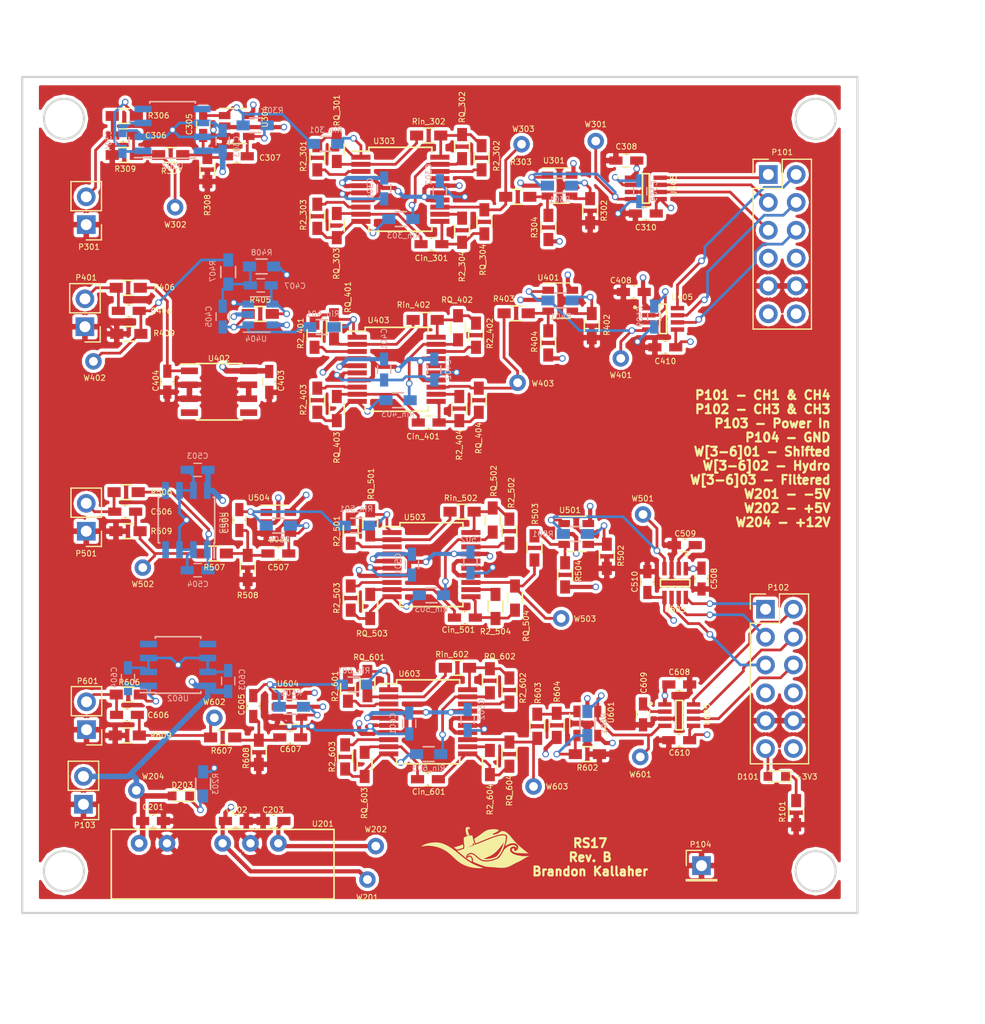
<source format=kicad_pcb>
(kicad_pcb (version 4) (host pcbnew 4.0.6-e0-6349~53~ubuntu14.04.1)

  (general
    (links 0)
    (no_connects 0)
    (area 55.174287 46.068 148.82 140.876001)
    (thickness 1.6)
    (drawings 14)
    (tracks 1135)
    (zones 0)
    (modules 176)
    (nets 108)
  )

  (page A4)
  (layers
    (0 F.Cu signal)
    (1 In1.Cu signal)
    (2 In2.Cu signal)
    (31 B.Cu signal)
    (32 B.Adhes user)
    (33 F.Adhes user)
    (34 B.Paste user)
    (35 F.Paste user)
    (36 B.SilkS user)
    (37 F.SilkS user)
    (38 B.Mask user)
    (39 F.Mask user)
    (40 Dwgs.User user)
    (41 Cmts.User user)
    (42 Eco1.User user)
    (43 Eco2.User user)
    (44 Edge.Cuts user)
    (45 Margin user)
    (46 B.CrtYd user hide)
    (47 F.CrtYd user hide)
    (48 B.Fab user hide)
    (49 F.Fab user hide)
  )

  (setup
    (last_trace_width 0.381)
    (user_trace_width 0.381)
    (trace_clearance 0.2)
    (zone_clearance 0.3)
    (zone_45_only yes)
    (trace_min 0.127)
    (segment_width 0.2)
    (edge_width 0.2)
    (via_size 0.6)
    (via_drill 0.4)
    (via_min_size 0.36)
    (via_min_drill 0.254)
    (uvia_size 0.3)
    (uvia_drill 0.1)
    (uvias_allowed no)
    (uvia_min_size 0)
    (uvia_min_drill 0)
    (pcb_text_width 0.3)
    (pcb_text_size 1.5 1.5)
    (mod_edge_width 0.15)
    (mod_text_size 0.5 0.5)
    (mod_text_width 0.125)
    (pad_size 1.524 1.524)
    (pad_drill 0.762)
    (pad_to_mask_clearance 0)
    (aux_axis_origin 0 0)
    (visible_elements FFFFEF7F)
    (pcbplotparams
      (layerselection 0x00030_80000001)
      (usegerberextensions false)
      (excludeedgelayer true)
      (linewidth 0.100000)
      (plotframeref false)
      (viasonmask false)
      (mode 1)
      (useauxorigin false)
      (hpglpennumber 1)
      (hpglpenspeed 20)
      (hpglpendiameter 15)
      (hpglpenoverlay 2)
      (psnegative false)
      (psa4output false)
      (plotreference true)
      (plotvalue true)
      (plotinvisibletext false)
      (padsonsilk false)
      (subtractmaskfromsilk false)
      (outputformat 1)
      (mirror false)
      (drillshape 1)
      (scaleselection 1)
      (outputdirectory ""))
  )

  (net 0 "")
  (net 1 /+12V)
  (net 2 GND)
  (net 3 +5V)
  (net 4 -5V)
  (net 5 /power_filter_adc1/5V+)
  (net 6 /power_filter_adc1/s1_out)
  (net 7 "Net-(C305-Pad2)")
  (net 8 "Net-(C306-Pad1)")
  (net 9 "Net-(C307-Pad1)")
  (net 10 "Net-(C309-Pad1)")
  (net 11 /power_filter_adc2/5V+)
  (net 12 /power_filter_adc2/s1_out)
  (net 13 "Net-(C405-Pad2)")
  (net 14 "Net-(C406-Pad1)")
  (net 15 "Net-(C407-Pad1)")
  (net 16 "Net-(C409-Pad1)")
  (net 17 /power_filter_adc3/5V+)
  (net 18 /power_filter_adc3/s1_out)
  (net 19 "Net-(C505-Pad2)")
  (net 20 "Net-(C506-Pad1)")
  (net 21 "Net-(C507-Pad1)")
  (net 22 "Net-(C509-Pad1)")
  (net 23 /power_filter_adc4/5V+)
  (net 24 /power_filter_adc4/s1_out)
  (net 25 "Net-(C605-Pad2)")
  (net 26 "Net-(C606-Pad1)")
  (net 27 "Net-(C607-Pad1)")
  (net 28 "Net-(C609-Pad1)")
  (net 29 "Net-(Cin_301-Pad1)")
  (net 30 "Net-(Cin_301-Pad2)")
  (net 31 "Net-(Cin_401-Pad1)")
  (net 32 "Net-(Cin_401-Pad2)")
  (net 33 "Net-(Cin_501-Pad1)")
  (net 34 "Net-(Cin_501-Pad2)")
  (net 35 "Net-(Cin_601-Pad1)")
  (net 36 "Net-(Cin_601-Pad2)")
  (net 37 "Net-(R2_301-Pad1)")
  (net 38 "Net-(R2_301-Pad2)")
  (net 39 "Net-(R2_302-Pad1)")
  (net 40 "Net-(R2_302-Pad2)")
  (net 41 "Net-(R2_303-Pad1)")
  (net 42 "Net-(R2_303-Pad2)")
  (net 43 "Net-(R2_401-Pad1)")
  (net 44 "Net-(R2_401-Pad2)")
  (net 45 "Net-(R2_402-Pad1)")
  (net 46 "Net-(R2_402-Pad2)")
  (net 47 "Net-(R2_403-Pad1)")
  (net 48 "Net-(R2_403-Pad2)")
  (net 49 "Net-(R2_501-Pad1)")
  (net 50 "Net-(R2_501-Pad2)")
  (net 51 "Net-(R2_502-Pad1)")
  (net 52 "Net-(R2_502-Pad2)")
  (net 53 "Net-(R2_503-Pad1)")
  (net 54 "Net-(R2_503-Pad2)")
  (net 55 "Net-(R2_601-Pad1)")
  (net 56 "Net-(R2_601-Pad2)")
  (net 57 "Net-(R2_602-Pad1)")
  (net 58 "Net-(R2_602-Pad2)")
  (net 59 "Net-(R2_603-Pad1)")
  (net 60 "Net-(R2_603-Pad2)")
  (net 61 "Net-(R301-Pad2)")
  (net 62 "Net-(R303-Pad1)")
  (net 63 "Net-(R401-Pad2)")
  (net 64 "Net-(R403-Pad1)")
  (net 65 "Net-(R501-Pad2)")
  (net 66 "Net-(R503-Pad1)")
  (net 67 "Net-(R601-Pad2)")
  (net 68 "Net-(R603-Pad1)")
  (net 69 "Net-(RQ_301-Pad2)")
  (net 70 "Net-(RQ_401-Pad2)")
  (net 71 "Net-(RQ_501-Pad2)")
  (net 72 "Net-(RQ_601-Pad2)")
  (net 73 /power_filter_adc1/VHydro)
  (net 74 /power_filter_adc2/VHydro)
  (net 75 /power_filter_adc3/VHydro)
  (net 76 /power_filter_adc4/VHydro)
  (net 77 /power_filter_adc1/VFiltered)
  (net 78 /power_filter_adc2/VFiltered)
  (net 79 /power_filter_adc3/VFiltered)
  (net 80 /power_filter_adc4/VFiltered)
  (net 81 "Net-(RQ_302-Pad2)")
  (net 82 "Net-(RQ_402-Pad2)")
  (net 83 "Net-(RQ_502-Pad2)")
  (net 84 "Net-(RQ_602-Pad2)")
  (net 85 /+3V3)
  (net 86 /power_filter_adc1/shifted)
  (net 87 /power_filter_adc2/shifted)
  (net 88 /power_filter_adc3/shifted)
  (net 89 /power_filter_adc4/shifted)
  (net 90 /~CS3)
  (net 91 /SCK3)
  (net 92 /SDO3)
  (net 93 /~CS1)
  (net 94 /~CS2)
  (net 95 /SCK1)
  (net 96 /SCK2)
  (net 97 /SDO1)
  (net 98 /SDO2)
  (net 99 /~CS4)
  (net 100 /SCK4)
  (net 101 /SDO4)
  (net 102 "Net-(D101-Pad1)")
  (net 103 "Net-(D203-Pad1)")
  (net 104 "Net-(R2_304-Pad2)")
  (net 105 "Net-(R2_404-Pad2)")
  (net 106 "Net-(R2_504-Pad2)")
  (net 107 "Net-(R2_604-Pad2)")

  (net_class Default "This is the default net class."
    (clearance 0.2)
    (trace_width 0.25)
    (via_dia 0.6)
    (via_drill 0.4)
    (uvia_dia 0.3)
    (uvia_drill 0.1)
    (add_net +5V)
    (add_net -5V)
    (add_net /+12V)
    (add_net /+3V3)
    (add_net /SCK1)
    (add_net /SCK2)
    (add_net /SCK3)
    (add_net /SCK4)
    (add_net /SDO1)
    (add_net /SDO2)
    (add_net /SDO3)
    (add_net /SDO4)
    (add_net /power_filter_adc1/5V+)
    (add_net /power_filter_adc1/VFiltered)
    (add_net /power_filter_adc1/VHydro)
    (add_net /power_filter_adc1/s1_out)
    (add_net /power_filter_adc1/shifted)
    (add_net /power_filter_adc2/5V+)
    (add_net /power_filter_adc2/VFiltered)
    (add_net /power_filter_adc2/VHydro)
    (add_net /power_filter_adc2/s1_out)
    (add_net /power_filter_adc2/shifted)
    (add_net /power_filter_adc3/5V+)
    (add_net /power_filter_adc3/VFiltered)
    (add_net /power_filter_adc3/VHydro)
    (add_net /power_filter_adc3/s1_out)
    (add_net /power_filter_adc3/shifted)
    (add_net /power_filter_adc4/5V+)
    (add_net /power_filter_adc4/VFiltered)
    (add_net /power_filter_adc4/VHydro)
    (add_net /power_filter_adc4/s1_out)
    (add_net /power_filter_adc4/shifted)
    (add_net /~CS1)
    (add_net /~CS2)
    (add_net /~CS3)
    (add_net /~CS4)
    (add_net GND)
    (add_net "Net-(C305-Pad2)")
    (add_net "Net-(C306-Pad1)")
    (add_net "Net-(C307-Pad1)")
    (add_net "Net-(C309-Pad1)")
    (add_net "Net-(C405-Pad2)")
    (add_net "Net-(C406-Pad1)")
    (add_net "Net-(C407-Pad1)")
    (add_net "Net-(C409-Pad1)")
    (add_net "Net-(C505-Pad2)")
    (add_net "Net-(C506-Pad1)")
    (add_net "Net-(C507-Pad1)")
    (add_net "Net-(C509-Pad1)")
    (add_net "Net-(C605-Pad2)")
    (add_net "Net-(C606-Pad1)")
    (add_net "Net-(C607-Pad1)")
    (add_net "Net-(C609-Pad1)")
    (add_net "Net-(Cin_301-Pad1)")
    (add_net "Net-(Cin_301-Pad2)")
    (add_net "Net-(Cin_401-Pad1)")
    (add_net "Net-(Cin_401-Pad2)")
    (add_net "Net-(Cin_501-Pad1)")
    (add_net "Net-(Cin_501-Pad2)")
    (add_net "Net-(Cin_601-Pad1)")
    (add_net "Net-(Cin_601-Pad2)")
    (add_net "Net-(D101-Pad1)")
    (add_net "Net-(D203-Pad1)")
    (add_net "Net-(R2_301-Pad1)")
    (add_net "Net-(R2_301-Pad2)")
    (add_net "Net-(R2_302-Pad1)")
    (add_net "Net-(R2_302-Pad2)")
    (add_net "Net-(R2_303-Pad1)")
    (add_net "Net-(R2_303-Pad2)")
    (add_net "Net-(R2_304-Pad2)")
    (add_net "Net-(R2_401-Pad1)")
    (add_net "Net-(R2_401-Pad2)")
    (add_net "Net-(R2_402-Pad1)")
    (add_net "Net-(R2_402-Pad2)")
    (add_net "Net-(R2_403-Pad1)")
    (add_net "Net-(R2_403-Pad2)")
    (add_net "Net-(R2_404-Pad2)")
    (add_net "Net-(R2_501-Pad1)")
    (add_net "Net-(R2_501-Pad2)")
    (add_net "Net-(R2_502-Pad1)")
    (add_net "Net-(R2_502-Pad2)")
    (add_net "Net-(R2_503-Pad1)")
    (add_net "Net-(R2_503-Pad2)")
    (add_net "Net-(R2_504-Pad2)")
    (add_net "Net-(R2_601-Pad1)")
    (add_net "Net-(R2_601-Pad2)")
    (add_net "Net-(R2_602-Pad1)")
    (add_net "Net-(R2_602-Pad2)")
    (add_net "Net-(R2_603-Pad1)")
    (add_net "Net-(R2_603-Pad2)")
    (add_net "Net-(R2_604-Pad2)")
    (add_net "Net-(R301-Pad2)")
    (add_net "Net-(R303-Pad1)")
    (add_net "Net-(R401-Pad2)")
    (add_net "Net-(R403-Pad1)")
    (add_net "Net-(R501-Pad2)")
    (add_net "Net-(R503-Pad1)")
    (add_net "Net-(R601-Pad2)")
    (add_net "Net-(R603-Pad1)")
    (add_net "Net-(RQ_301-Pad2)")
    (add_net "Net-(RQ_302-Pad2)")
    (add_net "Net-(RQ_401-Pad2)")
    (add_net "Net-(RQ_402-Pad2)")
    (add_net "Net-(RQ_501-Pad2)")
    (add_net "Net-(RQ_502-Pad2)")
    (add_net "Net-(RQ_601-Pad2)")
    (add_net "Net-(RQ_602-Pad2)")
  )

  (module Capacitors_SMD:C_0603_HandSoldering (layer F.Cu) (tedit 58B4ACC6) (tstamp 58846DA6)
    (at 69.088 120.396)
    (descr "Capacitor SMD 0603, hand soldering")
    (tags "capacitor 0603")
    (path /5877584F/5913B24F)
    (attr smd)
    (fp_text reference C201 (at 0 -1.27) (layer F.SilkS)
      (effects (font (size 0.508 0.508) (thickness 0.0762)))
    )
    (fp_text value 2.2uF (at 0 1.9) (layer F.Fab)
      (effects (font (size 1 1) (thickness 0.15)))
    )
    (fp_line (start -0.8 0.4) (end -0.8 -0.4) (layer F.Fab) (width 0.1))
    (fp_line (start 0.8 0.4) (end -0.8 0.4) (layer F.Fab) (width 0.1))
    (fp_line (start 0.8 -0.4) (end 0.8 0.4) (layer F.Fab) (width 0.1))
    (fp_line (start -0.8 -0.4) (end 0.8 -0.4) (layer F.Fab) (width 0.1))
    (fp_line (start -1.85 -0.75) (end 1.85 -0.75) (layer F.CrtYd) (width 0.05))
    (fp_line (start -1.85 0.75) (end 1.85 0.75) (layer F.CrtYd) (width 0.05))
    (fp_line (start -1.85 -0.75) (end -1.85 0.75) (layer F.CrtYd) (width 0.05))
    (fp_line (start 1.85 -0.75) (end 1.85 0.75) (layer F.CrtYd) (width 0.05))
    (fp_line (start -0.35 -0.6) (end 0.35 -0.6) (layer F.SilkS) (width 0.12))
    (fp_line (start 0.35 0.6) (end -0.35 0.6) (layer F.SilkS) (width 0.12))
    (pad 1 smd rect (at -0.95 0) (size 1.2 0.75) (layers F.Cu F.Paste F.Mask)
      (net 1 /+12V))
    (pad 2 smd rect (at 0.95 0) (size 1.2 0.75) (layers F.Cu F.Paste F.Mask)
      (net 2 GND))
    (model Capacitors_SMD.3dshapes/C_0603_HandSoldering.wrl
      (at (xyz 0 0 0))
      (scale (xyz 1 1 1))
      (rotate (xyz 0 0 0))
    )
  )

  (module Capacitors_SMD:C_0603_HandSoldering (layer F.Cu) (tedit 58B4ACB3) (tstamp 58846DAC)
    (at 76.642 120.396)
    (descr "Capacitor SMD 0603, hand soldering")
    (tags "capacitor 0603")
    (path /5877584F/5913B07D)
    (attr smd)
    (fp_text reference C202 (at 0.066 -1.016) (layer F.SilkS)
      (effects (font (size 0.508 0.508) (thickness 0.0762)))
    )
    (fp_text value 4.7uF (at 0 1.9) (layer F.Fab)
      (effects (font (size 1 1) (thickness 0.15)))
    )
    (fp_line (start -0.8 0.4) (end -0.8 -0.4) (layer F.Fab) (width 0.1))
    (fp_line (start 0.8 0.4) (end -0.8 0.4) (layer F.Fab) (width 0.1))
    (fp_line (start 0.8 -0.4) (end 0.8 0.4) (layer F.Fab) (width 0.1))
    (fp_line (start -0.8 -0.4) (end 0.8 -0.4) (layer F.Fab) (width 0.1))
    (fp_line (start -1.85 -0.75) (end 1.85 -0.75) (layer F.CrtYd) (width 0.05))
    (fp_line (start -1.85 0.75) (end 1.85 0.75) (layer F.CrtYd) (width 0.05))
    (fp_line (start -1.85 -0.75) (end -1.85 0.75) (layer F.CrtYd) (width 0.05))
    (fp_line (start 1.85 -0.75) (end 1.85 0.75) (layer F.CrtYd) (width 0.05))
    (fp_line (start -0.35 -0.6) (end 0.35 -0.6) (layer F.SilkS) (width 0.12))
    (fp_line (start 0.35 0.6) (end -0.35 0.6) (layer F.SilkS) (width 0.12))
    (pad 1 smd rect (at -0.95 0) (size 1.2 0.75) (layers F.Cu F.Paste F.Mask)
      (net 4 -5V))
    (pad 2 smd rect (at 0.95 0) (size 1.2 0.75) (layers F.Cu F.Paste F.Mask)
      (net 2 GND))
    (model Capacitors_SMD.3dshapes/C_0603_HandSoldering.wrl
      (at (xyz 0 0 0))
      (scale (xyz 1 1 1))
      (rotate (xyz 0 0 0))
    )
  )

  (module Capacitors_SMD:C_0603_HandSoldering (layer F.Cu) (tedit 58B4AC84) (tstamp 58846DB2)
    (at 80.076 120.396)
    (descr "Capacitor SMD 0603, hand soldering")
    (tags "capacitor 0603")
    (path /5877584F/5913B042)
    (attr smd)
    (fp_text reference C203 (at -0.040924 -1.016) (layer F.SilkS)
      (effects (font (size 0.508 0.508) (thickness 0.0762)))
    )
    (fp_text value 4.7uF (at 0 1.9) (layer F.Fab)
      (effects (font (size 1 1) (thickness 0.15)))
    )
    (fp_line (start -0.8 0.4) (end -0.8 -0.4) (layer F.Fab) (width 0.1))
    (fp_line (start 0.8 0.4) (end -0.8 0.4) (layer F.Fab) (width 0.1))
    (fp_line (start 0.8 -0.4) (end 0.8 0.4) (layer F.Fab) (width 0.1))
    (fp_line (start -0.8 -0.4) (end 0.8 -0.4) (layer F.Fab) (width 0.1))
    (fp_line (start -1.85 -0.75) (end 1.85 -0.75) (layer F.CrtYd) (width 0.05))
    (fp_line (start -1.85 0.75) (end 1.85 0.75) (layer F.CrtYd) (width 0.05))
    (fp_line (start -1.85 -0.75) (end -1.85 0.75) (layer F.CrtYd) (width 0.05))
    (fp_line (start 1.85 -0.75) (end 1.85 0.75) (layer F.CrtYd) (width 0.05))
    (fp_line (start -0.35 -0.6) (end 0.35 -0.6) (layer F.SilkS) (width 0.12))
    (fp_line (start 0.35 0.6) (end -0.35 0.6) (layer F.SilkS) (width 0.12))
    (pad 1 smd rect (at -0.95 0) (size 1.2 0.75) (layers F.Cu F.Paste F.Mask)
      (net 2 GND))
    (pad 2 smd rect (at 0.95 0) (size 1.2 0.75) (layers F.Cu F.Paste F.Mask)
      (net 3 +5V))
    (model Capacitors_SMD.3dshapes/C_0603_HandSoldering.wrl
      (at (xyz 0 0 0))
      (scale (xyz 1 1 1))
      (rotate (xyz 0 0 0))
    )
  )

  (module Capacitors_SMD:C_0603_HandSoldering (layer B.Cu) (tedit 58B4ADA6) (tstamp 58846DD0)
    (at 90.17 62.738 270)
    (descr "Capacitor SMD 0603, hand soldering")
    (tags "capacitor 0603")
    (path /587C630D/587CE9E9)
    (attr smd)
    (fp_text reference C301 (at 0 1.27 270) (layer B.SilkS)
      (effects (font (size 0.508 0.508) (thickness 0.0762)) (justify mirror))
    )
    (fp_text value 0.1u (at 0 -1.9 270) (layer B.Fab)
      (effects (font (size 1 1) (thickness 0.15)) (justify mirror))
    )
    (fp_line (start -0.8 -0.4) (end -0.8 0.4) (layer B.Fab) (width 0.1))
    (fp_line (start 0.8 -0.4) (end -0.8 -0.4) (layer B.Fab) (width 0.1))
    (fp_line (start 0.8 0.4) (end 0.8 -0.4) (layer B.Fab) (width 0.1))
    (fp_line (start -0.8 0.4) (end 0.8 0.4) (layer B.Fab) (width 0.1))
    (fp_line (start -1.85 0.75) (end 1.85 0.75) (layer B.CrtYd) (width 0.05))
    (fp_line (start -1.85 -0.75) (end 1.85 -0.75) (layer B.CrtYd) (width 0.05))
    (fp_line (start -1.85 0.75) (end -1.85 -0.75) (layer B.CrtYd) (width 0.05))
    (fp_line (start 1.85 0.75) (end 1.85 -0.75) (layer B.CrtYd) (width 0.05))
    (fp_line (start -0.35 0.6) (end 0.35 0.6) (layer B.SilkS) (width 0.12))
    (fp_line (start 0.35 -0.6) (end -0.35 -0.6) (layer B.SilkS) (width 0.12))
    (pad 1 smd rect (at -0.95 0 270) (size 1.2 0.75) (layers B.Cu B.Paste B.Mask)
      (net 3 +5V))
    (pad 2 smd rect (at 0.95 0 270) (size 1.2 0.75) (layers B.Cu B.Paste B.Mask)
      (net 2 GND))
    (model Capacitors_SMD.3dshapes/C_0603_HandSoldering.wrl
      (at (xyz 0 0 0))
      (scale (xyz 1 1 1))
      (rotate (xyz 0 0 0))
    )
  )

  (module Capacitors_SMD:C_0603_HandSoldering (layer B.Cu) (tedit 58B4ADA2) (tstamp 58846DD6)
    (at 95.25 62.992 270)
    (descr "Capacitor SMD 0603, hand soldering")
    (tags "capacitor 0603")
    (path /587C630D/587CEA78)
    (attr smd)
    (fp_text reference C302 (at -1.524 1.016 450) (layer B.SilkS)
      (effects (font (size 0.508 0.508) (thickness 0.0762)) (justify mirror))
    )
    (fp_text value 0.1u (at 0 -1.9 270) (layer B.Fab)
      (effects (font (size 1 1) (thickness 0.15)) (justify mirror))
    )
    (fp_line (start -0.8 -0.4) (end -0.8 0.4) (layer B.Fab) (width 0.1))
    (fp_line (start 0.8 -0.4) (end -0.8 -0.4) (layer B.Fab) (width 0.1))
    (fp_line (start 0.8 0.4) (end 0.8 -0.4) (layer B.Fab) (width 0.1))
    (fp_line (start -0.8 0.4) (end 0.8 0.4) (layer B.Fab) (width 0.1))
    (fp_line (start -1.85 0.75) (end 1.85 0.75) (layer B.CrtYd) (width 0.05))
    (fp_line (start -1.85 -0.75) (end 1.85 -0.75) (layer B.CrtYd) (width 0.05))
    (fp_line (start -1.85 0.75) (end -1.85 -0.75) (layer B.CrtYd) (width 0.05))
    (fp_line (start 1.85 0.75) (end 1.85 -0.75) (layer B.CrtYd) (width 0.05))
    (fp_line (start -0.35 0.6) (end 0.35 0.6) (layer B.SilkS) (width 0.12))
    (fp_line (start 0.35 -0.6) (end -0.35 -0.6) (layer B.SilkS) (width 0.12))
    (pad 1 smd rect (at -0.95 0 270) (size 1.2 0.75) (layers B.Cu B.Paste B.Mask)
      (net 2 GND))
    (pad 2 smd rect (at 0.95 0 270) (size 1.2 0.75) (layers B.Cu B.Paste B.Mask)
      (net 4 -5V))
    (model Capacitors_SMD.3dshapes/C_0603_HandSoldering.wrl
      (at (xyz 0 0 0))
      (scale (xyz 1 1 1))
      (rotate (xyz 0 0 0))
    )
  )

  (module Capacitors_SMD:C_0603_HandSoldering (layer B.Cu) (tedit 58B4ADC0) (tstamp 58846DDC)
    (at 75.438 58.42 90)
    (descr "Capacitor SMD 0603, hand soldering")
    (tags "capacitor 0603")
    (path /587C630D/587C7974)
    (attr smd)
    (fp_text reference C303 (at -0.508 1.27 90) (layer B.SilkS)
      (effects (font (size 0.508 0.508) (thickness 0.0762)) (justify mirror))
    )
    (fp_text value 0.33uF (at 0 -1.9 90) (layer B.Fab)
      (effects (font (size 1 1) (thickness 0.15)) (justify mirror))
    )
    (fp_line (start -0.8 -0.4) (end -0.8 0.4) (layer B.Fab) (width 0.1))
    (fp_line (start 0.8 -0.4) (end -0.8 -0.4) (layer B.Fab) (width 0.1))
    (fp_line (start 0.8 0.4) (end 0.8 -0.4) (layer B.Fab) (width 0.1))
    (fp_line (start -0.8 0.4) (end 0.8 0.4) (layer B.Fab) (width 0.1))
    (fp_line (start -1.85 0.75) (end 1.85 0.75) (layer B.CrtYd) (width 0.05))
    (fp_line (start -1.85 -0.75) (end 1.85 -0.75) (layer B.CrtYd) (width 0.05))
    (fp_line (start -1.85 0.75) (end -1.85 -0.75) (layer B.CrtYd) (width 0.05))
    (fp_line (start 1.85 0.75) (end 1.85 -0.75) (layer B.CrtYd) (width 0.05))
    (fp_line (start -0.35 0.6) (end 0.35 0.6) (layer B.SilkS) (width 0.12))
    (fp_line (start 0.35 -0.6) (end -0.35 -0.6) (layer B.SilkS) (width 0.12))
    (pad 1 smd rect (at -0.95 0 90) (size 1.2 0.75) (layers B.Cu B.Paste B.Mask)
      (net 1 /+12V))
    (pad 2 smd rect (at 0.95 0 90) (size 1.2 0.75) (layers B.Cu B.Paste B.Mask)
      (net 2 GND))
    (model Capacitors_SMD.3dshapes/C_0603_HandSoldering.wrl
      (at (xyz 0 0 0))
      (scale (xyz 1 1 1))
      (rotate (xyz 0 0 0))
    )
  )

  (module Capacitors_SMD:C_0603_HandSoldering (layer B.Cu) (tedit 58B4ADC5) (tstamp 58846DE2)
    (at 66.294 58.42 90)
    (descr "Capacitor SMD 0603, hand soldering")
    (tags "capacitor 0603")
    (path /587C630D/587C7A2D)
    (attr smd)
    (fp_text reference C304 (at 0.04 -1.27 90) (layer B.SilkS)
      (effects (font (size 0.508 0.508) (thickness 0.0762)) (justify mirror))
    )
    (fp_text value 0.1uF (at 0 -1.9 90) (layer B.Fab)
      (effects (font (size 1 1) (thickness 0.15)) (justify mirror))
    )
    (fp_line (start -0.8 -0.4) (end -0.8 0.4) (layer B.Fab) (width 0.1))
    (fp_line (start 0.8 -0.4) (end -0.8 -0.4) (layer B.Fab) (width 0.1))
    (fp_line (start 0.8 0.4) (end 0.8 -0.4) (layer B.Fab) (width 0.1))
    (fp_line (start -0.8 0.4) (end 0.8 0.4) (layer B.Fab) (width 0.1))
    (fp_line (start -1.85 0.75) (end 1.85 0.75) (layer B.CrtYd) (width 0.05))
    (fp_line (start -1.85 -0.75) (end 1.85 -0.75) (layer B.CrtYd) (width 0.05))
    (fp_line (start -1.85 0.75) (end -1.85 -0.75) (layer B.CrtYd) (width 0.05))
    (fp_line (start 1.85 0.75) (end 1.85 -0.75) (layer B.CrtYd) (width 0.05))
    (fp_line (start -0.35 0.6) (end 0.35 0.6) (layer B.SilkS) (width 0.12))
    (fp_line (start 0.35 -0.6) (end -0.35 -0.6) (layer B.SilkS) (width 0.12))
    (pad 1 smd rect (at -0.95 0 90) (size 1.2 0.75) (layers B.Cu B.Paste B.Mask)
      (net 5 /power_filter_adc1/5V+))
    (pad 2 smd rect (at 0.95 0 90) (size 1.2 0.75) (layers B.Cu B.Paste B.Mask)
      (net 2 GND))
    (model Capacitors_SMD.3dshapes/C_0603_HandSoldering.wrl
      (at (xyz 0 0 0))
      (scale (xyz 1 1 1))
      (rotate (xyz 0 0 0))
    )
  )

  (module Capacitors_SMD:C_0603_HandSoldering (layer F.Cu) (tedit 58B4ABFC) (tstamp 58846DE8)
    (at 73.66 56.962 270)
    (descr "Capacitor SMD 0603, hand soldering")
    (tags "capacitor 0603")
    (path /587C630D/587D426E)
    (attr smd)
    (fp_text reference C305 (at -0.066 1.27 450) (layer F.SilkS)
      (effects (font (size 0.508 0.508) (thickness 0.0762)))
    )
    (fp_text value 1nf (at 0 1.9 270) (layer F.Fab)
      (effects (font (size 1 1) (thickness 0.15)))
    )
    (fp_line (start -0.8 0.4) (end -0.8 -0.4) (layer F.Fab) (width 0.1))
    (fp_line (start 0.8 0.4) (end -0.8 0.4) (layer F.Fab) (width 0.1))
    (fp_line (start 0.8 -0.4) (end 0.8 0.4) (layer F.Fab) (width 0.1))
    (fp_line (start -0.8 -0.4) (end 0.8 -0.4) (layer F.Fab) (width 0.1))
    (fp_line (start -1.85 -0.75) (end 1.85 -0.75) (layer F.CrtYd) (width 0.05))
    (fp_line (start -1.85 0.75) (end 1.85 0.75) (layer F.CrtYd) (width 0.05))
    (fp_line (start -1.85 -0.75) (end -1.85 0.75) (layer F.CrtYd) (width 0.05))
    (fp_line (start 1.85 -0.75) (end 1.85 0.75) (layer F.CrtYd) (width 0.05))
    (fp_line (start -0.35 -0.6) (end 0.35 -0.6) (layer F.SilkS) (width 0.12))
    (fp_line (start 0.35 0.6) (end -0.35 0.6) (layer F.SilkS) (width 0.12))
    (pad 1 smd rect (at -0.95 0 270) (size 1.2 0.75) (layers F.Cu F.Paste F.Mask)
      (net 6 /power_filter_adc1/s1_out))
    (pad 2 smd rect (at 0.95 0 270) (size 1.2 0.75) (layers F.Cu F.Paste F.Mask)
      (net 7 "Net-(C305-Pad2)"))
    (model Capacitors_SMD.3dshapes/C_0603_HandSoldering.wrl
      (at (xyz 0 0 0))
      (scale (xyz 1 1 1))
      (rotate (xyz 0 0 0))
    )
  )

  (module Capacitors_SMD:C_0603_HandSoldering (layer F.Cu) (tedit 58B4AC03) (tstamp 58846DEE)
    (at 66.36 57.912)
    (descr "Capacitor SMD 0603, hand soldering")
    (tags "capacitor 0603")
    (path /587C630D/587C9DAB)
    (attr smd)
    (fp_text reference C306 (at 2.982 0) (layer F.SilkS)
      (effects (font (size 0.508 0.508) (thickness 0.0762)))
    )
    (fp_text value 2.2uF (at 0 1.9) (layer F.Fab)
      (effects (font (size 1 1) (thickness 0.15)))
    )
    (fp_line (start -0.8 0.4) (end -0.8 -0.4) (layer F.Fab) (width 0.1))
    (fp_line (start 0.8 0.4) (end -0.8 0.4) (layer F.Fab) (width 0.1))
    (fp_line (start 0.8 -0.4) (end 0.8 0.4) (layer F.Fab) (width 0.1))
    (fp_line (start -0.8 -0.4) (end 0.8 -0.4) (layer F.Fab) (width 0.1))
    (fp_line (start -1.85 -0.75) (end 1.85 -0.75) (layer F.CrtYd) (width 0.05))
    (fp_line (start -1.85 0.75) (end 1.85 0.75) (layer F.CrtYd) (width 0.05))
    (fp_line (start -1.85 -0.75) (end -1.85 0.75) (layer F.CrtYd) (width 0.05))
    (fp_line (start 1.85 -0.75) (end 1.85 0.75) (layer F.CrtYd) (width 0.05))
    (fp_line (start -0.35 -0.6) (end 0.35 -0.6) (layer F.SilkS) (width 0.12))
    (fp_line (start 0.35 0.6) (end -0.35 0.6) (layer F.SilkS) (width 0.12))
    (pad 1 smd rect (at -0.95 0) (size 1.2 0.75) (layers F.Cu F.Paste F.Mask)
      (net 8 "Net-(C306-Pad1)"))
    (pad 2 smd rect (at 0.95 0) (size 1.2 0.75) (layers F.Cu F.Paste F.Mask)
      (net 73 /power_filter_adc1/VHydro))
    (model Capacitors_SMD.3dshapes/C_0603_HandSoldering.wrl
      (at (xyz 0 0 0))
      (scale (xyz 1 1 1))
      (rotate (xyz 0 0 0))
    )
  )

  (module Capacitors_SMD:C_0603_HandSoldering (layer F.Cu) (tedit 58B4AC24) (tstamp 58846DF4)
    (at 76.732 59.808 180)
    (descr "Capacitor SMD 0603, hand soldering")
    (tags "capacitor 0603")
    (path /587C630D/587D419C)
    (attr smd)
    (fp_text reference C307 (at -3.024 -0.136 180) (layer F.SilkS)
      (effects (font (size 0.508 0.508) (thickness 0.0762)))
    )
    (fp_text value 1nf (at 0 1.9 180) (layer F.Fab)
      (effects (font (size 1 1) (thickness 0.15)))
    )
    (fp_line (start -0.8 0.4) (end -0.8 -0.4) (layer F.Fab) (width 0.1))
    (fp_line (start 0.8 0.4) (end -0.8 0.4) (layer F.Fab) (width 0.1))
    (fp_line (start 0.8 -0.4) (end 0.8 0.4) (layer F.Fab) (width 0.1))
    (fp_line (start -0.8 -0.4) (end 0.8 -0.4) (layer F.Fab) (width 0.1))
    (fp_line (start -1.85 -0.75) (end 1.85 -0.75) (layer F.CrtYd) (width 0.05))
    (fp_line (start -1.85 0.75) (end 1.85 0.75) (layer F.CrtYd) (width 0.05))
    (fp_line (start -1.85 -0.75) (end -1.85 0.75) (layer F.CrtYd) (width 0.05))
    (fp_line (start 1.85 -0.75) (end 1.85 0.75) (layer F.CrtYd) (width 0.05))
    (fp_line (start -0.35 -0.6) (end 0.35 -0.6) (layer F.SilkS) (width 0.12))
    (fp_line (start 0.35 0.6) (end -0.35 0.6) (layer F.SilkS) (width 0.12))
    (pad 1 smd rect (at -0.95 0 180) (size 1.2 0.75) (layers F.Cu F.Paste F.Mask)
      (net 9 "Net-(C307-Pad1)"))
    (pad 2 smd rect (at 0.95 0 180) (size 1.2 0.75) (layers F.Cu F.Paste F.Mask)
      (net 7 "Net-(C305-Pad2)"))
    (model Capacitors_SMD.3dshapes/C_0603_HandSoldering.wrl
      (at (xyz 0 0 0))
      (scale (xyz 1 1 1))
      (rotate (xyz 0 0 0))
    )
  )

  (module Capacitors_SMD:C_0603_HandSoldering (layer F.Cu) (tedit 58B4AB07) (tstamp 58846DFA)
    (at 112.268 60.198 180)
    (descr "Capacitor SMD 0603, hand soldering")
    (tags "capacitor 0603")
    (path /587C630D/587DA7F4)
    (attr smd)
    (fp_text reference C308 (at 0 1.27 180) (layer F.SilkS)
      (effects (font (size 0.508 0.508) (thickness 0.0762)))
    )
    (fp_text value 2.2uF (at 0 1.9 180) (layer F.Fab)
      (effects (font (size 1 1) (thickness 0.15)))
    )
    (fp_line (start -0.8 0.4) (end -0.8 -0.4) (layer F.Fab) (width 0.1))
    (fp_line (start 0.8 0.4) (end -0.8 0.4) (layer F.Fab) (width 0.1))
    (fp_line (start 0.8 -0.4) (end 0.8 0.4) (layer F.Fab) (width 0.1))
    (fp_line (start -0.8 -0.4) (end 0.8 -0.4) (layer F.Fab) (width 0.1))
    (fp_line (start -1.85 -0.75) (end 1.85 -0.75) (layer F.CrtYd) (width 0.05))
    (fp_line (start -1.85 0.75) (end 1.85 0.75) (layer F.CrtYd) (width 0.05))
    (fp_line (start -1.85 -0.75) (end -1.85 0.75) (layer F.CrtYd) (width 0.05))
    (fp_line (start 1.85 -0.75) (end 1.85 0.75) (layer F.CrtYd) (width 0.05))
    (fp_line (start -0.35 -0.6) (end 0.35 -0.6) (layer F.SilkS) (width 0.12))
    (fp_line (start 0.35 0.6) (end -0.35 0.6) (layer F.SilkS) (width 0.12))
    (pad 1 smd rect (at -0.95 0 180) (size 1.2 0.75) (layers F.Cu F.Paste F.Mask)
      (net 3 +5V))
    (pad 2 smd rect (at 0.95 0 180) (size 1.2 0.75) (layers F.Cu F.Paste F.Mask)
      (net 2 GND))
    (model Capacitors_SMD.3dshapes/C_0603_HandSoldering.wrl
      (at (xyz 0 0 0))
      (scale (xyz 1 1 1))
      (rotate (xyz 0 0 0))
    )
  )

  (module Capacitors_SMD:C_0603_HandSoldering (layer B.Cu) (tedit 58B4AD9F) (tstamp 58846E00)
    (at 113.538 62.992 270)
    (descr "Capacitor SMD 0603, hand soldering")
    (tags "capacitor 0603")
    (path /587C630D/587DA8C9)
    (attr smd)
    (fp_text reference C309 (at -0.012 -1.27 270) (layer B.SilkS)
      (effects (font (size 0.508 0.508) (thickness 0.0762)) (justify mirror))
    )
    (fp_text value 2.2uF (at 0 -1.9 270) (layer B.Fab)
      (effects (font (size 1 1) (thickness 0.15)) (justify mirror))
    )
    (fp_line (start -0.8 -0.4) (end -0.8 0.4) (layer B.Fab) (width 0.1))
    (fp_line (start 0.8 -0.4) (end -0.8 -0.4) (layer B.Fab) (width 0.1))
    (fp_line (start 0.8 0.4) (end 0.8 -0.4) (layer B.Fab) (width 0.1))
    (fp_line (start -0.8 0.4) (end 0.8 0.4) (layer B.Fab) (width 0.1))
    (fp_line (start -1.85 0.75) (end 1.85 0.75) (layer B.CrtYd) (width 0.05))
    (fp_line (start -1.85 -0.75) (end 1.85 -0.75) (layer B.CrtYd) (width 0.05))
    (fp_line (start -1.85 0.75) (end -1.85 -0.75) (layer B.CrtYd) (width 0.05))
    (fp_line (start 1.85 0.75) (end 1.85 -0.75) (layer B.CrtYd) (width 0.05))
    (fp_line (start -0.35 0.6) (end 0.35 0.6) (layer B.SilkS) (width 0.12))
    (fp_line (start 0.35 -0.6) (end -0.35 -0.6) (layer B.SilkS) (width 0.12))
    (pad 1 smd rect (at -0.95 0 270) (size 1.2 0.75) (layers B.Cu B.Paste B.Mask)
      (net 10 "Net-(C309-Pad1)"))
    (pad 2 smd rect (at 0.95 0 270) (size 1.2 0.75) (layers B.Cu B.Paste B.Mask)
      (net 2 GND))
    (model Capacitors_SMD.3dshapes/C_0603_HandSoldering.wrl
      (at (xyz 0 0 0))
      (scale (xyz 1 1 1))
      (rotate (xyz 0 0 0))
    )
  )

  (module Capacitors_SMD:C_0603_HandSoldering (layer F.Cu) (tedit 58B4AB06) (tstamp 58846E06)
    (at 114.046 65.024 180)
    (descr "Capacitor SMD 0603, hand soldering")
    (tags "capacitor 0603")
    (path /587C630D/587DA713)
    (attr smd)
    (fp_text reference C310 (at 0 -1.27 180) (layer F.SilkS)
      (effects (font (size 0.508 0.508) (thickness 0.0762)))
    )
    (fp_text value 2.2uF (at 0 1.9 180) (layer F.Fab)
      (effects (font (size 1 1) (thickness 0.15)))
    )
    (fp_line (start -0.8 0.4) (end -0.8 -0.4) (layer F.Fab) (width 0.1))
    (fp_line (start 0.8 0.4) (end -0.8 0.4) (layer F.Fab) (width 0.1))
    (fp_line (start 0.8 -0.4) (end 0.8 0.4) (layer F.Fab) (width 0.1))
    (fp_line (start -0.8 -0.4) (end 0.8 -0.4) (layer F.Fab) (width 0.1))
    (fp_line (start -1.85 -0.75) (end 1.85 -0.75) (layer F.CrtYd) (width 0.05))
    (fp_line (start -1.85 0.75) (end 1.85 0.75) (layer F.CrtYd) (width 0.05))
    (fp_line (start -1.85 -0.75) (end -1.85 0.75) (layer F.CrtYd) (width 0.05))
    (fp_line (start 1.85 -0.75) (end 1.85 0.75) (layer F.CrtYd) (width 0.05))
    (fp_line (start -0.35 -0.6) (end 0.35 -0.6) (layer F.SilkS) (width 0.12))
    (fp_line (start 0.35 0.6) (end -0.35 0.6) (layer F.SilkS) (width 0.12))
    (pad 1 smd rect (at -0.95 0 180) (size 1.2 0.75) (layers F.Cu F.Paste F.Mask)
      (net 85 /+3V3))
    (pad 2 smd rect (at 0.95 0 180) (size 1.2 0.75) (layers F.Cu F.Paste F.Mask)
      (net 2 GND))
    (model Capacitors_SMD.3dshapes/C_0603_HandSoldering.wrl
      (at (xyz 0 0 0))
      (scale (xyz 1 1 1))
      (rotate (xyz 0 0 0))
    )
  )

  (module Capacitors_SMD:C_0603_HandSoldering (layer B.Cu) (tedit 58B4AD60) (tstamp 58846E0C)
    (at 90.17 79.248 270)
    (descr "Capacitor SMD 0603, hand soldering")
    (tags "capacitor 0603")
    (path /587E9736/587CE9E9)
    (attr smd)
    (fp_text reference C401 (at -2.794 0 270) (layer B.SilkS)
      (effects (font (size 0.508 0.508) (thickness 0.0762)) (justify mirror))
    )
    (fp_text value 0.1u (at 0 -1.9 270) (layer B.Fab)
      (effects (font (size 1 1) (thickness 0.15)) (justify mirror))
    )
    (fp_line (start -0.8 -0.4) (end -0.8 0.4) (layer B.Fab) (width 0.1))
    (fp_line (start 0.8 -0.4) (end -0.8 -0.4) (layer B.Fab) (width 0.1))
    (fp_line (start 0.8 0.4) (end 0.8 -0.4) (layer B.Fab) (width 0.1))
    (fp_line (start -0.8 0.4) (end 0.8 0.4) (layer B.Fab) (width 0.1))
    (fp_line (start -1.85 0.75) (end 1.85 0.75) (layer B.CrtYd) (width 0.05))
    (fp_line (start -1.85 -0.75) (end 1.85 -0.75) (layer B.CrtYd) (width 0.05))
    (fp_line (start -1.85 0.75) (end -1.85 -0.75) (layer B.CrtYd) (width 0.05))
    (fp_line (start 1.85 0.75) (end 1.85 -0.75) (layer B.CrtYd) (width 0.05))
    (fp_line (start -0.35 0.6) (end 0.35 0.6) (layer B.SilkS) (width 0.12))
    (fp_line (start 0.35 -0.6) (end -0.35 -0.6) (layer B.SilkS) (width 0.12))
    (pad 1 smd rect (at -0.95 0 270) (size 1.2 0.75) (layers B.Cu B.Paste B.Mask)
      (net 3 +5V))
    (pad 2 smd rect (at 0.95 0 270) (size 1.2 0.75) (layers B.Cu B.Paste B.Mask)
      (net 2 GND))
    (model Capacitors_SMD.3dshapes/C_0603_HandSoldering.wrl
      (at (xyz 0 0 0))
      (scale (xyz 1 1 1))
      (rotate (xyz 0 0 0))
    )
  )

  (module Capacitors_SMD:C_0603_HandSoldering (layer B.Cu) (tedit 58B4AD5C) (tstamp 58846E12)
    (at 94.742 79.248 90)
    (descr "Capacitor SMD 0603, hand soldering")
    (tags "capacitor 0603")
    (path /587E9736/587CEA78)
    (attr smd)
    (fp_text reference C402 (at 0 1.27 90) (layer B.SilkS)
      (effects (font (size 0.508 0.508) (thickness 0.0762)) (justify mirror))
    )
    (fp_text value 0.1u (at 0 -1.9 90) (layer B.Fab)
      (effects (font (size 1 1) (thickness 0.15)) (justify mirror))
    )
    (fp_line (start -0.8 -0.4) (end -0.8 0.4) (layer B.Fab) (width 0.1))
    (fp_line (start 0.8 -0.4) (end -0.8 -0.4) (layer B.Fab) (width 0.1))
    (fp_line (start 0.8 0.4) (end 0.8 -0.4) (layer B.Fab) (width 0.1))
    (fp_line (start -0.8 0.4) (end 0.8 0.4) (layer B.Fab) (width 0.1))
    (fp_line (start -1.85 0.75) (end 1.85 0.75) (layer B.CrtYd) (width 0.05))
    (fp_line (start -1.85 -0.75) (end 1.85 -0.75) (layer B.CrtYd) (width 0.05))
    (fp_line (start -1.85 0.75) (end -1.85 -0.75) (layer B.CrtYd) (width 0.05))
    (fp_line (start 1.85 0.75) (end 1.85 -0.75) (layer B.CrtYd) (width 0.05))
    (fp_line (start -0.35 0.6) (end 0.35 0.6) (layer B.SilkS) (width 0.12))
    (fp_line (start 0.35 -0.6) (end -0.35 -0.6) (layer B.SilkS) (width 0.12))
    (pad 1 smd rect (at -0.95 0 90) (size 1.2 0.75) (layers B.Cu B.Paste B.Mask)
      (net 2 GND))
    (pad 2 smd rect (at 0.95 0 90) (size 1.2 0.75) (layers B.Cu B.Paste B.Mask)
      (net 4 -5V))
    (model Capacitors_SMD.3dshapes/C_0603_HandSoldering.wrl
      (at (xyz 0 0 0))
      (scale (xyz 1 1 1))
      (rotate (xyz 0 0 0))
    )
  )

  (module Capacitors_SMD:C_0603_HandSoldering (layer F.Cu) (tedit 58B4AA63) (tstamp 58846E18)
    (at 79.69 80.374 270)
    (descr "Capacitor SMD 0603, hand soldering")
    (tags "capacitor 0603")
    (path /587E9736/587C7974)
    (attr smd)
    (fp_text reference C403 (at -0.11 -1.082 270) (layer F.SilkS)
      (effects (font (size 0.508 0.508) (thickness 0.0762)))
    )
    (fp_text value 0.33uF (at 0 1.9 270) (layer F.Fab)
      (effects (font (size 1 1) (thickness 0.15)))
    )
    (fp_line (start -0.8 0.4) (end -0.8 -0.4) (layer F.Fab) (width 0.1))
    (fp_line (start 0.8 0.4) (end -0.8 0.4) (layer F.Fab) (width 0.1))
    (fp_line (start 0.8 -0.4) (end 0.8 0.4) (layer F.Fab) (width 0.1))
    (fp_line (start -0.8 -0.4) (end 0.8 -0.4) (layer F.Fab) (width 0.1))
    (fp_line (start -1.85 -0.75) (end 1.85 -0.75) (layer F.CrtYd) (width 0.05))
    (fp_line (start -1.85 0.75) (end 1.85 0.75) (layer F.CrtYd) (width 0.05))
    (fp_line (start -1.85 -0.75) (end -1.85 0.75) (layer F.CrtYd) (width 0.05))
    (fp_line (start 1.85 -0.75) (end 1.85 0.75) (layer F.CrtYd) (width 0.05))
    (fp_line (start -0.35 -0.6) (end 0.35 -0.6) (layer F.SilkS) (width 0.12))
    (fp_line (start 0.35 0.6) (end -0.35 0.6) (layer F.SilkS) (width 0.12))
    (pad 1 smd rect (at -0.95 0 270) (size 1.2 0.75) (layers F.Cu F.Paste F.Mask)
      (net 1 /+12V))
    (pad 2 smd rect (at 0.95 0 270) (size 1.2 0.75) (layers F.Cu F.Paste F.Mask)
      (net 2 GND))
    (model Capacitors_SMD.3dshapes/C_0603_HandSoldering.wrl
      (at (xyz 0 0 0))
      (scale (xyz 1 1 1))
      (rotate (xyz 0 0 0))
    )
  )

  (module Capacitors_SMD:C_0603_HandSoldering (layer F.Cu) (tedit 58B4AA5D) (tstamp 58846E1E)
    (at 70.39 80.349 270)
    (descr "Capacitor SMD 0603, hand soldering")
    (tags "capacitor 0603")
    (path /587E9736/587C7A2D)
    (attr smd)
    (fp_text reference C404 (at -0.085 1.048 270) (layer F.SilkS)
      (effects (font (size 0.508 0.508) (thickness 0.0762)))
    )
    (fp_text value 0.1uF (at 0 1.9 270) (layer F.Fab)
      (effects (font (size 1 1) (thickness 0.15)))
    )
    (fp_line (start -0.8 0.4) (end -0.8 -0.4) (layer F.Fab) (width 0.1))
    (fp_line (start 0.8 0.4) (end -0.8 0.4) (layer F.Fab) (width 0.1))
    (fp_line (start 0.8 -0.4) (end 0.8 0.4) (layer F.Fab) (width 0.1))
    (fp_line (start -0.8 -0.4) (end 0.8 -0.4) (layer F.Fab) (width 0.1))
    (fp_line (start -1.85 -0.75) (end 1.85 -0.75) (layer F.CrtYd) (width 0.05))
    (fp_line (start -1.85 0.75) (end 1.85 0.75) (layer F.CrtYd) (width 0.05))
    (fp_line (start -1.85 -0.75) (end -1.85 0.75) (layer F.CrtYd) (width 0.05))
    (fp_line (start 1.85 -0.75) (end 1.85 0.75) (layer F.CrtYd) (width 0.05))
    (fp_line (start -0.35 -0.6) (end 0.35 -0.6) (layer F.SilkS) (width 0.12))
    (fp_line (start 0.35 0.6) (end -0.35 0.6) (layer F.SilkS) (width 0.12))
    (pad 1 smd rect (at -0.95 0 270) (size 1.2 0.75) (layers F.Cu F.Paste F.Mask)
      (net 11 /power_filter_adc2/5V+))
    (pad 2 smd rect (at 0.95 0 270) (size 1.2 0.75) (layers F.Cu F.Paste F.Mask)
      (net 2 GND))
    (model Capacitors_SMD.3dshapes/C_0603_HandSoldering.wrl
      (at (xyz 0 0 0))
      (scale (xyz 1 1 1))
      (rotate (xyz 0 0 0))
    )
  )

  (module Capacitors_SMD:C_0603_HandSoldering (layer B.Cu) (tedit 58B4AD78) (tstamp 58846E24)
    (at 75.438 74.422 90)
    (descr "Capacitor SMD 0603, hand soldering")
    (tags "capacitor 0603")
    (path /587E9736/587D426E)
    (attr smd)
    (fp_text reference C405 (at 0 -1.27 90) (layer B.SilkS)
      (effects (font (size 0.508 0.508) (thickness 0.0762)) (justify mirror))
    )
    (fp_text value 1nf (at 0 -1.9 90) (layer B.Fab)
      (effects (font (size 1 1) (thickness 0.15)) (justify mirror))
    )
    (fp_line (start -0.8 -0.4) (end -0.8 0.4) (layer B.Fab) (width 0.1))
    (fp_line (start 0.8 -0.4) (end -0.8 -0.4) (layer B.Fab) (width 0.1))
    (fp_line (start 0.8 0.4) (end 0.8 -0.4) (layer B.Fab) (width 0.1))
    (fp_line (start -0.8 0.4) (end 0.8 0.4) (layer B.Fab) (width 0.1))
    (fp_line (start -1.85 0.75) (end 1.85 0.75) (layer B.CrtYd) (width 0.05))
    (fp_line (start -1.85 -0.75) (end 1.85 -0.75) (layer B.CrtYd) (width 0.05))
    (fp_line (start -1.85 0.75) (end -1.85 -0.75) (layer B.CrtYd) (width 0.05))
    (fp_line (start 1.85 0.75) (end 1.85 -0.75) (layer B.CrtYd) (width 0.05))
    (fp_line (start -0.35 0.6) (end 0.35 0.6) (layer B.SilkS) (width 0.12))
    (fp_line (start 0.35 -0.6) (end -0.35 -0.6) (layer B.SilkS) (width 0.12))
    (pad 1 smd rect (at -0.95 0 90) (size 1.2 0.75) (layers B.Cu B.Paste B.Mask)
      (net 12 /power_filter_adc2/s1_out))
    (pad 2 smd rect (at 0.95 0 90) (size 1.2 0.75) (layers B.Cu B.Paste B.Mask)
      (net 13 "Net-(C405-Pad2)"))
    (model Capacitors_SMD.3dshapes/C_0603_HandSoldering.wrl
      (at (xyz 0 0 0))
      (scale (xyz 1 1 1))
      (rotate (xyz 0 0 0))
    )
  )

  (module Capacitors_SMD:C_0603_HandSoldering (layer F.Cu) (tedit 58B4AA39) (tstamp 58846E2A)
    (at 66.875506 73.894794)
    (descr "Capacitor SMD 0603, hand soldering")
    (tags "capacitor 0603")
    (path /587E9736/587C9DAB)
    (attr smd)
    (fp_text reference C406 (at 2.974494 0.019206) (layer F.SilkS)
      (effects (font (size 0.508 0.508) (thickness 0.0762)))
    )
    (fp_text value 2.2uF (at 0 1.9) (layer F.Fab)
      (effects (font (size 1 1) (thickness 0.15)))
    )
    (fp_line (start -0.8 0.4) (end -0.8 -0.4) (layer F.Fab) (width 0.1))
    (fp_line (start 0.8 0.4) (end -0.8 0.4) (layer F.Fab) (width 0.1))
    (fp_line (start 0.8 -0.4) (end 0.8 0.4) (layer F.Fab) (width 0.1))
    (fp_line (start -0.8 -0.4) (end 0.8 -0.4) (layer F.Fab) (width 0.1))
    (fp_line (start -1.85 -0.75) (end 1.85 -0.75) (layer F.CrtYd) (width 0.05))
    (fp_line (start -1.85 0.75) (end 1.85 0.75) (layer F.CrtYd) (width 0.05))
    (fp_line (start -1.85 -0.75) (end -1.85 0.75) (layer F.CrtYd) (width 0.05))
    (fp_line (start 1.85 -0.75) (end 1.85 0.75) (layer F.CrtYd) (width 0.05))
    (fp_line (start -0.35 -0.6) (end 0.35 -0.6) (layer F.SilkS) (width 0.12))
    (fp_line (start 0.35 0.6) (end -0.35 0.6) (layer F.SilkS) (width 0.12))
    (pad 1 smd rect (at -0.95 0) (size 1.2 0.75) (layers F.Cu F.Paste F.Mask)
      (net 14 "Net-(C406-Pad1)"))
    (pad 2 smd rect (at 0.95 0) (size 1.2 0.75) (layers F.Cu F.Paste F.Mask)
      (net 74 /power_filter_adc2/VHydro))
    (model Capacitors_SMD.3dshapes/C_0603_HandSoldering.wrl
      (at (xyz 0 0 0))
      (scale (xyz 1 1 1))
      (rotate (xyz 0 0 0))
    )
  )

  (module Capacitors_SMD:C_0603_HandSoldering (layer B.Cu) (tedit 58B4AD75) (tstamp 58846E30)
    (at 78.918 71.576 180)
    (descr "Capacitor SMD 0603, hand soldering")
    (tags "capacitor 0603")
    (path /587E9736/587D419C)
    (attr smd)
    (fp_text reference C407 (at -3.124 -0.052 180) (layer B.SilkS)
      (effects (font (size 0.508 0.508) (thickness 0.0762)) (justify mirror))
    )
    (fp_text value 1nf (at 0 -1.9 180) (layer B.Fab)
      (effects (font (size 1 1) (thickness 0.15)) (justify mirror))
    )
    (fp_line (start -0.8 -0.4) (end -0.8 0.4) (layer B.Fab) (width 0.1))
    (fp_line (start 0.8 -0.4) (end -0.8 -0.4) (layer B.Fab) (width 0.1))
    (fp_line (start 0.8 0.4) (end 0.8 -0.4) (layer B.Fab) (width 0.1))
    (fp_line (start -0.8 0.4) (end 0.8 0.4) (layer B.Fab) (width 0.1))
    (fp_line (start -1.85 0.75) (end 1.85 0.75) (layer B.CrtYd) (width 0.05))
    (fp_line (start -1.85 -0.75) (end 1.85 -0.75) (layer B.CrtYd) (width 0.05))
    (fp_line (start -1.85 0.75) (end -1.85 -0.75) (layer B.CrtYd) (width 0.05))
    (fp_line (start 1.85 0.75) (end 1.85 -0.75) (layer B.CrtYd) (width 0.05))
    (fp_line (start -0.35 0.6) (end 0.35 0.6) (layer B.SilkS) (width 0.12))
    (fp_line (start 0.35 -0.6) (end -0.35 -0.6) (layer B.SilkS) (width 0.12))
    (pad 1 smd rect (at -0.95 0 180) (size 1.2 0.75) (layers B.Cu B.Paste B.Mask)
      (net 15 "Net-(C407-Pad1)"))
    (pad 2 smd rect (at 0.95 0 180) (size 1.2 0.75) (layers B.Cu B.Paste B.Mask)
      (net 13 "Net-(C405-Pad2)"))
    (model Capacitors_SMD.3dshapes/C_0603_HandSoldering.wrl
      (at (xyz 0 0 0))
      (scale (xyz 1 1 1))
      (rotate (xyz 0 0 0))
    )
  )

  (module Capacitors_SMD:C_0603_HandSoldering (layer F.Cu) (tedit 58B4AAE6) (tstamp 58846E36)
    (at 112.946 72.173 180)
    (descr "Capacitor SMD 0603, hand soldering")
    (tags "capacitor 0603")
    (path /587E9736/587DA7F4)
    (attr smd)
    (fp_text reference C408 (at 1.186 1.053 180) (layer F.SilkS)
      (effects (font (size 0.508 0.508) (thickness 0.0762)))
    )
    (fp_text value 2.2uF (at 0 1.9 180) (layer F.Fab)
      (effects (font (size 1 1) (thickness 0.15)))
    )
    (fp_line (start -0.8 0.4) (end -0.8 -0.4) (layer F.Fab) (width 0.1))
    (fp_line (start 0.8 0.4) (end -0.8 0.4) (layer F.Fab) (width 0.1))
    (fp_line (start 0.8 -0.4) (end 0.8 0.4) (layer F.Fab) (width 0.1))
    (fp_line (start -0.8 -0.4) (end 0.8 -0.4) (layer F.Fab) (width 0.1))
    (fp_line (start -1.85 -0.75) (end 1.85 -0.75) (layer F.CrtYd) (width 0.05))
    (fp_line (start -1.85 0.75) (end 1.85 0.75) (layer F.CrtYd) (width 0.05))
    (fp_line (start -1.85 -0.75) (end -1.85 0.75) (layer F.CrtYd) (width 0.05))
    (fp_line (start 1.85 -0.75) (end 1.85 0.75) (layer F.CrtYd) (width 0.05))
    (fp_line (start -0.35 -0.6) (end 0.35 -0.6) (layer F.SilkS) (width 0.12))
    (fp_line (start 0.35 0.6) (end -0.35 0.6) (layer F.SilkS) (width 0.12))
    (pad 1 smd rect (at -0.95 0 180) (size 1.2 0.75) (layers F.Cu F.Paste F.Mask)
      (net 3 +5V))
    (pad 2 smd rect (at 0.95 0 180) (size 1.2 0.75) (layers F.Cu F.Paste F.Mask)
      (net 2 GND))
    (model Capacitors_SMD.3dshapes/C_0603_HandSoldering.wrl
      (at (xyz 0 0 0))
      (scale (xyz 1 1 1))
      (rotate (xyz 0 0 0))
    )
  )

  (module Capacitors_SMD:C_0603_HandSoldering (layer B.Cu) (tedit 58B4AD95) (tstamp 58846E3C)
    (at 114.808 74.422 270)
    (descr "Capacitor SMD 0603, hand soldering")
    (tags "capacitor 0603")
    (path /587E9736/587DA8C9)
    (attr smd)
    (fp_text reference C409 (at 0 1.318 270) (layer B.SilkS)
      (effects (font (size 0.508 0.508) (thickness 0.0762)) (justify mirror))
    )
    (fp_text value 2.2uF (at 0 -1.9 270) (layer B.Fab)
      (effects (font (size 1 1) (thickness 0.15)) (justify mirror))
    )
    (fp_line (start -0.8 -0.4) (end -0.8 0.4) (layer B.Fab) (width 0.1))
    (fp_line (start 0.8 -0.4) (end -0.8 -0.4) (layer B.Fab) (width 0.1))
    (fp_line (start 0.8 0.4) (end 0.8 -0.4) (layer B.Fab) (width 0.1))
    (fp_line (start -0.8 0.4) (end 0.8 0.4) (layer B.Fab) (width 0.1))
    (fp_line (start -1.85 0.75) (end 1.85 0.75) (layer B.CrtYd) (width 0.05))
    (fp_line (start -1.85 -0.75) (end 1.85 -0.75) (layer B.CrtYd) (width 0.05))
    (fp_line (start -1.85 0.75) (end -1.85 -0.75) (layer B.CrtYd) (width 0.05))
    (fp_line (start 1.85 0.75) (end 1.85 -0.75) (layer B.CrtYd) (width 0.05))
    (fp_line (start -0.35 0.6) (end 0.35 0.6) (layer B.SilkS) (width 0.12))
    (fp_line (start 0.35 -0.6) (end -0.35 -0.6) (layer B.SilkS) (width 0.12))
    (pad 1 smd rect (at -0.95 0 270) (size 1.2 0.75) (layers B.Cu B.Paste B.Mask)
      (net 16 "Net-(C409-Pad1)"))
    (pad 2 smd rect (at 0.95 0 270) (size 1.2 0.75) (layers B.Cu B.Paste B.Mask)
      (net 2 GND))
    (model Capacitors_SMD.3dshapes/C_0603_HandSoldering.wrl
      (at (xyz 0 0 0))
      (scale (xyz 1 1 1))
      (rotate (xyz 0 0 0))
    )
  )

  (module Capacitors_SMD:C_0603_HandSoldering (layer F.Cu) (tedit 58B4AAE9) (tstamp 58846E42)
    (at 115.824 77.216 180)
    (descr "Capacitor SMD 0603, hand soldering")
    (tags "capacitor 0603")
    (path /587E9736/587DA713)
    (attr smd)
    (fp_text reference C410 (at 0 -1.27 180) (layer F.SilkS)
      (effects (font (size 0.508 0.508) (thickness 0.0762)))
    )
    (fp_text value 2.2uF (at 0 1.9 180) (layer F.Fab)
      (effects (font (size 1 1) (thickness 0.15)))
    )
    (fp_line (start -0.8 0.4) (end -0.8 -0.4) (layer F.Fab) (width 0.1))
    (fp_line (start 0.8 0.4) (end -0.8 0.4) (layer F.Fab) (width 0.1))
    (fp_line (start 0.8 -0.4) (end 0.8 0.4) (layer F.Fab) (width 0.1))
    (fp_line (start -0.8 -0.4) (end 0.8 -0.4) (layer F.Fab) (width 0.1))
    (fp_line (start -1.85 -0.75) (end 1.85 -0.75) (layer F.CrtYd) (width 0.05))
    (fp_line (start -1.85 0.75) (end 1.85 0.75) (layer F.CrtYd) (width 0.05))
    (fp_line (start -1.85 -0.75) (end -1.85 0.75) (layer F.CrtYd) (width 0.05))
    (fp_line (start 1.85 -0.75) (end 1.85 0.75) (layer F.CrtYd) (width 0.05))
    (fp_line (start -0.35 -0.6) (end 0.35 -0.6) (layer F.SilkS) (width 0.12))
    (fp_line (start 0.35 0.6) (end -0.35 0.6) (layer F.SilkS) (width 0.12))
    (pad 1 smd rect (at -0.95 0 180) (size 1.2 0.75) (layers F.Cu F.Paste F.Mask)
      (net 85 /+3V3))
    (pad 2 smd rect (at 0.95 0 180) (size 1.2 0.75) (layers F.Cu F.Paste F.Mask)
      (net 2 GND))
    (model Capacitors_SMD.3dshapes/C_0603_HandSoldering.wrl
      (at (xyz 0 0 0))
      (scale (xyz 1 1 1))
      (rotate (xyz 0 0 0))
    )
  )

  (module Capacitors_SMD:C_0603_HandSoldering (layer B.Cu) (tedit 58B4AD0D) (tstamp 58846E48)
    (at 92.71 97.028 270)
    (descr "Capacitor SMD 0603, hand soldering")
    (tags "capacitor 0603")
    (path /587E9977/587CE9E9)
    (attr smd)
    (fp_text reference C501 (at -0.078 1.27 270) (layer B.SilkS)
      (effects (font (size 0.508 0.508) (thickness 0.0762)) (justify mirror))
    )
    (fp_text value 0.1u (at 0 -1.9 270) (layer B.Fab)
      (effects (font (size 1 1) (thickness 0.15)) (justify mirror))
    )
    (fp_line (start -0.8 -0.4) (end -0.8 0.4) (layer B.Fab) (width 0.1))
    (fp_line (start 0.8 -0.4) (end -0.8 -0.4) (layer B.Fab) (width 0.1))
    (fp_line (start 0.8 0.4) (end 0.8 -0.4) (layer B.Fab) (width 0.1))
    (fp_line (start -0.8 0.4) (end 0.8 0.4) (layer B.Fab) (width 0.1))
    (fp_line (start -1.85 0.75) (end 1.85 0.75) (layer B.CrtYd) (width 0.05))
    (fp_line (start -1.85 -0.75) (end 1.85 -0.75) (layer B.CrtYd) (width 0.05))
    (fp_line (start -1.85 0.75) (end -1.85 -0.75) (layer B.CrtYd) (width 0.05))
    (fp_line (start 1.85 0.75) (end 1.85 -0.75) (layer B.CrtYd) (width 0.05))
    (fp_line (start -0.35 0.6) (end 0.35 0.6) (layer B.SilkS) (width 0.12))
    (fp_line (start 0.35 -0.6) (end -0.35 -0.6) (layer B.SilkS) (width 0.12))
    (pad 1 smd rect (at -0.95 0 270) (size 1.2 0.75) (layers B.Cu B.Paste B.Mask)
      (net 3 +5V))
    (pad 2 smd rect (at 0.95 0 270) (size 1.2 0.75) (layers B.Cu B.Paste B.Mask)
      (net 2 GND))
    (model Capacitors_SMD.3dshapes/C_0603_HandSoldering.wrl
      (at (xyz 0 0 0))
      (scale (xyz 1 1 1))
      (rotate (xyz 0 0 0))
    )
  )

  (module Capacitors_SMD:C_0603_HandSoldering (layer B.Cu) (tedit 58B4AD0B) (tstamp 58846E4E)
    (at 98.044 96.84 90)
    (descr "Capacitor SMD 0603, hand soldering")
    (tags "capacitor 0603")
    (path /587E9977/587CEA78)
    (attr smd)
    (fp_text reference C502 (at 2.098 0.076 180) (layer B.SilkS)
      (effects (font (size 0.508 0.508) (thickness 0.0762)) (justify mirror))
    )
    (fp_text value 0.1u (at 0 -1.9 90) (layer B.Fab)
      (effects (font (size 1 1) (thickness 0.15)) (justify mirror))
    )
    (fp_line (start -0.8 -0.4) (end -0.8 0.4) (layer B.Fab) (width 0.1))
    (fp_line (start 0.8 -0.4) (end -0.8 -0.4) (layer B.Fab) (width 0.1))
    (fp_line (start 0.8 0.4) (end 0.8 -0.4) (layer B.Fab) (width 0.1))
    (fp_line (start -0.8 0.4) (end 0.8 0.4) (layer B.Fab) (width 0.1))
    (fp_line (start -1.85 0.75) (end 1.85 0.75) (layer B.CrtYd) (width 0.05))
    (fp_line (start -1.85 -0.75) (end 1.85 -0.75) (layer B.CrtYd) (width 0.05))
    (fp_line (start -1.85 0.75) (end -1.85 -0.75) (layer B.CrtYd) (width 0.05))
    (fp_line (start 1.85 0.75) (end 1.85 -0.75) (layer B.CrtYd) (width 0.05))
    (fp_line (start -0.35 0.6) (end 0.35 0.6) (layer B.SilkS) (width 0.12))
    (fp_line (start 0.35 -0.6) (end -0.35 -0.6) (layer B.SilkS) (width 0.12))
    (pad 1 smd rect (at -0.95 0 90) (size 1.2 0.75) (layers B.Cu B.Paste B.Mask)
      (net 2 GND))
    (pad 2 smd rect (at 0.95 0 90) (size 1.2 0.75) (layers B.Cu B.Paste B.Mask)
      (net 4 -5V))
    (model Capacitors_SMD.3dshapes/C_0603_HandSoldering.wrl
      (at (xyz 0 0 0))
      (scale (xyz 1 1 1))
      (rotate (xyz 0 0 0))
    )
  )

  (module Capacitors_SMD:C_0603_HandSoldering (layer B.Cu) (tedit 58B4AD23) (tstamp 58846E54)
    (at 73.152 88.392 180)
    (descr "Capacitor SMD 0603, hand soldering")
    (tags "capacitor 0603")
    (path /587E9977/587C7974)
    (attr smd)
    (fp_text reference C503 (at 0 1.27 180) (layer B.SilkS)
      (effects (font (size 0.508 0.508) (thickness 0.0762)) (justify mirror))
    )
    (fp_text value 0.33uF (at 0 -1.9 180) (layer B.Fab)
      (effects (font (size 1 1) (thickness 0.15)) (justify mirror))
    )
    (fp_line (start -0.8 -0.4) (end -0.8 0.4) (layer B.Fab) (width 0.1))
    (fp_line (start 0.8 -0.4) (end -0.8 -0.4) (layer B.Fab) (width 0.1))
    (fp_line (start 0.8 0.4) (end 0.8 -0.4) (layer B.Fab) (width 0.1))
    (fp_line (start -0.8 0.4) (end 0.8 0.4) (layer B.Fab) (width 0.1))
    (fp_line (start -1.85 0.75) (end 1.85 0.75) (layer B.CrtYd) (width 0.05))
    (fp_line (start -1.85 -0.75) (end 1.85 -0.75) (layer B.CrtYd) (width 0.05))
    (fp_line (start -1.85 0.75) (end -1.85 -0.75) (layer B.CrtYd) (width 0.05))
    (fp_line (start 1.85 0.75) (end 1.85 -0.75) (layer B.CrtYd) (width 0.05))
    (fp_line (start -0.35 0.6) (end 0.35 0.6) (layer B.SilkS) (width 0.12))
    (fp_line (start 0.35 -0.6) (end -0.35 -0.6) (layer B.SilkS) (width 0.12))
    (pad 1 smd rect (at -0.95 0 180) (size 1.2 0.75) (layers B.Cu B.Paste B.Mask)
      (net 1 /+12V))
    (pad 2 smd rect (at 0.95 0 180) (size 1.2 0.75) (layers B.Cu B.Paste B.Mask)
      (net 2 GND))
    (model Capacitors_SMD.3dshapes/C_0603_HandSoldering.wrl
      (at (xyz 0 0 0))
      (scale (xyz 1 1 1))
      (rotate (xyz 0 0 0))
    )
  )

  (module Capacitors_SMD:C_0603_HandSoldering (layer B.Cu) (tedit 58B4AD22) (tstamp 58846E5A)
    (at 73.152 97.536 180)
    (descr "Capacitor SMD 0603, hand soldering")
    (tags "capacitor 0603")
    (path /587E9977/587C7A2D)
    (attr smd)
    (fp_text reference C504 (at -0.018 -1.27 180) (layer B.SilkS)
      (effects (font (size 0.508 0.508) (thickness 0.0762)) (justify mirror))
    )
    (fp_text value 0.1uF (at 0 -1.9 180) (layer B.Fab)
      (effects (font (size 1 1) (thickness 0.15)) (justify mirror))
    )
    (fp_line (start -0.8 -0.4) (end -0.8 0.4) (layer B.Fab) (width 0.1))
    (fp_line (start 0.8 -0.4) (end -0.8 -0.4) (layer B.Fab) (width 0.1))
    (fp_line (start 0.8 0.4) (end 0.8 -0.4) (layer B.Fab) (width 0.1))
    (fp_line (start -0.8 0.4) (end 0.8 0.4) (layer B.Fab) (width 0.1))
    (fp_line (start -1.85 0.75) (end 1.85 0.75) (layer B.CrtYd) (width 0.05))
    (fp_line (start -1.85 -0.75) (end 1.85 -0.75) (layer B.CrtYd) (width 0.05))
    (fp_line (start -1.85 0.75) (end -1.85 -0.75) (layer B.CrtYd) (width 0.05))
    (fp_line (start 1.85 0.75) (end 1.85 -0.75) (layer B.CrtYd) (width 0.05))
    (fp_line (start -0.35 0.6) (end 0.35 0.6) (layer B.SilkS) (width 0.12))
    (fp_line (start 0.35 -0.6) (end -0.35 -0.6) (layer B.SilkS) (width 0.12))
    (pad 1 smd rect (at -0.95 0 180) (size 1.2 0.75) (layers B.Cu B.Paste B.Mask)
      (net 17 /power_filter_adc3/5V+))
    (pad 2 smd rect (at 0.95 0 180) (size 1.2 0.75) (layers B.Cu B.Paste B.Mask)
      (net 2 GND))
    (model Capacitors_SMD.3dshapes/C_0603_HandSoldering.wrl
      (at (xyz 0 0 0))
      (scale (xyz 1 1 1))
      (rotate (xyz 0 0 0))
    )
  )

  (module Capacitors_SMD:C_0603_HandSoldering (layer F.Cu) (tedit 58B4A8D0) (tstamp 58846E60)
    (at 76.962 92.964 270)
    (descr "Capacitor SMD 0603, hand soldering")
    (tags "capacitor 0603")
    (path /587E9977/587D426E)
    (attr smd)
    (fp_text reference C505 (at 0.254 1.27 270) (layer F.SilkS)
      (effects (font (size 0.508 0.508) (thickness 0.0762)))
    )
    (fp_text value 1nf (at 0 1.9 270) (layer F.Fab)
      (effects (font (size 1 1) (thickness 0.15)))
    )
    (fp_line (start -0.8 0.4) (end -0.8 -0.4) (layer F.Fab) (width 0.1))
    (fp_line (start 0.8 0.4) (end -0.8 0.4) (layer F.Fab) (width 0.1))
    (fp_line (start 0.8 -0.4) (end 0.8 0.4) (layer F.Fab) (width 0.1))
    (fp_line (start -0.8 -0.4) (end 0.8 -0.4) (layer F.Fab) (width 0.1))
    (fp_line (start -1.85 -0.75) (end 1.85 -0.75) (layer F.CrtYd) (width 0.05))
    (fp_line (start -1.85 0.75) (end 1.85 0.75) (layer F.CrtYd) (width 0.05))
    (fp_line (start -1.85 -0.75) (end -1.85 0.75) (layer F.CrtYd) (width 0.05))
    (fp_line (start 1.85 -0.75) (end 1.85 0.75) (layer F.CrtYd) (width 0.05))
    (fp_line (start -0.35 -0.6) (end 0.35 -0.6) (layer F.SilkS) (width 0.12))
    (fp_line (start 0.35 0.6) (end -0.35 0.6) (layer F.SilkS) (width 0.12))
    (pad 1 smd rect (at -0.95 0 270) (size 1.2 0.75) (layers F.Cu F.Paste F.Mask)
      (net 18 /power_filter_adc3/s1_out))
    (pad 2 smd rect (at 0.95 0 270) (size 1.2 0.75) (layers F.Cu F.Paste F.Mask)
      (net 19 "Net-(C505-Pad2)"))
    (model Capacitors_SMD.3dshapes/C_0603_HandSoldering.wrl
      (at (xyz 0 0 0))
      (scale (xyz 1 1 1))
      (rotate (xyz 0 0 0))
    )
  )

  (module Capacitors_SMD:C_0603_HandSoldering (layer F.Cu) (tedit 58B4A8E8) (tstamp 58846E66)
    (at 66.548 92.202)
    (descr "Capacitor SMD 0603, hand soldering")
    (tags "capacitor 0603")
    (path /587E9977/587C9DAB)
    (attr smd)
    (fp_text reference C506 (at 3.302 0) (layer F.SilkS)
      (effects (font (size 0.508 0.508) (thickness 0.0762)))
    )
    (fp_text value 2.2uF (at 0 1.9) (layer F.Fab)
      (effects (font (size 1 1) (thickness 0.15)))
    )
    (fp_line (start -0.8 0.4) (end -0.8 -0.4) (layer F.Fab) (width 0.1))
    (fp_line (start 0.8 0.4) (end -0.8 0.4) (layer F.Fab) (width 0.1))
    (fp_line (start 0.8 -0.4) (end 0.8 0.4) (layer F.Fab) (width 0.1))
    (fp_line (start -0.8 -0.4) (end 0.8 -0.4) (layer F.Fab) (width 0.1))
    (fp_line (start -1.85 -0.75) (end 1.85 -0.75) (layer F.CrtYd) (width 0.05))
    (fp_line (start -1.85 0.75) (end 1.85 0.75) (layer F.CrtYd) (width 0.05))
    (fp_line (start -1.85 -0.75) (end -1.85 0.75) (layer F.CrtYd) (width 0.05))
    (fp_line (start 1.85 -0.75) (end 1.85 0.75) (layer F.CrtYd) (width 0.05))
    (fp_line (start -0.35 -0.6) (end 0.35 -0.6) (layer F.SilkS) (width 0.12))
    (fp_line (start 0.35 0.6) (end -0.35 0.6) (layer F.SilkS) (width 0.12))
    (pad 1 smd rect (at -0.95 0) (size 1.2 0.75) (layers F.Cu F.Paste F.Mask)
      (net 20 "Net-(C506-Pad1)"))
    (pad 2 smd rect (at 0.95 0) (size 1.2 0.75) (layers F.Cu F.Paste F.Mask)
      (net 75 /power_filter_adc3/VHydro))
    (model Capacitors_SMD.3dshapes/C_0603_HandSoldering.wrl
      (at (xyz 0 0 0))
      (scale (xyz 1 1 1))
      (rotate (xyz 0 0 0))
    )
  )

  (module Capacitors_SMD:C_0603_HandSoldering (layer F.Cu) (tedit 58B4A8CA) (tstamp 58846E6C)
    (at 80.518 96.012 180)
    (descr "Capacitor SMD 0603, hand soldering")
    (tags "capacitor 0603")
    (path /587E9977/587D419C)
    (attr smd)
    (fp_text reference C507 (at 0 -1.263 180) (layer F.SilkS)
      (effects (font (size 0.508 0.508) (thickness 0.0762)))
    )
    (fp_text value 1nf (at 0 1.9 180) (layer F.Fab)
      (effects (font (size 1 1) (thickness 0.15)))
    )
    (fp_line (start -0.8 0.4) (end -0.8 -0.4) (layer F.Fab) (width 0.1))
    (fp_line (start 0.8 0.4) (end -0.8 0.4) (layer F.Fab) (width 0.1))
    (fp_line (start 0.8 -0.4) (end 0.8 0.4) (layer F.Fab) (width 0.1))
    (fp_line (start -0.8 -0.4) (end 0.8 -0.4) (layer F.Fab) (width 0.1))
    (fp_line (start -1.85 -0.75) (end 1.85 -0.75) (layer F.CrtYd) (width 0.05))
    (fp_line (start -1.85 0.75) (end 1.85 0.75) (layer F.CrtYd) (width 0.05))
    (fp_line (start -1.85 -0.75) (end -1.85 0.75) (layer F.CrtYd) (width 0.05))
    (fp_line (start 1.85 -0.75) (end 1.85 0.75) (layer F.CrtYd) (width 0.05))
    (fp_line (start -0.35 -0.6) (end 0.35 -0.6) (layer F.SilkS) (width 0.12))
    (fp_line (start 0.35 0.6) (end -0.35 0.6) (layer F.SilkS) (width 0.12))
    (pad 1 smd rect (at -0.95 0 180) (size 1.2 0.75) (layers F.Cu F.Paste F.Mask)
      (net 21 "Net-(C507-Pad1)"))
    (pad 2 smd rect (at 0.95 0 180) (size 1.2 0.75) (layers F.Cu F.Paste F.Mask)
      (net 19 "Net-(C505-Pad2)"))
    (model Capacitors_SMD.3dshapes/C_0603_HandSoldering.wrl
      (at (xyz 0 0 0))
      (scale (xyz 1 1 1))
      (rotate (xyz 0 0 0))
    )
  )

  (module Capacitors_SMD:C_0603_HandSoldering (layer F.Cu) (tedit 58B4A83B) (tstamp 58846E72)
    (at 119.126 98.298 270)
    (descr "Capacitor SMD 0603, hand soldering")
    (tags "capacitor 0603")
    (path /587E9977/587DA7F4)
    (attr smd)
    (fp_text reference C508 (at 0.012 -1.144 270) (layer F.SilkS)
      (effects (font (size 0.508 0.508) (thickness 0.0762)))
    )
    (fp_text value 2.2uF (at 0 1.9 270) (layer F.Fab)
      (effects (font (size 1 1) (thickness 0.15)))
    )
    (fp_line (start -0.8 0.4) (end -0.8 -0.4) (layer F.Fab) (width 0.1))
    (fp_line (start 0.8 0.4) (end -0.8 0.4) (layer F.Fab) (width 0.1))
    (fp_line (start 0.8 -0.4) (end 0.8 0.4) (layer F.Fab) (width 0.1))
    (fp_line (start -0.8 -0.4) (end 0.8 -0.4) (layer F.Fab) (width 0.1))
    (fp_line (start -1.85 -0.75) (end 1.85 -0.75) (layer F.CrtYd) (width 0.05))
    (fp_line (start -1.85 0.75) (end 1.85 0.75) (layer F.CrtYd) (width 0.05))
    (fp_line (start -1.85 -0.75) (end -1.85 0.75) (layer F.CrtYd) (width 0.05))
    (fp_line (start 1.85 -0.75) (end 1.85 0.75) (layer F.CrtYd) (width 0.05))
    (fp_line (start -0.35 -0.6) (end 0.35 -0.6) (layer F.SilkS) (width 0.12))
    (fp_line (start 0.35 0.6) (end -0.35 0.6) (layer F.SilkS) (width 0.12))
    (pad 1 smd rect (at -0.95 0 270) (size 1.2 0.75) (layers F.Cu F.Paste F.Mask)
      (net 3 +5V))
    (pad 2 smd rect (at 0.95 0 270) (size 1.2 0.75) (layers F.Cu F.Paste F.Mask)
      (net 2 GND))
    (model Capacitors_SMD.3dshapes/C_0603_HandSoldering.wrl
      (at (xyz 0 0 0))
      (scale (xyz 1 1 1))
      (rotate (xyz 0 0 0))
    )
  )

  (module Capacitors_SMD:C_0603_HandSoldering (layer F.Cu) (tedit 58B4A838) (tstamp 58846E78)
    (at 117.602 95.25 180)
    (descr "Capacitor SMD 0603, hand soldering")
    (tags "capacitor 0603")
    (path /587E9977/587DA8C9)
    (attr smd)
    (fp_text reference C509 (at -0.038 1.05 180) (layer F.SilkS)
      (effects (font (size 0.508 0.508) (thickness 0.0762)))
    )
    (fp_text value 2.2uF (at 0 1.9 180) (layer F.Fab)
      (effects (font (size 1 1) (thickness 0.15)))
    )
    (fp_line (start -0.8 0.4) (end -0.8 -0.4) (layer F.Fab) (width 0.1))
    (fp_line (start 0.8 0.4) (end -0.8 0.4) (layer F.Fab) (width 0.1))
    (fp_line (start 0.8 -0.4) (end 0.8 0.4) (layer F.Fab) (width 0.1))
    (fp_line (start -0.8 -0.4) (end 0.8 -0.4) (layer F.Fab) (width 0.1))
    (fp_line (start -1.85 -0.75) (end 1.85 -0.75) (layer F.CrtYd) (width 0.05))
    (fp_line (start -1.85 0.75) (end 1.85 0.75) (layer F.CrtYd) (width 0.05))
    (fp_line (start -1.85 -0.75) (end -1.85 0.75) (layer F.CrtYd) (width 0.05))
    (fp_line (start 1.85 -0.75) (end 1.85 0.75) (layer F.CrtYd) (width 0.05))
    (fp_line (start -0.35 -0.6) (end 0.35 -0.6) (layer F.SilkS) (width 0.12))
    (fp_line (start 0.35 0.6) (end -0.35 0.6) (layer F.SilkS) (width 0.12))
    (pad 1 smd rect (at -0.95 0 180) (size 1.2 0.75) (layers F.Cu F.Paste F.Mask)
      (net 22 "Net-(C509-Pad1)"))
    (pad 2 smd rect (at 0.95 0 180) (size 1.2 0.75) (layers F.Cu F.Paste F.Mask)
      (net 2 GND))
    (model Capacitors_SMD.3dshapes/C_0603_HandSoldering.wrl
      (at (xyz 0 0 0))
      (scale (xyz 1 1 1))
      (rotate (xyz 0 0 0))
    )
  )

  (module Capacitors_SMD:C_0603_HandSoldering (layer F.Cu) (tedit 58B4A83F) (tstamp 58846E7E)
    (at 114.185134 98.618 90)
    (descr "Capacitor SMD 0603, hand soldering")
    (tags "capacitor 0603")
    (path /587E9977/587DA713)
    (attr smd)
    (fp_text reference C510 (at 0.028 -1.155134 90) (layer F.SilkS)
      (effects (font (size 0.508 0.508) (thickness 0.0762)))
    )
    (fp_text value 2.2uF (at 0 1.9 90) (layer F.Fab)
      (effects (font (size 1 1) (thickness 0.15)))
    )
    (fp_line (start -0.8 0.4) (end -0.8 -0.4) (layer F.Fab) (width 0.1))
    (fp_line (start 0.8 0.4) (end -0.8 0.4) (layer F.Fab) (width 0.1))
    (fp_line (start 0.8 -0.4) (end 0.8 0.4) (layer F.Fab) (width 0.1))
    (fp_line (start -0.8 -0.4) (end 0.8 -0.4) (layer F.Fab) (width 0.1))
    (fp_line (start -1.85 -0.75) (end 1.85 -0.75) (layer F.CrtYd) (width 0.05))
    (fp_line (start -1.85 0.75) (end 1.85 0.75) (layer F.CrtYd) (width 0.05))
    (fp_line (start -1.85 -0.75) (end -1.85 0.75) (layer F.CrtYd) (width 0.05))
    (fp_line (start 1.85 -0.75) (end 1.85 0.75) (layer F.CrtYd) (width 0.05))
    (fp_line (start -0.35 -0.6) (end 0.35 -0.6) (layer F.SilkS) (width 0.12))
    (fp_line (start 0.35 0.6) (end -0.35 0.6) (layer F.SilkS) (width 0.12))
    (pad 1 smd rect (at -0.95 0 90) (size 1.2 0.75) (layers F.Cu F.Paste F.Mask)
      (net 85 /+3V3))
    (pad 2 smd rect (at 0.95 0 90) (size 1.2 0.75) (layers F.Cu F.Paste F.Mask)
      (net 2 GND))
    (model Capacitors_SMD.3dshapes/C_0603_HandSoldering.wrl
      (at (xyz 0 0 0))
      (scale (xyz 1 1 1))
      (rotate (xyz 0 0 0))
    )
  )

  (module Capacitors_SMD:C_0603_HandSoldering (layer B.Cu) (tedit 58B4ACDE) (tstamp 58846E84)
    (at 92.456 111.506 270)
    (descr "Capacitor SMD 0603, hand soldering")
    (tags "capacitor 0603")
    (path /587E999C/587CE9E9)
    (attr smd)
    (fp_text reference C601 (at 0.014 1.486 270) (layer B.SilkS)
      (effects (font (size 0.508 0.508) (thickness 0.0762)) (justify mirror))
    )
    (fp_text value 0.1u (at 0 -1.9 270) (layer B.Fab)
      (effects (font (size 1 1) (thickness 0.15)) (justify mirror))
    )
    (fp_line (start -0.8 -0.4) (end -0.8 0.4) (layer B.Fab) (width 0.1))
    (fp_line (start 0.8 -0.4) (end -0.8 -0.4) (layer B.Fab) (width 0.1))
    (fp_line (start 0.8 0.4) (end 0.8 -0.4) (layer B.Fab) (width 0.1))
    (fp_line (start -0.8 0.4) (end 0.8 0.4) (layer B.Fab) (width 0.1))
    (fp_line (start -1.85 0.75) (end 1.85 0.75) (layer B.CrtYd) (width 0.05))
    (fp_line (start -1.85 -0.75) (end 1.85 -0.75) (layer B.CrtYd) (width 0.05))
    (fp_line (start -1.85 0.75) (end -1.85 -0.75) (layer B.CrtYd) (width 0.05))
    (fp_line (start 1.85 0.75) (end 1.85 -0.75) (layer B.CrtYd) (width 0.05))
    (fp_line (start -0.35 0.6) (end 0.35 0.6) (layer B.SilkS) (width 0.12))
    (fp_line (start 0.35 -0.6) (end -0.35 -0.6) (layer B.SilkS) (width 0.12))
    (pad 1 smd rect (at -0.95 0 270) (size 1.2 0.75) (layers B.Cu B.Paste B.Mask)
      (net 3 +5V))
    (pad 2 smd rect (at 0.95 0 270) (size 1.2 0.75) (layers B.Cu B.Paste B.Mask)
      (net 2 GND))
    (model Capacitors_SMD.3dshapes/C_0603_HandSoldering.wrl
      (at (xyz 0 0 0))
      (scale (xyz 1 1 1))
      (rotate (xyz 0 0 0))
    )
  )

  (module Capacitors_SMD:C_0603_HandSoldering (layer B.Cu) (tedit 58B4ACE0) (tstamp 58846E8A)
    (at 97.79 111.186 90)
    (descr "Capacitor SMD 0603, hand soldering")
    (tags "capacitor 0603")
    (path /587E999C/587CEA78)
    (attr smd)
    (fp_text reference C602 (at 0.95 1.27 90) (layer B.SilkS)
      (effects (font (size 0.508 0.508) (thickness 0.0762)) (justify mirror))
    )
    (fp_text value 0.1u (at 0 -1.9 90) (layer B.Fab)
      (effects (font (size 1 1) (thickness 0.15)) (justify mirror))
    )
    (fp_line (start -0.8 -0.4) (end -0.8 0.4) (layer B.Fab) (width 0.1))
    (fp_line (start 0.8 -0.4) (end -0.8 -0.4) (layer B.Fab) (width 0.1))
    (fp_line (start 0.8 0.4) (end 0.8 -0.4) (layer B.Fab) (width 0.1))
    (fp_line (start -0.8 0.4) (end 0.8 0.4) (layer B.Fab) (width 0.1))
    (fp_line (start -1.85 0.75) (end 1.85 0.75) (layer B.CrtYd) (width 0.05))
    (fp_line (start -1.85 -0.75) (end 1.85 -0.75) (layer B.CrtYd) (width 0.05))
    (fp_line (start -1.85 0.75) (end -1.85 -0.75) (layer B.CrtYd) (width 0.05))
    (fp_line (start 1.85 0.75) (end 1.85 -0.75) (layer B.CrtYd) (width 0.05))
    (fp_line (start -0.35 0.6) (end 0.35 0.6) (layer B.SilkS) (width 0.12))
    (fp_line (start 0.35 -0.6) (end -0.35 -0.6) (layer B.SilkS) (width 0.12))
    (pad 1 smd rect (at -0.95 0 90) (size 1.2 0.75) (layers B.Cu B.Paste B.Mask)
      (net 2 GND))
    (pad 2 smd rect (at 0.95 0 90) (size 1.2 0.75) (layers B.Cu B.Paste B.Mask)
      (net 4 -5V))
    (model Capacitors_SMD.3dshapes/C_0603_HandSoldering.wrl
      (at (xyz 0 0 0))
      (scale (xyz 1 1 1))
      (rotate (xyz 0 0 0))
    )
  )

  (module Capacitors_SMD:C_0603_HandSoldering (layer B.Cu) (tedit 58B4ACD0) (tstamp 58846E90)
    (at 75.946 107.63 90)
    (descr "Capacitor SMD 0603, hand soldering")
    (tags "capacitor 0603")
    (path /587E999C/587C7974)
    (attr smd)
    (fp_text reference C603 (at 0.13 1.27 90) (layer B.SilkS)
      (effects (font (size 0.508 0.508) (thickness 0.0762)) (justify mirror))
    )
    (fp_text value 0.33uF (at 0 -1.9 90) (layer B.Fab)
      (effects (font (size 1 1) (thickness 0.15)) (justify mirror))
    )
    (fp_line (start -0.8 -0.4) (end -0.8 0.4) (layer B.Fab) (width 0.1))
    (fp_line (start 0.8 -0.4) (end -0.8 -0.4) (layer B.Fab) (width 0.1))
    (fp_line (start 0.8 0.4) (end 0.8 -0.4) (layer B.Fab) (width 0.1))
    (fp_line (start -0.8 0.4) (end 0.8 0.4) (layer B.Fab) (width 0.1))
    (fp_line (start -1.85 0.75) (end 1.85 0.75) (layer B.CrtYd) (width 0.05))
    (fp_line (start -1.85 -0.75) (end 1.85 -0.75) (layer B.CrtYd) (width 0.05))
    (fp_line (start -1.85 0.75) (end -1.85 -0.75) (layer B.CrtYd) (width 0.05))
    (fp_line (start 1.85 0.75) (end 1.85 -0.75) (layer B.CrtYd) (width 0.05))
    (fp_line (start -0.35 0.6) (end 0.35 0.6) (layer B.SilkS) (width 0.12))
    (fp_line (start 0.35 -0.6) (end -0.35 -0.6) (layer B.SilkS) (width 0.12))
    (pad 1 smd rect (at -0.95 0 90) (size 1.2 0.75) (layers B.Cu B.Paste B.Mask)
      (net 1 /+12V))
    (pad 2 smd rect (at 0.95 0 90) (size 1.2 0.75) (layers B.Cu B.Paste B.Mask)
      (net 2 GND))
    (model Capacitors_SMD.3dshapes/C_0603_HandSoldering.wrl
      (at (xyz 0 0 0))
      (scale (xyz 1 1 1))
      (rotate (xyz 0 0 0))
    )
  )

  (module Capacitors_SMD:C_0603_HandSoldering (layer B.Cu) (tedit 58B4ACCE) (tstamp 58846E96)
    (at 66.802 107.376 90)
    (descr "Capacitor SMD 0603, hand soldering")
    (tags "capacitor 0603")
    (path /587E999C/587C7A2D)
    (attr smd)
    (fp_text reference C604 (at 0.056 -1.27 90) (layer B.SilkS)
      (effects (font (size 0.508 0.508) (thickness 0.0762)) (justify mirror))
    )
    (fp_text value 0.1uF (at 0 -1.9 90) (layer B.Fab)
      (effects (font (size 1 1) (thickness 0.15)) (justify mirror))
    )
    (fp_line (start -0.8 -0.4) (end -0.8 0.4) (layer B.Fab) (width 0.1))
    (fp_line (start 0.8 -0.4) (end -0.8 -0.4) (layer B.Fab) (width 0.1))
    (fp_line (start 0.8 0.4) (end 0.8 -0.4) (layer B.Fab) (width 0.1))
    (fp_line (start -0.8 0.4) (end 0.8 0.4) (layer B.Fab) (width 0.1))
    (fp_line (start -1.85 0.75) (end 1.85 0.75) (layer B.CrtYd) (width 0.05))
    (fp_line (start -1.85 -0.75) (end 1.85 -0.75) (layer B.CrtYd) (width 0.05))
    (fp_line (start -1.85 0.75) (end -1.85 -0.75) (layer B.CrtYd) (width 0.05))
    (fp_line (start 1.85 0.75) (end 1.85 -0.75) (layer B.CrtYd) (width 0.05))
    (fp_line (start -0.35 0.6) (end 0.35 0.6) (layer B.SilkS) (width 0.12))
    (fp_line (start 0.35 -0.6) (end -0.35 -0.6) (layer B.SilkS) (width 0.12))
    (pad 1 smd rect (at -0.95 0 90) (size 1.2 0.75) (layers B.Cu B.Paste B.Mask)
      (net 23 /power_filter_adc4/5V+))
    (pad 2 smd rect (at 0.95 0 90) (size 1.2 0.75) (layers B.Cu B.Paste B.Mask)
      (net 2 GND))
    (model Capacitors_SMD.3dshapes/C_0603_HandSoldering.wrl
      (at (xyz 0 0 0))
      (scale (xyz 1 1 1))
      (rotate (xyz 0 0 0))
    )
  )

  (module Capacitors_SMD:C_0603_HandSoldering (layer F.Cu) (tedit 58B49EA5) (tstamp 58846E9C)
    (at 78.232 109.916 270)
    (descr "Capacitor SMD 0603, hand soldering")
    (tags "capacitor 0603")
    (path /587E999C/587D426E)
    (attr smd)
    (fp_text reference C605 (at -0.136 1.072 270) (layer F.SilkS)
      (effects (font (size 0.508 0.508) (thickness 0.0762)))
    )
    (fp_text value 1nf (at 0 1.9 270) (layer F.Fab)
      (effects (font (size 1 1) (thickness 0.15)))
    )
    (fp_line (start -0.8 0.4) (end -0.8 -0.4) (layer F.Fab) (width 0.1))
    (fp_line (start 0.8 0.4) (end -0.8 0.4) (layer F.Fab) (width 0.1))
    (fp_line (start 0.8 -0.4) (end 0.8 0.4) (layer F.Fab) (width 0.1))
    (fp_line (start -0.8 -0.4) (end 0.8 -0.4) (layer F.Fab) (width 0.1))
    (fp_line (start -1.85 -0.75) (end 1.85 -0.75) (layer F.CrtYd) (width 0.05))
    (fp_line (start -1.85 0.75) (end 1.85 0.75) (layer F.CrtYd) (width 0.05))
    (fp_line (start -1.85 -0.75) (end -1.85 0.75) (layer F.CrtYd) (width 0.05))
    (fp_line (start 1.85 -0.75) (end 1.85 0.75) (layer F.CrtYd) (width 0.05))
    (fp_line (start -0.35 -0.6) (end 0.35 -0.6) (layer F.SilkS) (width 0.12))
    (fp_line (start 0.35 0.6) (end -0.35 0.6) (layer F.SilkS) (width 0.12))
    (pad 1 smd rect (at -0.95 0 270) (size 1.2 0.75) (layers F.Cu F.Paste F.Mask)
      (net 24 /power_filter_adc4/s1_out))
    (pad 2 smd rect (at 0.95 0 270) (size 1.2 0.75) (layers F.Cu F.Paste F.Mask)
      (net 25 "Net-(C605-Pad2)"))
    (model Capacitors_SMD.3dshapes/C_0603_HandSoldering.wrl
      (at (xyz 0 0 0))
      (scale (xyz 1 1 1))
      (rotate (xyz 0 0 0))
    )
  )

  (module Capacitors_SMD:C_0603_HandSoldering (layer F.Cu) (tedit 58B49E79) (tstamp 58846EA2)
    (at 66.71 110.721)
    (descr "Capacitor SMD 0603, hand soldering")
    (tags "capacitor 0603")
    (path /587E999C/587C9DAB)
    (attr smd)
    (fp_text reference C606 (at 2.86 0.019) (layer F.SilkS)
      (effects (font (size 0.508 0.508) (thickness 0.0762)))
    )
    (fp_text value 2.2uF (at 0 1.9) (layer F.Fab)
      (effects (font (size 1 1) (thickness 0.15)))
    )
    (fp_line (start -0.8 0.4) (end -0.8 -0.4) (layer F.Fab) (width 0.1))
    (fp_line (start 0.8 0.4) (end -0.8 0.4) (layer F.Fab) (width 0.1))
    (fp_line (start 0.8 -0.4) (end 0.8 0.4) (layer F.Fab) (width 0.1))
    (fp_line (start -0.8 -0.4) (end 0.8 -0.4) (layer F.Fab) (width 0.1))
    (fp_line (start -1.85 -0.75) (end 1.85 -0.75) (layer F.CrtYd) (width 0.05))
    (fp_line (start -1.85 0.75) (end 1.85 0.75) (layer F.CrtYd) (width 0.05))
    (fp_line (start -1.85 -0.75) (end -1.85 0.75) (layer F.CrtYd) (width 0.05))
    (fp_line (start 1.85 -0.75) (end 1.85 0.75) (layer F.CrtYd) (width 0.05))
    (fp_line (start -0.35 -0.6) (end 0.35 -0.6) (layer F.SilkS) (width 0.12))
    (fp_line (start 0.35 0.6) (end -0.35 0.6) (layer F.SilkS) (width 0.12))
    (pad 1 smd rect (at -0.95 0) (size 1.2 0.75) (layers F.Cu F.Paste F.Mask)
      (net 26 "Net-(C606-Pad1)"))
    (pad 2 smd rect (at 0.95 0) (size 1.2 0.75) (layers F.Cu F.Paste F.Mask)
      (net 76 /power_filter_adc4/VHydro))
    (model Capacitors_SMD.3dshapes/C_0603_HandSoldering.wrl
      (at (xyz 0 0 0))
      (scale (xyz 1 1 1))
      (rotate (xyz 0 0 0))
    )
  )

  (module Capacitors_SMD:C_0603_HandSoldering (layer F.Cu) (tedit 58B49EBB) (tstamp 58846EA8)
    (at 81.6 112.776 180)
    (descr "Capacitor SMD 0603, hand soldering")
    (tags "capacitor 0603")
    (path /587E999C/587D419C)
    (attr smd)
    (fp_text reference C607 (at -0.03 -1.074 180) (layer F.SilkS)
      (effects (font (size 0.508 0.508) (thickness 0.0762)))
    )
    (fp_text value 1nf (at 0 1.9 180) (layer F.Fab)
      (effects (font (size 1 1) (thickness 0.15)))
    )
    (fp_line (start -0.8 0.4) (end -0.8 -0.4) (layer F.Fab) (width 0.1))
    (fp_line (start 0.8 0.4) (end -0.8 0.4) (layer F.Fab) (width 0.1))
    (fp_line (start 0.8 -0.4) (end 0.8 0.4) (layer F.Fab) (width 0.1))
    (fp_line (start -0.8 -0.4) (end 0.8 -0.4) (layer F.Fab) (width 0.1))
    (fp_line (start -1.85 -0.75) (end 1.85 -0.75) (layer F.CrtYd) (width 0.05))
    (fp_line (start -1.85 0.75) (end 1.85 0.75) (layer F.CrtYd) (width 0.05))
    (fp_line (start -1.85 -0.75) (end -1.85 0.75) (layer F.CrtYd) (width 0.05))
    (fp_line (start 1.85 -0.75) (end 1.85 0.75) (layer F.CrtYd) (width 0.05))
    (fp_line (start -0.35 -0.6) (end 0.35 -0.6) (layer F.SilkS) (width 0.12))
    (fp_line (start 0.35 0.6) (end -0.35 0.6) (layer F.SilkS) (width 0.12))
    (pad 1 smd rect (at -0.95 0 180) (size 1.2 0.75) (layers F.Cu F.Paste F.Mask)
      (net 27 "Net-(C607-Pad1)"))
    (pad 2 smd rect (at 0.95 0 180) (size 1.2 0.75) (layers F.Cu F.Paste F.Mask)
      (net 25 "Net-(C605-Pad2)"))
    (model Capacitors_SMD.3dshapes/C_0603_HandSoldering.wrl
      (at (xyz 0 0 0))
      (scale (xyz 1 1 1))
      (rotate (xyz 0 0 0))
    )
  )

  (module Capacitors_SMD:C_0603_HandSoldering (layer F.Cu) (tedit 58B49FB0) (tstamp 58846EAE)
    (at 117.094 107.95)
    (descr "Capacitor SMD 0603, hand soldering")
    (tags "capacitor 0603")
    (path /587E999C/587DA7F4)
    (attr smd)
    (fp_text reference C608 (at 0.006 -1.13) (layer F.SilkS)
      (effects (font (size 0.508 0.508) (thickness 0.0762)))
    )
    (fp_text value 2.2uF (at 0 1.9) (layer F.Fab)
      (effects (font (size 1 1) (thickness 0.15)))
    )
    (fp_line (start -0.8 0.4) (end -0.8 -0.4) (layer F.Fab) (width 0.1))
    (fp_line (start 0.8 0.4) (end -0.8 0.4) (layer F.Fab) (width 0.1))
    (fp_line (start 0.8 -0.4) (end 0.8 0.4) (layer F.Fab) (width 0.1))
    (fp_line (start -0.8 -0.4) (end 0.8 -0.4) (layer F.Fab) (width 0.1))
    (fp_line (start -1.85 -0.75) (end 1.85 -0.75) (layer F.CrtYd) (width 0.05))
    (fp_line (start -1.85 0.75) (end 1.85 0.75) (layer F.CrtYd) (width 0.05))
    (fp_line (start -1.85 -0.75) (end -1.85 0.75) (layer F.CrtYd) (width 0.05))
    (fp_line (start 1.85 -0.75) (end 1.85 0.75) (layer F.CrtYd) (width 0.05))
    (fp_line (start -0.35 -0.6) (end 0.35 -0.6) (layer F.SilkS) (width 0.12))
    (fp_line (start 0.35 0.6) (end -0.35 0.6) (layer F.SilkS) (width 0.12))
    (pad 1 smd rect (at -0.95 0) (size 1.2 0.75) (layers F.Cu F.Paste F.Mask)
      (net 3 +5V))
    (pad 2 smd rect (at 0.95 0) (size 1.2 0.75) (layers F.Cu F.Paste F.Mask)
      (net 2 GND))
    (model Capacitors_SMD.3dshapes/C_0603_HandSoldering.wrl
      (at (xyz 0 0 0))
      (scale (xyz 1 1 1))
      (rotate (xyz 0 0 0))
    )
  )

  (module Capacitors_SMD:C_0603_HandSoldering (layer F.Cu) (tedit 58B49FB6) (tstamp 58846EB4)
    (at 113.792 110.678 270)
    (descr "Capacitor SMD 0603, hand soldering")
    (tags "capacitor 0603")
    (path /587E999C/587DA8C9)
    (attr smd)
    (fp_text reference C609 (at -2.888 -0.068 270) (layer F.SilkS)
      (effects (font (size 0.508 0.508) (thickness 0.0762)))
    )
    (fp_text value 2.2uF (at 0 1.9 270) (layer F.Fab)
      (effects (font (size 1 1) (thickness 0.15)))
    )
    (fp_line (start -0.8 0.4) (end -0.8 -0.4) (layer F.Fab) (width 0.1))
    (fp_line (start 0.8 0.4) (end -0.8 0.4) (layer F.Fab) (width 0.1))
    (fp_line (start 0.8 -0.4) (end 0.8 0.4) (layer F.Fab) (width 0.1))
    (fp_line (start -0.8 -0.4) (end 0.8 -0.4) (layer F.Fab) (width 0.1))
    (fp_line (start -1.85 -0.75) (end 1.85 -0.75) (layer F.CrtYd) (width 0.05))
    (fp_line (start -1.85 0.75) (end 1.85 0.75) (layer F.CrtYd) (width 0.05))
    (fp_line (start -1.85 -0.75) (end -1.85 0.75) (layer F.CrtYd) (width 0.05))
    (fp_line (start 1.85 -0.75) (end 1.85 0.75) (layer F.CrtYd) (width 0.05))
    (fp_line (start -0.35 -0.6) (end 0.35 -0.6) (layer F.SilkS) (width 0.12))
    (fp_line (start 0.35 0.6) (end -0.35 0.6) (layer F.SilkS) (width 0.12))
    (pad 1 smd rect (at -0.95 0 270) (size 1.2 0.75) (layers F.Cu F.Paste F.Mask)
      (net 28 "Net-(C609-Pad1)"))
    (pad 2 smd rect (at 0.95 0 270) (size 1.2 0.75) (layers F.Cu F.Paste F.Mask)
      (net 2 GND))
    (model Capacitors_SMD.3dshapes/C_0603_HandSoldering.wrl
      (at (xyz 0 0 0))
      (scale (xyz 1 1 1))
      (rotate (xyz 0 0 0))
    )
  )

  (module Capacitors_SMD:C_0603_HandSoldering (layer F.Cu) (tedit 58B49FA0) (tstamp 58846EBA)
    (at 117.094 113.03 180)
    (descr "Capacitor SMD 0603, hand soldering")
    (tags "capacitor 0603")
    (path /587E999C/587DA713)
    (attr smd)
    (fp_text reference C610 (at -0.026 -1.14 180) (layer F.SilkS)
      (effects (font (size 0.508 0.508) (thickness 0.0762)))
    )
    (fp_text value 2.2uF (at 0 1.9 180) (layer F.Fab)
      (effects (font (size 1 1) (thickness 0.15)))
    )
    (fp_line (start -0.8 0.4) (end -0.8 -0.4) (layer F.Fab) (width 0.1))
    (fp_line (start 0.8 0.4) (end -0.8 0.4) (layer F.Fab) (width 0.1))
    (fp_line (start 0.8 -0.4) (end 0.8 0.4) (layer F.Fab) (width 0.1))
    (fp_line (start -0.8 -0.4) (end 0.8 -0.4) (layer F.Fab) (width 0.1))
    (fp_line (start -1.85 -0.75) (end 1.85 -0.75) (layer F.CrtYd) (width 0.05))
    (fp_line (start -1.85 0.75) (end 1.85 0.75) (layer F.CrtYd) (width 0.05))
    (fp_line (start -1.85 -0.75) (end -1.85 0.75) (layer F.CrtYd) (width 0.05))
    (fp_line (start 1.85 -0.75) (end 1.85 0.75) (layer F.CrtYd) (width 0.05))
    (fp_line (start -0.35 -0.6) (end 0.35 -0.6) (layer F.SilkS) (width 0.12))
    (fp_line (start 0.35 0.6) (end -0.35 0.6) (layer F.SilkS) (width 0.12))
    (pad 1 smd rect (at -0.95 0 180) (size 1.2 0.75) (layers F.Cu F.Paste F.Mask)
      (net 85 /+3V3))
    (pad 2 smd rect (at 0.95 0 180) (size 1.2 0.75) (layers F.Cu F.Paste F.Mask)
      (net 2 GND))
    (model Capacitors_SMD.3dshapes/C_0603_HandSoldering.wrl
      (at (xyz 0 0 0))
      (scale (xyz 1 1 1))
      (rotate (xyz 0 0 0))
    )
  )

  (module Capacitors_SMD:C_0603_HandSoldering (layer F.Cu) (tedit 58B4ABCB) (tstamp 58846EC0)
    (at 94.488 67.818 180)
    (descr "Capacitor SMD 0603, hand soldering")
    (tags "capacitor 0603")
    (path /587C630D/587D00C0)
    (attr smd)
    (fp_text reference Cin_301 (at 0 -1.27 180) (layer F.SilkS)
      (effects (font (size 0.508 0.508) (thickness 0.0762)))
    )
    (fp_text value 270p (at 0 1.9 180) (layer F.Fab)
      (effects (font (size 1 1) (thickness 0.15)))
    )
    (fp_line (start -0.8 0.4) (end -0.8 -0.4) (layer F.Fab) (width 0.1))
    (fp_line (start 0.8 0.4) (end -0.8 0.4) (layer F.Fab) (width 0.1))
    (fp_line (start 0.8 -0.4) (end 0.8 0.4) (layer F.Fab) (width 0.1))
    (fp_line (start -0.8 -0.4) (end 0.8 -0.4) (layer F.Fab) (width 0.1))
    (fp_line (start -1.85 -0.75) (end 1.85 -0.75) (layer F.CrtYd) (width 0.05))
    (fp_line (start -1.85 0.75) (end 1.85 0.75) (layer F.CrtYd) (width 0.05))
    (fp_line (start -1.85 -0.75) (end -1.85 0.75) (layer F.CrtYd) (width 0.05))
    (fp_line (start 1.85 -0.75) (end 1.85 0.75) (layer F.CrtYd) (width 0.05))
    (fp_line (start -0.35 -0.6) (end 0.35 -0.6) (layer F.SilkS) (width 0.12))
    (fp_line (start 0.35 0.6) (end -0.35 0.6) (layer F.SilkS) (width 0.12))
    (pad 1 smd rect (at -0.95 0 180) (size 1.2 0.75) (layers F.Cu F.Paste F.Mask)
      (net 29 "Net-(Cin_301-Pad1)"))
    (pad 2 smd rect (at 0.95 0 180) (size 1.2 0.75) (layers F.Cu F.Paste F.Mask)
      (net 30 "Net-(Cin_301-Pad2)"))
    (model Capacitors_SMD.3dshapes/C_0603_HandSoldering.wrl
      (at (xyz 0 0 0))
      (scale (xyz 1 1 1))
      (rotate (xyz 0 0 0))
    )
  )

  (module Capacitors_SMD:C_0603_HandSoldering (layer F.Cu) (tedit 58B4AAA8) (tstamp 58846EC6)
    (at 94.234 84.074 180)
    (descr "Capacitor SMD 0603, hand soldering")
    (tags "capacitor 0603")
    (path /587E9736/587D00C0)
    (attr smd)
    (fp_text reference Cin_401 (at 0.508 -1.27 180) (layer F.SilkS)
      (effects (font (size 0.508 0.508) (thickness 0.0762)))
    )
    (fp_text value 270p (at 0 1.9 180) (layer F.Fab)
      (effects (font (size 1 1) (thickness 0.15)))
    )
    (fp_line (start -0.8 0.4) (end -0.8 -0.4) (layer F.Fab) (width 0.1))
    (fp_line (start 0.8 0.4) (end -0.8 0.4) (layer F.Fab) (width 0.1))
    (fp_line (start 0.8 -0.4) (end 0.8 0.4) (layer F.Fab) (width 0.1))
    (fp_line (start -0.8 -0.4) (end 0.8 -0.4) (layer F.Fab) (width 0.1))
    (fp_line (start -1.85 -0.75) (end 1.85 -0.75) (layer F.CrtYd) (width 0.05))
    (fp_line (start -1.85 0.75) (end 1.85 0.75) (layer F.CrtYd) (width 0.05))
    (fp_line (start -1.85 -0.75) (end -1.85 0.75) (layer F.CrtYd) (width 0.05))
    (fp_line (start 1.85 -0.75) (end 1.85 0.75) (layer F.CrtYd) (width 0.05))
    (fp_line (start -0.35 -0.6) (end 0.35 -0.6) (layer F.SilkS) (width 0.12))
    (fp_line (start 0.35 0.6) (end -0.35 0.6) (layer F.SilkS) (width 0.12))
    (pad 1 smd rect (at -0.95 0 180) (size 1.2 0.75) (layers F.Cu F.Paste F.Mask)
      (net 31 "Net-(Cin_401-Pad1)"))
    (pad 2 smd rect (at 0.95 0 180) (size 1.2 0.75) (layers F.Cu F.Paste F.Mask)
      (net 32 "Net-(Cin_401-Pad2)"))
    (model Capacitors_SMD.3dshapes/C_0603_HandSoldering.wrl
      (at (xyz 0 0 0))
      (scale (xyz 1 1 1))
      (rotate (xyz 0 0 0))
    )
  )

  (module Capacitors_SMD:C_0603_HandSoldering (layer F.Cu) (tedit 58B4A885) (tstamp 58846ECC)
    (at 97.536 101.854 180)
    (descr "Capacitor SMD 0603, hand soldering")
    (tags "capacitor 0603")
    (path /587E9977/587D00C0)
    (attr smd)
    (fp_text reference Cin_501 (at 0.586 -1.116 180) (layer F.SilkS)
      (effects (font (size 0.508 0.508) (thickness 0.0762)))
    )
    (fp_text value 270p (at 0 1.9 180) (layer F.Fab)
      (effects (font (size 1 1) (thickness 0.15)))
    )
    (fp_line (start -0.8 0.4) (end -0.8 -0.4) (layer F.Fab) (width 0.1))
    (fp_line (start 0.8 0.4) (end -0.8 0.4) (layer F.Fab) (width 0.1))
    (fp_line (start 0.8 -0.4) (end 0.8 0.4) (layer F.Fab) (width 0.1))
    (fp_line (start -0.8 -0.4) (end 0.8 -0.4) (layer F.Fab) (width 0.1))
    (fp_line (start -1.85 -0.75) (end 1.85 -0.75) (layer F.CrtYd) (width 0.05))
    (fp_line (start -1.85 0.75) (end 1.85 0.75) (layer F.CrtYd) (width 0.05))
    (fp_line (start -1.85 -0.75) (end -1.85 0.75) (layer F.CrtYd) (width 0.05))
    (fp_line (start 1.85 -0.75) (end 1.85 0.75) (layer F.CrtYd) (width 0.05))
    (fp_line (start -0.35 -0.6) (end 0.35 -0.6) (layer F.SilkS) (width 0.12))
    (fp_line (start 0.35 0.6) (end -0.35 0.6) (layer F.SilkS) (width 0.12))
    (pad 1 smd rect (at -0.95 0 180) (size 1.2 0.75) (layers F.Cu F.Paste F.Mask)
      (net 33 "Net-(Cin_501-Pad1)"))
    (pad 2 smd rect (at 0.95 0 180) (size 1.2 0.75) (layers F.Cu F.Paste F.Mask)
      (net 34 "Net-(Cin_501-Pad2)"))
    (model Capacitors_SMD.3dshapes/C_0603_HandSoldering.wrl
      (at (xyz 0 0 0))
      (scale (xyz 1 1 1))
      (rotate (xyz 0 0 0))
    )
  )

  (module Capacitors_SMD:C_0603_HandSoldering (layer F.Cu) (tedit 58B49EFB) (tstamp 58846ED2)
    (at 94.168 116.586 180)
    (descr "Capacitor SMD 0603, hand soldering")
    (tags "capacitor 0603")
    (path /587E999C/587D00C0)
    (attr smd)
    (fp_text reference Cin_601 (at -0.072 -1.144 180) (layer F.SilkS)
      (effects (font (size 0.508 0.508) (thickness 0.0762)))
    )
    (fp_text value 270p (at 0 1.9 180) (layer F.Fab)
      (effects (font (size 1 1) (thickness 0.15)))
    )
    (fp_line (start -0.8 0.4) (end -0.8 -0.4) (layer F.Fab) (width 0.1))
    (fp_line (start 0.8 0.4) (end -0.8 0.4) (layer F.Fab) (width 0.1))
    (fp_line (start 0.8 -0.4) (end 0.8 0.4) (layer F.Fab) (width 0.1))
    (fp_line (start -0.8 -0.4) (end 0.8 -0.4) (layer F.Fab) (width 0.1))
    (fp_line (start -1.85 -0.75) (end 1.85 -0.75) (layer F.CrtYd) (width 0.05))
    (fp_line (start -1.85 0.75) (end 1.85 0.75) (layer F.CrtYd) (width 0.05))
    (fp_line (start -1.85 -0.75) (end -1.85 0.75) (layer F.CrtYd) (width 0.05))
    (fp_line (start 1.85 -0.75) (end 1.85 0.75) (layer F.CrtYd) (width 0.05))
    (fp_line (start -0.35 -0.6) (end 0.35 -0.6) (layer F.SilkS) (width 0.12))
    (fp_line (start 0.35 0.6) (end -0.35 0.6) (layer F.SilkS) (width 0.12))
    (pad 1 smd rect (at -0.95 0 180) (size 1.2 0.75) (layers F.Cu F.Paste F.Mask)
      (net 35 "Net-(Cin_601-Pad1)"))
    (pad 2 smd rect (at 0.95 0 180) (size 1.2 0.75) (layers F.Cu F.Paste F.Mask)
      (net 36 "Net-(Cin_601-Pad2)"))
    (model Capacitors_SMD.3dshapes/C_0603_HandSoldering.wrl
      (at (xyz 0 0 0))
      (scale (xyz 1 1 1))
      (rotate (xyz 0 0 0))
    )
  )

  (module Resistors_SMD:R_0603_HandSoldering (layer F.Cu) (tedit 58B4ABEC) (tstamp 58846EF0)
    (at 84.074 59.944 270)
    (descr "Resistor SMD 0603, hand soldering")
    (tags "resistor 0603")
    (path /587C630D/587CC774)
    (attr smd)
    (fp_text reference R2_301 (at -0.144 1.27 270) (layer F.SilkS)
      (effects (font (size 0.508 0.508) (thickness 0.0762)))
    )
    (fp_text value 200k (at 0 1.9 270) (layer F.Fab)
      (effects (font (size 1 1) (thickness 0.15)))
    )
    (fp_line (start -0.8 0.4) (end -0.8 -0.4) (layer F.Fab) (width 0.1))
    (fp_line (start 0.8 0.4) (end -0.8 0.4) (layer F.Fab) (width 0.1))
    (fp_line (start 0.8 -0.4) (end 0.8 0.4) (layer F.Fab) (width 0.1))
    (fp_line (start -0.8 -0.4) (end 0.8 -0.4) (layer F.Fab) (width 0.1))
    (fp_line (start -2 -0.8) (end 2 -0.8) (layer F.CrtYd) (width 0.05))
    (fp_line (start -2 0.8) (end 2 0.8) (layer F.CrtYd) (width 0.05))
    (fp_line (start -2 -0.8) (end -2 0.8) (layer F.CrtYd) (width 0.05))
    (fp_line (start 2 -0.8) (end 2 0.8) (layer F.CrtYd) (width 0.05))
    (fp_line (start 0.5 0.675) (end -0.5 0.675) (layer F.SilkS) (width 0.15))
    (fp_line (start -0.5 -0.675) (end 0.5 -0.675) (layer F.SilkS) (width 0.15))
    (pad 1 smd rect (at -1.1 0 270) (size 1.2 0.9) (layers F.Cu F.Paste F.Mask)
      (net 37 "Net-(R2_301-Pad1)"))
    (pad 2 smd rect (at 1.1 0 270) (size 1.2 0.9) (layers F.Cu F.Paste F.Mask)
      (net 38 "Net-(R2_301-Pad2)"))
    (model Resistors_SMD.3dshapes/R_0603_HandSoldering.wrl
      (at (xyz 0 0 0))
      (scale (xyz 1 1 1))
      (rotate (xyz 0 0 0))
    )
  )

  (module Resistors_SMD:R_0603_HandSoldering (layer F.Cu) (tedit 58B4ABA2) (tstamp 58846EF6)
    (at 99.06 59.944 270)
    (descr "Resistor SMD 0603, hand soldering")
    (tags "resistor 0603")
    (path /587C630D/587CC858)
    (attr smd)
    (fp_text reference R2_302 (at -0.169 -1.365 270) (layer F.SilkS)
      (effects (font (size 0.508 0.508) (thickness 0.0762)))
    )
    (fp_text value 66.5k (at 0 1.9 270) (layer F.Fab)
      (effects (font (size 1 1) (thickness 0.15)))
    )
    (fp_line (start -0.8 0.4) (end -0.8 -0.4) (layer F.Fab) (width 0.1))
    (fp_line (start 0.8 0.4) (end -0.8 0.4) (layer F.Fab) (width 0.1))
    (fp_line (start 0.8 -0.4) (end 0.8 0.4) (layer F.Fab) (width 0.1))
    (fp_line (start -0.8 -0.4) (end 0.8 -0.4) (layer F.Fab) (width 0.1))
    (fp_line (start -2 -0.8) (end 2 -0.8) (layer F.CrtYd) (width 0.05))
    (fp_line (start -2 0.8) (end 2 0.8) (layer F.CrtYd) (width 0.05))
    (fp_line (start -2 -0.8) (end -2 0.8) (layer F.CrtYd) (width 0.05))
    (fp_line (start 2 -0.8) (end 2 0.8) (layer F.CrtYd) (width 0.05))
    (fp_line (start 0.5 0.675) (end -0.5 0.675) (layer F.SilkS) (width 0.15))
    (fp_line (start -0.5 -0.675) (end 0.5 -0.675) (layer F.SilkS) (width 0.15))
    (pad 1 smd rect (at -1.1 0 270) (size 1.2 0.9) (layers F.Cu F.Paste F.Mask)
      (net 39 "Net-(R2_302-Pad1)"))
    (pad 2 smd rect (at 1.1 0 270) (size 1.2 0.9) (layers F.Cu F.Paste F.Mask)
      (net 40 "Net-(R2_302-Pad2)"))
    (model Resistors_SMD.3dshapes/R_0603_HandSoldering.wrl
      (at (xyz 0 0 0))
      (scale (xyz 1 1 1))
      (rotate (xyz 0 0 0))
    )
  )

  (module Resistors_SMD:R_0603_HandSoldering (layer F.Cu) (tedit 58B4ABED) (tstamp 58846EFC)
    (at 84.074 65.278 90)
    (descr "Resistor SMD 0603, hand soldering")
    (tags "resistor 0603")
    (path /587C630D/587CC86A)
    (attr smd)
    (fp_text reference R2_303 (at 0.128 -1.27 90) (layer F.SilkS)
      (effects (font (size 0.508 0.508) (thickness 0.0762)))
    )
    (fp_text value 249k (at 0 1.9 90) (layer F.Fab)
      (effects (font (size 1 1) (thickness 0.15)))
    )
    (fp_line (start -0.8 0.4) (end -0.8 -0.4) (layer F.Fab) (width 0.1))
    (fp_line (start 0.8 0.4) (end -0.8 0.4) (layer F.Fab) (width 0.1))
    (fp_line (start 0.8 -0.4) (end 0.8 0.4) (layer F.Fab) (width 0.1))
    (fp_line (start -0.8 -0.4) (end 0.8 -0.4) (layer F.Fab) (width 0.1))
    (fp_line (start -2 -0.8) (end 2 -0.8) (layer F.CrtYd) (width 0.05))
    (fp_line (start -2 0.8) (end 2 0.8) (layer F.CrtYd) (width 0.05))
    (fp_line (start -2 -0.8) (end -2 0.8) (layer F.CrtYd) (width 0.05))
    (fp_line (start 2 -0.8) (end 2 0.8) (layer F.CrtYd) (width 0.05))
    (fp_line (start 0.5 0.675) (end -0.5 0.675) (layer F.SilkS) (width 0.15))
    (fp_line (start -0.5 -0.675) (end 0.5 -0.675) (layer F.SilkS) (width 0.15))
    (pad 1 smd rect (at -1.1 0 90) (size 1.2 0.9) (layers F.Cu F.Paste F.Mask)
      (net 41 "Net-(R2_303-Pad1)"))
    (pad 2 smd rect (at 1.1 0 90) (size 1.2 0.9) (layers F.Cu F.Paste F.Mask)
      (net 42 "Net-(R2_303-Pad2)"))
    (model Resistors_SMD.3dshapes/R_0603_HandSoldering.wrl
      (at (xyz 0 0 0))
      (scale (xyz 1 1 1))
      (rotate (xyz 0 0 0))
    )
  )

  (module Resistors_SMD:R_0603_HandSoldering (layer F.Cu) (tedit 58B4ABB2) (tstamp 58846F02)
    (at 97.282 66.548 90)
    (descr "Resistor SMD 0603, hand soldering")
    (tags "resistor 0603")
    (path /587C630D/587CC9A4)
    (attr smd)
    (fp_text reference R2_304 (at -3.302 0 90) (layer F.SilkS)
      (effects (font (size 0.508 0.508) (thickness 0.0762)))
    )
    (fp_text value 84.5k (at 0 1.9 90) (layer F.Fab)
      (effects (font (size 1 1) (thickness 0.15)))
    )
    (fp_line (start -0.8 0.4) (end -0.8 -0.4) (layer F.Fab) (width 0.1))
    (fp_line (start 0.8 0.4) (end -0.8 0.4) (layer F.Fab) (width 0.1))
    (fp_line (start 0.8 -0.4) (end 0.8 0.4) (layer F.Fab) (width 0.1))
    (fp_line (start -0.8 -0.4) (end 0.8 -0.4) (layer F.Fab) (width 0.1))
    (fp_line (start -2 -0.8) (end 2 -0.8) (layer F.CrtYd) (width 0.05))
    (fp_line (start -2 0.8) (end 2 0.8) (layer F.CrtYd) (width 0.05))
    (fp_line (start -2 -0.8) (end -2 0.8) (layer F.CrtYd) (width 0.05))
    (fp_line (start 2 -0.8) (end 2 0.8) (layer F.CrtYd) (width 0.05))
    (fp_line (start 0.5 0.675) (end -0.5 0.675) (layer F.SilkS) (width 0.15))
    (fp_line (start -0.5 -0.675) (end 0.5 -0.675) (layer F.SilkS) (width 0.15))
    (pad 1 smd rect (at -1.1 0 90) (size 1.2 0.9) (layers F.Cu F.Paste F.Mask)
      (net 29 "Net-(Cin_301-Pad1)"))
    (pad 2 smd rect (at 1.1 0 90) (size 1.2 0.9) (layers F.Cu F.Paste F.Mask)
      (net 104 "Net-(R2_304-Pad2)"))
    (model Resistors_SMD.3dshapes/R_0603_HandSoldering.wrl
      (at (xyz 0 0 0))
      (scale (xyz 1 1 1))
      (rotate (xyz 0 0 0))
    )
  )

  (module Resistors_SMD:R_0603_HandSoldering (layer F.Cu) (tedit 58B4AA62) (tstamp 58846F08)
    (at 83.82 76.116 270)
    (descr "Resistor SMD 0603, hand soldering")
    (tags "resistor 0603")
    (path /587E9736/587CC774)
    (attr smd)
    (fp_text reference R2_401 (at -0.17 1.27 270) (layer F.SilkS)
      (effects (font (size 0.508 0.508) (thickness 0.0762)))
    )
    (fp_text value 200k (at 0 1.9 270) (layer F.Fab)
      (effects (font (size 1 1) (thickness 0.15)))
    )
    (fp_line (start -0.8 0.4) (end -0.8 -0.4) (layer F.Fab) (width 0.1))
    (fp_line (start 0.8 0.4) (end -0.8 0.4) (layer F.Fab) (width 0.1))
    (fp_line (start 0.8 -0.4) (end 0.8 0.4) (layer F.Fab) (width 0.1))
    (fp_line (start -0.8 -0.4) (end 0.8 -0.4) (layer F.Fab) (width 0.1))
    (fp_line (start -2 -0.8) (end 2 -0.8) (layer F.CrtYd) (width 0.05))
    (fp_line (start -2 0.8) (end 2 0.8) (layer F.CrtYd) (width 0.05))
    (fp_line (start -2 -0.8) (end -2 0.8) (layer F.CrtYd) (width 0.05))
    (fp_line (start 2 -0.8) (end 2 0.8) (layer F.CrtYd) (width 0.05))
    (fp_line (start 0.5 0.675) (end -0.5 0.675) (layer F.SilkS) (width 0.15))
    (fp_line (start -0.5 -0.675) (end 0.5 -0.675) (layer F.SilkS) (width 0.15))
    (pad 1 smd rect (at -1.1 0 270) (size 1.2 0.9) (layers F.Cu F.Paste F.Mask)
      (net 43 "Net-(R2_401-Pad1)"))
    (pad 2 smd rect (at 1.1 0 270) (size 1.2 0.9) (layers F.Cu F.Paste F.Mask)
      (net 44 "Net-(R2_401-Pad2)"))
    (model Resistors_SMD.3dshapes/R_0603_HandSoldering.wrl
      (at (xyz 0 0 0))
      (scale (xyz 1 1 1))
      (rotate (xyz 0 0 0))
    )
  )

  (module Resistors_SMD:R_0603_HandSoldering (layer F.Cu) (tedit 58B4AAAC) (tstamp 58846F0E)
    (at 98.552 76.116 270)
    (descr "Resistor SMD 0603, hand soldering")
    (tags "resistor 0603")
    (path /587E9736/587CC858)
    (attr smd)
    (fp_text reference R2_402 (at -0.17 -1.27 270) (layer F.SilkS)
      (effects (font (size 0.508 0.508) (thickness 0.0762)))
    )
    (fp_text value 66.5k (at 0 1.9 270) (layer F.Fab)
      (effects (font (size 1 1) (thickness 0.15)))
    )
    (fp_line (start -0.8 0.4) (end -0.8 -0.4) (layer F.Fab) (width 0.1))
    (fp_line (start 0.8 0.4) (end -0.8 0.4) (layer F.Fab) (width 0.1))
    (fp_line (start 0.8 -0.4) (end 0.8 0.4) (layer F.Fab) (width 0.1))
    (fp_line (start -0.8 -0.4) (end 0.8 -0.4) (layer F.Fab) (width 0.1))
    (fp_line (start -2 -0.8) (end 2 -0.8) (layer F.CrtYd) (width 0.05))
    (fp_line (start -2 0.8) (end 2 0.8) (layer F.CrtYd) (width 0.05))
    (fp_line (start -2 -0.8) (end -2 0.8) (layer F.CrtYd) (width 0.05))
    (fp_line (start 2 -0.8) (end 2 0.8) (layer F.CrtYd) (width 0.05))
    (fp_line (start 0.5 0.675) (end -0.5 0.675) (layer F.SilkS) (width 0.15))
    (fp_line (start -0.5 -0.675) (end 0.5 -0.675) (layer F.SilkS) (width 0.15))
    (pad 1 smd rect (at -1.1 0 270) (size 1.2 0.9) (layers F.Cu F.Paste F.Mask)
      (net 45 "Net-(R2_402-Pad1)"))
    (pad 2 smd rect (at 1.1 0 270) (size 1.2 0.9) (layers F.Cu F.Paste F.Mask)
      (net 46 "Net-(R2_402-Pad2)"))
    (model Resistors_SMD.3dshapes/R_0603_HandSoldering.wrl
      (at (xyz 0 0 0))
      (scale (xyz 1 1 1))
      (rotate (xyz 0 0 0))
    )
  )

  (module Resistors_SMD:R_0603_HandSoldering (layer F.Cu) (tedit 58B4AA6F) (tstamp 58846F14)
    (at 84.074 82.042 90)
    (descr "Resistor SMD 0603, hand soldering")
    (tags "resistor 0603")
    (path /587E9736/587CC86A)
    (attr smd)
    (fp_text reference R2_403 (at 0.042 -1.27 90) (layer F.SilkS)
      (effects (font (size 0.508 0.508) (thickness 0.0762)))
    )
    (fp_text value 249k (at 0 1.9 90) (layer F.Fab)
      (effects (font (size 1 1) (thickness 0.15)))
    )
    (fp_line (start -0.8 0.4) (end -0.8 -0.4) (layer F.Fab) (width 0.1))
    (fp_line (start 0.8 0.4) (end -0.8 0.4) (layer F.Fab) (width 0.1))
    (fp_line (start 0.8 -0.4) (end 0.8 0.4) (layer F.Fab) (width 0.1))
    (fp_line (start -0.8 -0.4) (end 0.8 -0.4) (layer F.Fab) (width 0.1))
    (fp_line (start -2 -0.8) (end 2 -0.8) (layer F.CrtYd) (width 0.05))
    (fp_line (start -2 0.8) (end 2 0.8) (layer F.CrtYd) (width 0.05))
    (fp_line (start -2 -0.8) (end -2 0.8) (layer F.CrtYd) (width 0.05))
    (fp_line (start 2 -0.8) (end 2 0.8) (layer F.CrtYd) (width 0.05))
    (fp_line (start 0.5 0.675) (end -0.5 0.675) (layer F.SilkS) (width 0.15))
    (fp_line (start -0.5 -0.675) (end 0.5 -0.675) (layer F.SilkS) (width 0.15))
    (pad 1 smd rect (at -1.1 0 90) (size 1.2 0.9) (layers F.Cu F.Paste F.Mask)
      (net 47 "Net-(R2_403-Pad1)"))
    (pad 2 smd rect (at 1.1 0 90) (size 1.2 0.9) (layers F.Cu F.Paste F.Mask)
      (net 48 "Net-(R2_403-Pad2)"))
    (model Resistors_SMD.3dshapes/R_0603_HandSoldering.wrl
      (at (xyz 0 0 0))
      (scale (xyz 1 1 1))
      (rotate (xyz 0 0 0))
    )
  )

  (module Resistors_SMD:R_0603_HandSoldering (layer F.Cu) (tedit 58B4AAA9) (tstamp 58846F1A)
    (at 97.028 82.804 90)
    (descr "Resistor SMD 0603, hand soldering")
    (tags "resistor 0603")
    (path /587E9736/587CC9A4)
    (attr smd)
    (fp_text reference R2_404 (at -3.302 0 90) (layer F.SilkS)
      (effects (font (size 0.508 0.508) (thickness 0.0762)))
    )
    (fp_text value 84.5k (at 0 1.9 90) (layer F.Fab)
      (effects (font (size 1 1) (thickness 0.15)))
    )
    (fp_line (start -0.8 0.4) (end -0.8 -0.4) (layer F.Fab) (width 0.1))
    (fp_line (start 0.8 0.4) (end -0.8 0.4) (layer F.Fab) (width 0.1))
    (fp_line (start 0.8 -0.4) (end 0.8 0.4) (layer F.Fab) (width 0.1))
    (fp_line (start -0.8 -0.4) (end 0.8 -0.4) (layer F.Fab) (width 0.1))
    (fp_line (start -2 -0.8) (end 2 -0.8) (layer F.CrtYd) (width 0.05))
    (fp_line (start -2 0.8) (end 2 0.8) (layer F.CrtYd) (width 0.05))
    (fp_line (start -2 -0.8) (end -2 0.8) (layer F.CrtYd) (width 0.05))
    (fp_line (start 2 -0.8) (end 2 0.8) (layer F.CrtYd) (width 0.05))
    (fp_line (start 0.5 0.675) (end -0.5 0.675) (layer F.SilkS) (width 0.15))
    (fp_line (start -0.5 -0.675) (end 0.5 -0.675) (layer F.SilkS) (width 0.15))
    (pad 1 smd rect (at -1.1 0 90) (size 1.2 0.9) (layers F.Cu F.Paste F.Mask)
      (net 31 "Net-(Cin_401-Pad1)"))
    (pad 2 smd rect (at 1.1 0 90) (size 1.2 0.9) (layers F.Cu F.Paste F.Mask)
      (net 105 "Net-(R2_404-Pad2)"))
    (model Resistors_SMD.3dshapes/R_0603_HandSoldering.wrl
      (at (xyz 0 0 0))
      (scale (xyz 1 1 1))
      (rotate (xyz 0 0 0))
    )
  )

  (module Resistors_SMD:R_0603_HandSoldering (layer F.Cu) (tedit 58B4A8C1) (tstamp 58846F20)
    (at 87.122 93.98 270)
    (descr "Resistor SMD 0603, hand soldering")
    (tags "resistor 0603")
    (path /587E9977/587CC774)
    (attr smd)
    (fp_text reference R2_501 (at 0 1.27 270) (layer F.SilkS)
      (effects (font (size 0.508 0.508) (thickness 0.0762)))
    )
    (fp_text value 200k (at 0 1.9 270) (layer F.Fab)
      (effects (font (size 1 1) (thickness 0.15)))
    )
    (fp_line (start -0.8 0.4) (end -0.8 -0.4) (layer F.Fab) (width 0.1))
    (fp_line (start 0.8 0.4) (end -0.8 0.4) (layer F.Fab) (width 0.1))
    (fp_line (start 0.8 -0.4) (end 0.8 0.4) (layer F.Fab) (width 0.1))
    (fp_line (start -0.8 -0.4) (end 0.8 -0.4) (layer F.Fab) (width 0.1))
    (fp_line (start -2 -0.8) (end 2 -0.8) (layer F.CrtYd) (width 0.05))
    (fp_line (start -2 0.8) (end 2 0.8) (layer F.CrtYd) (width 0.05))
    (fp_line (start -2 -0.8) (end -2 0.8) (layer F.CrtYd) (width 0.05))
    (fp_line (start 2 -0.8) (end 2 0.8) (layer F.CrtYd) (width 0.05))
    (fp_line (start 0.5 0.675) (end -0.5 0.675) (layer F.SilkS) (width 0.15))
    (fp_line (start -0.5 -0.675) (end 0.5 -0.675) (layer F.SilkS) (width 0.15))
    (pad 1 smd rect (at -1.1 0 270) (size 1.2 0.9) (layers F.Cu F.Paste F.Mask)
      (net 49 "Net-(R2_501-Pad1)"))
    (pad 2 smd rect (at 1.1 0 270) (size 1.2 0.9) (layers F.Cu F.Paste F.Mask)
      (net 50 "Net-(R2_501-Pad2)"))
    (model Resistors_SMD.3dshapes/R_0603_HandSoldering.wrl
      (at (xyz 0 0 0))
      (scale (xyz 1 1 1))
      (rotate (xyz 0 0 0))
    )
  )

  (module Resistors_SMD:R_0603_HandSoldering (layer F.Cu) (tedit 58B4A8A7) (tstamp 58846F26)
    (at 101.6 93.98 270)
    (descr "Resistor SMD 0603, hand soldering")
    (tags "resistor 0603")
    (path /587E9977/587CC858)
    (attr smd)
    (fp_text reference R2_502 (at -3.5 -0.18 270) (layer F.SilkS)
      (effects (font (size 0.508 0.508) (thickness 0.0762)))
    )
    (fp_text value 66.5k (at 0 1.9 270) (layer F.Fab)
      (effects (font (size 1 1) (thickness 0.15)))
    )
    (fp_line (start -0.8 0.4) (end -0.8 -0.4) (layer F.Fab) (width 0.1))
    (fp_line (start 0.8 0.4) (end -0.8 0.4) (layer F.Fab) (width 0.1))
    (fp_line (start 0.8 -0.4) (end 0.8 0.4) (layer F.Fab) (width 0.1))
    (fp_line (start -0.8 -0.4) (end 0.8 -0.4) (layer F.Fab) (width 0.1))
    (fp_line (start -2 -0.8) (end 2 -0.8) (layer F.CrtYd) (width 0.05))
    (fp_line (start -2 0.8) (end 2 0.8) (layer F.CrtYd) (width 0.05))
    (fp_line (start -2 -0.8) (end -2 0.8) (layer F.CrtYd) (width 0.05))
    (fp_line (start 2 -0.8) (end 2 0.8) (layer F.CrtYd) (width 0.05))
    (fp_line (start 0.5 0.675) (end -0.5 0.675) (layer F.SilkS) (width 0.15))
    (fp_line (start -0.5 -0.675) (end 0.5 -0.675) (layer F.SilkS) (width 0.15))
    (pad 1 smd rect (at -1.1 0 270) (size 1.2 0.9) (layers F.Cu F.Paste F.Mask)
      (net 51 "Net-(R2_502-Pad1)"))
    (pad 2 smd rect (at 1.1 0 270) (size 1.2 0.9) (layers F.Cu F.Paste F.Mask)
      (net 52 "Net-(R2_502-Pad2)"))
    (model Resistors_SMD.3dshapes/R_0603_HandSoldering.wrl
      (at (xyz 0 0 0))
      (scale (xyz 1 1 1))
      (rotate (xyz 0 0 0))
    )
  )

  (module Resistors_SMD:R_0603_HandSoldering (layer F.Cu) (tedit 58B4A8C5) (tstamp 58846F2C)
    (at 87.122 100.076 90)
    (descr "Resistor SMD 0603, hand soldering")
    (tags "resistor 0603")
    (path /587E9977/587CC86A)
    (attr smd)
    (fp_text reference R2_503 (at 0 -1.27 90) (layer F.SilkS)
      (effects (font (size 0.508 0.508) (thickness 0.0762)))
    )
    (fp_text value 249k (at 0 1.9 90) (layer F.Fab)
      (effects (font (size 1 1) (thickness 0.15)))
    )
    (fp_line (start -0.8 0.4) (end -0.8 -0.4) (layer F.Fab) (width 0.1))
    (fp_line (start 0.8 0.4) (end -0.8 0.4) (layer F.Fab) (width 0.1))
    (fp_line (start 0.8 -0.4) (end 0.8 0.4) (layer F.Fab) (width 0.1))
    (fp_line (start -0.8 -0.4) (end 0.8 -0.4) (layer F.Fab) (width 0.1))
    (fp_line (start -2 -0.8) (end 2 -0.8) (layer F.CrtYd) (width 0.05))
    (fp_line (start -2 0.8) (end 2 0.8) (layer F.CrtYd) (width 0.05))
    (fp_line (start -2 -0.8) (end -2 0.8) (layer F.CrtYd) (width 0.05))
    (fp_line (start 2 -0.8) (end 2 0.8) (layer F.CrtYd) (width 0.05))
    (fp_line (start 0.5 0.675) (end -0.5 0.675) (layer F.SilkS) (width 0.15))
    (fp_line (start -0.5 -0.675) (end 0.5 -0.675) (layer F.SilkS) (width 0.15))
    (pad 1 smd rect (at -1.1 0 90) (size 1.2 0.9) (layers F.Cu F.Paste F.Mask)
      (net 53 "Net-(R2_503-Pad1)"))
    (pad 2 smd rect (at 1.1 0 90) (size 1.2 0.9) (layers F.Cu F.Paste F.Mask)
      (net 54 "Net-(R2_503-Pad2)"))
    (model Resistors_SMD.3dshapes/R_0603_HandSoldering.wrl
      (at (xyz 0 0 0))
      (scale (xyz 1 1 1))
      (rotate (xyz 0 0 0))
    )
  )

  (module Resistors_SMD:R_0603_HandSoldering (layer F.Cu) (tedit 58B4A877) (tstamp 58846F32)
    (at 100.33 100.838 90)
    (descr "Resistor SMD 0603, hand soldering")
    (tags "resistor 0603")
    (path /587E9977/587CC9A4)
    (attr smd)
    (fp_text reference R2_504 (at -2.286 0 180) (layer F.SilkS)
      (effects (font (size 0.508 0.508) (thickness 0.0762)))
    )
    (fp_text value 84.5k (at 0 1.9 90) (layer F.Fab)
      (effects (font (size 1 1) (thickness 0.15)))
    )
    (fp_line (start -0.8 0.4) (end -0.8 -0.4) (layer F.Fab) (width 0.1))
    (fp_line (start 0.8 0.4) (end -0.8 0.4) (layer F.Fab) (width 0.1))
    (fp_line (start 0.8 -0.4) (end 0.8 0.4) (layer F.Fab) (width 0.1))
    (fp_line (start -0.8 -0.4) (end 0.8 -0.4) (layer F.Fab) (width 0.1))
    (fp_line (start -2 -0.8) (end 2 -0.8) (layer F.CrtYd) (width 0.05))
    (fp_line (start -2 0.8) (end 2 0.8) (layer F.CrtYd) (width 0.05))
    (fp_line (start -2 -0.8) (end -2 0.8) (layer F.CrtYd) (width 0.05))
    (fp_line (start 2 -0.8) (end 2 0.8) (layer F.CrtYd) (width 0.05))
    (fp_line (start 0.5 0.675) (end -0.5 0.675) (layer F.SilkS) (width 0.15))
    (fp_line (start -0.5 -0.675) (end 0.5 -0.675) (layer F.SilkS) (width 0.15))
    (pad 1 smd rect (at -1.1 0 90) (size 1.2 0.9) (layers F.Cu F.Paste F.Mask)
      (net 33 "Net-(Cin_501-Pad1)"))
    (pad 2 smd rect (at 1.1 0 90) (size 1.2 0.9) (layers F.Cu F.Paste F.Mask)
      (net 106 "Net-(R2_504-Pad2)"))
    (model Resistors_SMD.3dshapes/R_0603_HandSoldering.wrl
      (at (xyz 0 0 0))
      (scale (xyz 1 1 1))
      (rotate (xyz 0 0 0))
    )
  )

  (module Resistors_SMD:R_0603_HandSoldering (layer F.Cu) (tedit 58B49EEF) (tstamp 58846F38)
    (at 86.868 108.374 270)
    (descr "Resistor SMD 0603, hand soldering")
    (tags "resistor 0603")
    (path /587E999C/587CC774)
    (attr smd)
    (fp_text reference R2_601 (at -0.254 1.178 270) (layer F.SilkS)
      (effects (font (size 0.508 0.508) (thickness 0.0762)))
    )
    (fp_text value 200k (at 0 1.9 270) (layer F.Fab)
      (effects (font (size 1 1) (thickness 0.15)))
    )
    (fp_line (start -0.8 0.4) (end -0.8 -0.4) (layer F.Fab) (width 0.1))
    (fp_line (start 0.8 0.4) (end -0.8 0.4) (layer F.Fab) (width 0.1))
    (fp_line (start 0.8 -0.4) (end 0.8 0.4) (layer F.Fab) (width 0.1))
    (fp_line (start -0.8 -0.4) (end 0.8 -0.4) (layer F.Fab) (width 0.1))
    (fp_line (start -2 -0.8) (end 2 -0.8) (layer F.CrtYd) (width 0.05))
    (fp_line (start -2 0.8) (end 2 0.8) (layer F.CrtYd) (width 0.05))
    (fp_line (start -2 -0.8) (end -2 0.8) (layer F.CrtYd) (width 0.05))
    (fp_line (start 2 -0.8) (end 2 0.8) (layer F.CrtYd) (width 0.05))
    (fp_line (start 0.5 0.675) (end -0.5 0.675) (layer F.SilkS) (width 0.15))
    (fp_line (start -0.5 -0.675) (end 0.5 -0.675) (layer F.SilkS) (width 0.15))
    (pad 1 smd rect (at -1.1 0 270) (size 1.2 0.9) (layers F.Cu F.Paste F.Mask)
      (net 55 "Net-(R2_601-Pad1)"))
    (pad 2 smd rect (at 1.1 0 270) (size 1.2 0.9) (layers F.Cu F.Paste F.Mask)
      (net 56 "Net-(R2_601-Pad2)"))
    (model Resistors_SMD.3dshapes/R_0603_HandSoldering.wrl
      (at (xyz 0 0 0))
      (scale (xyz 1 1 1))
      (rotate (xyz 0 0 0))
    )
  )

  (module Resistors_SMD:R_0603_HandSoldering (layer F.Cu) (tedit 58B49F71) (tstamp 58846F3E)
    (at 101.6 108.458 270)
    (descr "Resistor SMD 0603, hand soldering")
    (tags "resistor 0603")
    (path /587E999C/587CC858)
    (attr smd)
    (fp_text reference R2_602 (at -0.188 -1.23 270) (layer F.SilkS)
      (effects (font (size 0.508 0.508) (thickness 0.0762)))
    )
    (fp_text value 66.5k (at 0 1.9 270) (layer F.Fab)
      (effects (font (size 1 1) (thickness 0.15)))
    )
    (fp_line (start -0.8 0.4) (end -0.8 -0.4) (layer F.Fab) (width 0.1))
    (fp_line (start 0.8 0.4) (end -0.8 0.4) (layer F.Fab) (width 0.1))
    (fp_line (start 0.8 -0.4) (end 0.8 0.4) (layer F.Fab) (width 0.1))
    (fp_line (start -0.8 -0.4) (end 0.8 -0.4) (layer F.Fab) (width 0.1))
    (fp_line (start -2 -0.8) (end 2 -0.8) (layer F.CrtYd) (width 0.05))
    (fp_line (start -2 0.8) (end 2 0.8) (layer F.CrtYd) (width 0.05))
    (fp_line (start -2 -0.8) (end -2 0.8) (layer F.CrtYd) (width 0.05))
    (fp_line (start 2 -0.8) (end 2 0.8) (layer F.CrtYd) (width 0.05))
    (fp_line (start 0.5 0.675) (end -0.5 0.675) (layer F.SilkS) (width 0.15))
    (fp_line (start -0.5 -0.675) (end 0.5 -0.675) (layer F.SilkS) (width 0.15))
    (pad 1 smd rect (at -1.1 0 270) (size 1.2 0.9) (layers F.Cu F.Paste F.Mask)
      (net 57 "Net-(R2_602-Pad1)"))
    (pad 2 smd rect (at 1.1 0 270) (size 1.2 0.9) (layers F.Cu F.Paste F.Mask)
      (net 58 "Net-(R2_602-Pad2)"))
    (model Resistors_SMD.3dshapes/R_0603_HandSoldering.wrl
      (at (xyz 0 0 0))
      (scale (xyz 1 1 1))
      (rotate (xyz 0 0 0))
    )
  )

  (module Resistors_SMD:R_0603_HandSoldering (layer F.Cu) (tedit 58B49EDA) (tstamp 58846F44)
    (at 86.614 114.554 90)
    (descr "Resistor SMD 0603, hand soldering")
    (tags "resistor 0603")
    (path /587E999C/587CC86A)
    (attr smd)
    (fp_text reference R2_603 (at 0.014 -1.184 90) (layer F.SilkS)
      (effects (font (size 0.508 0.508) (thickness 0.0762)))
    )
    (fp_text value 249k (at 0 1.9 90) (layer F.Fab)
      (effects (font (size 1 1) (thickness 0.15)))
    )
    (fp_line (start -0.8 0.4) (end -0.8 -0.4) (layer F.Fab) (width 0.1))
    (fp_line (start 0.8 0.4) (end -0.8 0.4) (layer F.Fab) (width 0.1))
    (fp_line (start 0.8 -0.4) (end 0.8 0.4) (layer F.Fab) (width 0.1))
    (fp_line (start -0.8 -0.4) (end 0.8 -0.4) (layer F.Fab) (width 0.1))
    (fp_line (start -2 -0.8) (end 2 -0.8) (layer F.CrtYd) (width 0.05))
    (fp_line (start -2 0.8) (end 2 0.8) (layer F.CrtYd) (width 0.05))
    (fp_line (start -2 -0.8) (end -2 0.8) (layer F.CrtYd) (width 0.05))
    (fp_line (start 2 -0.8) (end 2 0.8) (layer F.CrtYd) (width 0.05))
    (fp_line (start 0.5 0.675) (end -0.5 0.675) (layer F.SilkS) (width 0.15))
    (fp_line (start -0.5 -0.675) (end 0.5 -0.675) (layer F.SilkS) (width 0.15))
    (pad 1 smd rect (at -1.1 0 90) (size 1.2 0.9) (layers F.Cu F.Paste F.Mask)
      (net 59 "Net-(R2_603-Pad1)"))
    (pad 2 smd rect (at 1.1 0 90) (size 1.2 0.9) (layers F.Cu F.Paste F.Mask)
      (net 60 "Net-(R2_603-Pad2)"))
    (model Resistors_SMD.3dshapes/R_0603_HandSoldering.wrl
      (at (xyz 0 0 0))
      (scale (xyz 1 1 1))
      (rotate (xyz 0 0 0))
    )
  )

  (module Resistors_SMD:R_0603_HandSoldering (layer F.Cu) (tedit 58B49F4B) (tstamp 58846F4A)
    (at 99.822 115.062 90)
    (descr "Resistor SMD 0603, hand soldering")
    (tags "resistor 0603")
    (path /587E999C/587CC9A4)
    (attr smd)
    (fp_text reference R2_604 (at -3.38 0.006 90) (layer F.SilkS)
      (effects (font (size 0.508 0.508) (thickness 0.0762)))
    )
    (fp_text value 84.5k (at 0 1.9 90) (layer F.Fab)
      (effects (font (size 1 1) (thickness 0.15)))
    )
    (fp_line (start -0.8 0.4) (end -0.8 -0.4) (layer F.Fab) (width 0.1))
    (fp_line (start 0.8 0.4) (end -0.8 0.4) (layer F.Fab) (width 0.1))
    (fp_line (start 0.8 -0.4) (end 0.8 0.4) (layer F.Fab) (width 0.1))
    (fp_line (start -0.8 -0.4) (end 0.8 -0.4) (layer F.Fab) (width 0.1))
    (fp_line (start -2 -0.8) (end 2 -0.8) (layer F.CrtYd) (width 0.05))
    (fp_line (start -2 0.8) (end 2 0.8) (layer F.CrtYd) (width 0.05))
    (fp_line (start -2 -0.8) (end -2 0.8) (layer F.CrtYd) (width 0.05))
    (fp_line (start 2 -0.8) (end 2 0.8) (layer F.CrtYd) (width 0.05))
    (fp_line (start 0.5 0.675) (end -0.5 0.675) (layer F.SilkS) (width 0.15))
    (fp_line (start -0.5 -0.675) (end 0.5 -0.675) (layer F.SilkS) (width 0.15))
    (pad 1 smd rect (at -1.1 0 90) (size 1.2 0.9) (layers F.Cu F.Paste F.Mask)
      (net 35 "Net-(Cin_601-Pad1)"))
    (pad 2 smd rect (at 1.1 0 90) (size 1.2 0.9) (layers F.Cu F.Paste F.Mask)
      (net 107 "Net-(R2_604-Pad2)"))
    (model Resistors_SMD.3dshapes/R_0603_HandSoldering.wrl
      (at (xyz 0 0 0))
      (scale (xyz 1 1 1))
      (rotate (xyz 0 0 0))
    )
  )

  (module Resistors_SMD:R_0603_HandSoldering (layer B.Cu) (tedit 58B4ADA0) (tstamp 58846F50)
    (at 106.172 62.484)
    (descr "Resistor SMD 0603, hand soldering")
    (tags "resistor 0603")
    (path /587C630D/587D9112)
    (attr smd)
    (fp_text reference R301 (at 0.018 1.27) (layer B.SilkS)
      (effects (font (size 0.508 0.508) (thickness 0.0762)) (justify mirror))
    )
    (fp_text value 100 (at 0 -1.9) (layer B.Fab)
      (effects (font (size 1 1) (thickness 0.15)) (justify mirror))
    )
    (fp_line (start -0.8 -0.4) (end -0.8 0.4) (layer B.Fab) (width 0.1))
    (fp_line (start 0.8 -0.4) (end -0.8 -0.4) (layer B.Fab) (width 0.1))
    (fp_line (start 0.8 0.4) (end 0.8 -0.4) (layer B.Fab) (width 0.1))
    (fp_line (start -0.8 0.4) (end 0.8 0.4) (layer B.Fab) (width 0.1))
    (fp_line (start -2 0.8) (end 2 0.8) (layer B.CrtYd) (width 0.05))
    (fp_line (start -2 -0.8) (end 2 -0.8) (layer B.CrtYd) (width 0.05))
    (fp_line (start -2 0.8) (end -2 -0.8) (layer B.CrtYd) (width 0.05))
    (fp_line (start 2 0.8) (end 2 -0.8) (layer B.CrtYd) (width 0.05))
    (fp_line (start 0.5 -0.675) (end -0.5 -0.675) (layer B.SilkS) (width 0.15))
    (fp_line (start -0.5 0.675) (end 0.5 0.675) (layer B.SilkS) (width 0.15))
    (pad 1 smd rect (at -1.1 0) (size 1.2 0.9) (layers B.Cu B.Paste B.Mask)
      (net 86 /power_filter_adc1/shifted))
    (pad 2 smd rect (at 1.1 0) (size 1.2 0.9) (layers B.Cu B.Paste B.Mask)
      (net 61 "Net-(R301-Pad2)"))
    (model Resistors_SMD.3dshapes/R_0603_HandSoldering.wrl
      (at (xyz 0 0 0))
      (scale (xyz 1 1 1))
      (rotate (xyz 0 0 0))
    )
  )

  (module Resistors_SMD:R_0603_HandSoldering (layer F.Cu) (tedit 58B4AB21) (tstamp 58846F56)
    (at 108.966 64.77 90)
    (descr "Resistor SMD 0603, hand soldering")
    (tags "resistor 0603")
    (path /587C630D/587D8EDC)
    (attr smd)
    (fp_text reference R302 (at 0 1.27 90) (layer F.SilkS)
      (effects (font (size 0.508 0.508) (thickness 0.0762)))
    )
    (fp_text value 200 (at 0 1.9 90) (layer F.Fab)
      (effects (font (size 1 1) (thickness 0.15)))
    )
    (fp_line (start -0.8 0.4) (end -0.8 -0.4) (layer F.Fab) (width 0.1))
    (fp_line (start 0.8 0.4) (end -0.8 0.4) (layer F.Fab) (width 0.1))
    (fp_line (start 0.8 -0.4) (end 0.8 0.4) (layer F.Fab) (width 0.1))
    (fp_line (start -0.8 -0.4) (end 0.8 -0.4) (layer F.Fab) (width 0.1))
    (fp_line (start -2 -0.8) (end 2 -0.8) (layer F.CrtYd) (width 0.05))
    (fp_line (start -2 0.8) (end 2 0.8) (layer F.CrtYd) (width 0.05))
    (fp_line (start -2 -0.8) (end -2 0.8) (layer F.CrtYd) (width 0.05))
    (fp_line (start 2 -0.8) (end 2 0.8) (layer F.CrtYd) (width 0.05))
    (fp_line (start 0.5 0.675) (end -0.5 0.675) (layer F.SilkS) (width 0.15))
    (fp_line (start -0.5 -0.675) (end 0.5 -0.675) (layer F.SilkS) (width 0.15))
    (pad 1 smd rect (at -1.1 0 90) (size 1.2 0.9) (layers F.Cu F.Paste F.Mask)
      (net 2 GND))
    (pad 2 smd rect (at 1.1 0 90) (size 1.2 0.9) (layers F.Cu F.Paste F.Mask)
      (net 61 "Net-(R301-Pad2)"))
    (model Resistors_SMD.3dshapes/R_0603_HandSoldering.wrl
      (at (xyz 0 0 0))
      (scale (xyz 1 1 1))
      (rotate (xyz 0 0 0))
    )
  )

  (module Resistors_SMD:R_0603_HandSoldering (layer F.Cu) (tedit 58B4AB26) (tstamp 58846F5C)
    (at 102.362 63.5 180)
    (descr "Resistor SMD 0603, hand soldering")
    (tags "resistor 0603")
    (path /587C630D/587D9024)
    (attr smd)
    (fp_text reference R303 (at -0.288 3.175 180) (layer F.SilkS)
      (effects (font (size 0.508 0.508) (thickness 0.0762)))
    )
    (fp_text value 100k (at 0 1.9 180) (layer F.Fab)
      (effects (font (size 1 1) (thickness 0.15)))
    )
    (fp_line (start -0.8 0.4) (end -0.8 -0.4) (layer F.Fab) (width 0.1))
    (fp_line (start 0.8 0.4) (end -0.8 0.4) (layer F.Fab) (width 0.1))
    (fp_line (start 0.8 -0.4) (end 0.8 0.4) (layer F.Fab) (width 0.1))
    (fp_line (start -0.8 -0.4) (end 0.8 -0.4) (layer F.Fab) (width 0.1))
    (fp_line (start -2 -0.8) (end 2 -0.8) (layer F.CrtYd) (width 0.05))
    (fp_line (start -2 0.8) (end 2 0.8) (layer F.CrtYd) (width 0.05))
    (fp_line (start -2 -0.8) (end -2 0.8) (layer F.CrtYd) (width 0.05))
    (fp_line (start 2 -0.8) (end 2 0.8) (layer F.CrtYd) (width 0.05))
    (fp_line (start 0.5 0.675) (end -0.5 0.675) (layer F.SilkS) (width 0.15))
    (fp_line (start -0.5 -0.675) (end 0.5 -0.675) (layer F.SilkS) (width 0.15))
    (pad 1 smd rect (at -1.1 0 180) (size 1.2 0.9) (layers F.Cu F.Paste F.Mask)
      (net 62 "Net-(R303-Pad1)"))
    (pad 2 smd rect (at 1.1 0 180) (size 1.2 0.9) (layers F.Cu F.Paste F.Mask)
      (net 77 /power_filter_adc1/VFiltered))
    (model Resistors_SMD.3dshapes/R_0603_HandSoldering.wrl
      (at (xyz 0 0 0))
      (scale (xyz 1 1 1))
      (rotate (xyz 0 0 0))
    )
  )

  (module Resistors_SMD:R_0603_HandSoldering (layer F.Cu) (tedit 58B4AB23) (tstamp 58846F62)
    (at 105.156 66.294 270)
    (descr "Resistor SMD 0603, hand soldering")
    (tags "resistor 0603")
    (path /587C630D/587D8F8F)
    (attr smd)
    (fp_text reference R304 (at 0 1.27 270) (layer F.SilkS)
      (effects (font (size 0.508 0.508) (thickness 0.0762)))
    )
    (fp_text value 200k (at 0 1.9 270) (layer F.Fab)
      (effects (font (size 1 1) (thickness 0.15)))
    )
    (fp_line (start -0.8 0.4) (end -0.8 -0.4) (layer F.Fab) (width 0.1))
    (fp_line (start 0.8 0.4) (end -0.8 0.4) (layer F.Fab) (width 0.1))
    (fp_line (start 0.8 -0.4) (end 0.8 0.4) (layer F.Fab) (width 0.1))
    (fp_line (start -0.8 -0.4) (end 0.8 -0.4) (layer F.Fab) (width 0.1))
    (fp_line (start -2 -0.8) (end 2 -0.8) (layer F.CrtYd) (width 0.05))
    (fp_line (start -2 0.8) (end 2 0.8) (layer F.CrtYd) (width 0.05))
    (fp_line (start -2 -0.8) (end -2 0.8) (layer F.CrtYd) (width 0.05))
    (fp_line (start 2 -0.8) (end 2 0.8) (layer F.CrtYd) (width 0.05))
    (fp_line (start 0.5 0.675) (end -0.5 0.675) (layer F.SilkS) (width 0.15))
    (fp_line (start -0.5 -0.675) (end 0.5 -0.675) (layer F.SilkS) (width 0.15))
    (pad 1 smd rect (at -1.1 0 270) (size 1.2 0.9) (layers F.Cu F.Paste F.Mask)
      (net 62 "Net-(R303-Pad1)"))
    (pad 2 smd rect (at 1.1 0 270) (size 1.2 0.9) (layers F.Cu F.Paste F.Mask)
      (net 3 +5V))
    (model Resistors_SMD.3dshapes/R_0603_HandSoldering.wrl
      (at (xyz 0 0 0))
      (scale (xyz 1 1 1))
      (rotate (xyz 0 0 0))
    )
  )

  (module Resistors_SMD:R_0603_HandSoldering (layer B.Cu) (tedit 58B4ADBE) (tstamp 58846F68)
    (at 78.402 56.988)
    (descr "Resistor SMD 0603, hand soldering")
    (tags "resistor 0603")
    (path /587C630D/587D4A31)
    (attr smd)
    (fp_text reference R305 (at 1.608 -1.362) (layer B.SilkS)
      (effects (font (size 0.508 0.508) (thickness 0.0762)) (justify mirror))
    )
    (fp_text value 15.8k (at 0 -1.9) (layer B.Fab)
      (effects (font (size 1 1) (thickness 0.15)) (justify mirror))
    )
    (fp_line (start -0.8 -0.4) (end -0.8 0.4) (layer B.Fab) (width 0.1))
    (fp_line (start 0.8 -0.4) (end -0.8 -0.4) (layer B.Fab) (width 0.1))
    (fp_line (start 0.8 0.4) (end 0.8 -0.4) (layer B.Fab) (width 0.1))
    (fp_line (start -0.8 0.4) (end 0.8 0.4) (layer B.Fab) (width 0.1))
    (fp_line (start -2 0.8) (end 2 0.8) (layer B.CrtYd) (width 0.05))
    (fp_line (start -2 -0.8) (end 2 -0.8) (layer B.CrtYd) (width 0.05))
    (fp_line (start -2 0.8) (end -2 -0.8) (layer B.CrtYd) (width 0.05))
    (fp_line (start 2 0.8) (end 2 -0.8) (layer B.CrtYd) (width 0.05))
    (fp_line (start 0.5 -0.675) (end -0.5 -0.675) (layer B.SilkS) (width 0.15))
    (fp_line (start -0.5 0.675) (end 0.5 0.675) (layer B.SilkS) (width 0.15))
    (pad 1 smd rect (at -1.1 0) (size 1.2 0.9) (layers B.Cu B.Paste B.Mask)
      (net 6 /power_filter_adc1/s1_out))
    (pad 2 smd rect (at 1.1 0) (size 1.2 0.9) (layers B.Cu B.Paste B.Mask)
      (net 9 "Net-(C307-Pad1)"))
    (model Resistors_SMD.3dshapes/R_0603_HandSoldering.wrl
      (at (xyz 0 0 0))
      (scale (xyz 1 1 1))
      (rotate (xyz 0 0 0))
    )
  )

  (module Resistors_SMD:R_0603_HandSoldering (layer F.Cu) (tedit 58B4AC04) (tstamp 58846F6E)
    (at 66.464 56.134)
    (descr "Resistor SMD 0603, hand soldering")
    (tags "resistor 0603")
    (path /587C630D/587C9C74)
    (attr smd)
    (fp_text reference R306 (at 3.132 -0.034) (layer F.SilkS)
      (effects (font (size 0.508 0.508) (thickness 0.0762)))
    )
    (fp_text value 2.2k (at 0 1.9) (layer F.Fab)
      (effects (font (size 1 1) (thickness 0.15)))
    )
    (fp_line (start -0.8 0.4) (end -0.8 -0.4) (layer F.Fab) (width 0.1))
    (fp_line (start 0.8 0.4) (end -0.8 0.4) (layer F.Fab) (width 0.1))
    (fp_line (start 0.8 -0.4) (end 0.8 0.4) (layer F.Fab) (width 0.1))
    (fp_line (start -0.8 -0.4) (end 0.8 -0.4) (layer F.Fab) (width 0.1))
    (fp_line (start -2 -0.8) (end 2 -0.8) (layer F.CrtYd) (width 0.05))
    (fp_line (start -2 0.8) (end 2 0.8) (layer F.CrtYd) (width 0.05))
    (fp_line (start -2 -0.8) (end -2 0.8) (layer F.CrtYd) (width 0.05))
    (fp_line (start 2 -0.8) (end 2 0.8) (layer F.CrtYd) (width 0.05))
    (fp_line (start 0.5 0.675) (end -0.5 0.675) (layer F.SilkS) (width 0.15))
    (fp_line (start -0.5 -0.675) (end 0.5 -0.675) (layer F.SilkS) (width 0.15))
    (pad 1 smd rect (at -1.1 0) (size 1.2 0.9) (layers F.Cu F.Paste F.Mask)
      (net 8 "Net-(C306-Pad1)"))
    (pad 2 smd rect (at 1.1 0) (size 1.2 0.9) (layers F.Cu F.Paste F.Mask)
      (net 5 /power_filter_adc1/5V+))
    (model Resistors_SMD.3dshapes/R_0603_HandSoldering.wrl
      (at (xyz 0 0 0))
      (scale (xyz 1 1 1))
      (rotate (xyz 0 0 0))
    )
  )

  (module Resistors_SMD:R_0603_HandSoldering (layer F.Cu) (tedit 58B4AC02) (tstamp 58846F74)
    (at 70.696 59.69 180)
    (descr "Resistor SMD 0603, hand soldering")
    (tags "resistor 0603")
    (path /587C630D/587D4383)
    (attr smd)
    (fp_text reference R307 (at -0.104 -1.46 180) (layer F.SilkS)
      (effects (font (size 0.508 0.508) (thickness 0.0762)))
    )
    (fp_text value 7.87k (at 0 1.9 180) (layer F.Fab)
      (effects (font (size 1 1) (thickness 0.15)))
    )
    (fp_line (start -0.8 0.4) (end -0.8 -0.4) (layer F.Fab) (width 0.1))
    (fp_line (start 0.8 0.4) (end -0.8 0.4) (layer F.Fab) (width 0.1))
    (fp_line (start 0.8 -0.4) (end 0.8 0.4) (layer F.Fab) (width 0.1))
    (fp_line (start -0.8 -0.4) (end 0.8 -0.4) (layer F.Fab) (width 0.1))
    (fp_line (start -2 -0.8) (end 2 -0.8) (layer F.CrtYd) (width 0.05))
    (fp_line (start -2 0.8) (end 2 0.8) (layer F.CrtYd) (width 0.05))
    (fp_line (start -2 -0.8) (end -2 0.8) (layer F.CrtYd) (width 0.05))
    (fp_line (start 2 -0.8) (end 2 0.8) (layer F.CrtYd) (width 0.05))
    (fp_line (start 0.5 0.675) (end -0.5 0.675) (layer F.SilkS) (width 0.15))
    (fp_line (start -0.5 -0.675) (end 0.5 -0.675) (layer F.SilkS) (width 0.15))
    (pad 1 smd rect (at -1.1 0 180) (size 1.2 0.9) (layers F.Cu F.Paste F.Mask)
      (net 7 "Net-(C305-Pad2)"))
    (pad 2 smd rect (at 1.1 0 180) (size 1.2 0.9) (layers F.Cu F.Paste F.Mask)
      (net 73 /power_filter_adc1/VHydro))
    (model Resistors_SMD.3dshapes/R_0603_HandSoldering.wrl
      (at (xyz 0 0 0))
      (scale (xyz 1 1 1))
      (rotate (xyz 0 0 0))
    )
  )

  (module Resistors_SMD:R_0603_HandSoldering (layer F.Cu) (tedit 58B4ABFE) (tstamp 58846F7A)
    (at 74.042 61.018 270)
    (descr "Resistor SMD 0603, hand soldering")
    (tags "resistor 0603")
    (path /587C630D/587D430E)
    (attr smd)
    (fp_text reference R308 (at 3.244 -0.01 450) (layer F.SilkS)
      (effects (font (size 0.508 0.508) (thickness 0.0762)))
    )
    (fp_text value 2.67k (at 0 1.9 270) (layer F.Fab)
      (effects (font (size 1 1) (thickness 0.15)))
    )
    (fp_line (start -0.8 0.4) (end -0.8 -0.4) (layer F.Fab) (width 0.1))
    (fp_line (start 0.8 0.4) (end -0.8 0.4) (layer F.Fab) (width 0.1))
    (fp_line (start 0.8 -0.4) (end 0.8 0.4) (layer F.Fab) (width 0.1))
    (fp_line (start -0.8 -0.4) (end 0.8 -0.4) (layer F.Fab) (width 0.1))
    (fp_line (start -2 -0.8) (end 2 -0.8) (layer F.CrtYd) (width 0.05))
    (fp_line (start -2 0.8) (end 2 0.8) (layer F.CrtYd) (width 0.05))
    (fp_line (start -2 -0.8) (end -2 0.8) (layer F.CrtYd) (width 0.05))
    (fp_line (start 2 -0.8) (end 2 0.8) (layer F.CrtYd) (width 0.05))
    (fp_line (start 0.5 0.675) (end -0.5 0.675) (layer F.SilkS) (width 0.15))
    (fp_line (start -0.5 -0.675) (end 0.5 -0.675) (layer F.SilkS) (width 0.15))
    (pad 1 smd rect (at -1.1 0 270) (size 1.2 0.9) (layers F.Cu F.Paste F.Mask)
      (net 7 "Net-(C305-Pad2)"))
    (pad 2 smd rect (at 1.1 0 270) (size 1.2 0.9) (layers F.Cu F.Paste F.Mask)
      (net 2 GND))
    (model Resistors_SMD.3dshapes/R_0603_HandSoldering.wrl
      (at (xyz 0 0 0))
      (scale (xyz 1 1 1))
      (rotate (xyz 0 0 0))
    )
  )

  (module Resistors_SMD:R_0603_HandSoldering (layer F.Cu) (tedit 58B4AC26) (tstamp 58846F80)
    (at 66.464 59.69 180)
    (descr "Resistor SMD 0603, hand soldering")
    (tags "resistor 0603")
    (path /587C630D/587C9C2D)
    (attr smd)
    (fp_text reference R309 (at -0.084 -1.27 180) (layer F.SilkS)
      (effects (font (size 0.508 0.508) (thickness 0.0762)))
    )
    (fp_text value 10k (at 0 1.9 180) (layer F.Fab)
      (effects (font (size 1 1) (thickness 0.15)))
    )
    (fp_line (start -0.8 0.4) (end -0.8 -0.4) (layer F.Fab) (width 0.1))
    (fp_line (start 0.8 0.4) (end -0.8 0.4) (layer F.Fab) (width 0.1))
    (fp_line (start 0.8 -0.4) (end 0.8 0.4) (layer F.Fab) (width 0.1))
    (fp_line (start -0.8 -0.4) (end 0.8 -0.4) (layer F.Fab) (width 0.1))
    (fp_line (start -2 -0.8) (end 2 -0.8) (layer F.CrtYd) (width 0.05))
    (fp_line (start -2 0.8) (end 2 0.8) (layer F.CrtYd) (width 0.05))
    (fp_line (start -2 -0.8) (end -2 0.8) (layer F.CrtYd) (width 0.05))
    (fp_line (start 2 -0.8) (end 2 0.8) (layer F.CrtYd) (width 0.05))
    (fp_line (start 0.5 0.675) (end -0.5 0.675) (layer F.SilkS) (width 0.15))
    (fp_line (start -0.5 -0.675) (end 0.5 -0.675) (layer F.SilkS) (width 0.15))
    (pad 1 smd rect (at -1.1 0 180) (size 1.2 0.9) (layers F.Cu F.Paste F.Mask)
      (net 73 /power_filter_adc1/VHydro))
    (pad 2 smd rect (at 1.1 0 180) (size 1.2 0.9) (layers F.Cu F.Paste F.Mask)
      (net 2 GND))
    (model Resistors_SMD.3dshapes/R_0603_HandSoldering.wrl
      (at (xyz 0 0 0))
      (scale (xyz 1 1 1))
      (rotate (xyz 0 0 0))
    )
  )

  (module Resistors_SMD:R_0603_HandSoldering (layer B.Cu) (tedit 58B4AD94) (tstamp 58846F86)
    (at 106.214 72.945)
    (descr "Resistor SMD 0603, hand soldering")
    (tags "resistor 0603")
    (path /587E9736/587D9112)
    (attr smd)
    (fp_text reference R401 (at 0.076 1.477) (layer B.SilkS)
      (effects (font (size 0.508 0.508) (thickness 0.0762)) (justify mirror))
    )
    (fp_text value 100 (at 0 -1.9) (layer B.Fab)
      (effects (font (size 1 1) (thickness 0.15)) (justify mirror))
    )
    (fp_line (start -0.8 -0.4) (end -0.8 0.4) (layer B.Fab) (width 0.1))
    (fp_line (start 0.8 -0.4) (end -0.8 -0.4) (layer B.Fab) (width 0.1))
    (fp_line (start 0.8 0.4) (end 0.8 -0.4) (layer B.Fab) (width 0.1))
    (fp_line (start -0.8 0.4) (end 0.8 0.4) (layer B.Fab) (width 0.1))
    (fp_line (start -2 0.8) (end 2 0.8) (layer B.CrtYd) (width 0.05))
    (fp_line (start -2 -0.8) (end 2 -0.8) (layer B.CrtYd) (width 0.05))
    (fp_line (start -2 0.8) (end -2 -0.8) (layer B.CrtYd) (width 0.05))
    (fp_line (start 2 0.8) (end 2 -0.8) (layer B.CrtYd) (width 0.05))
    (fp_line (start 0.5 -0.675) (end -0.5 -0.675) (layer B.SilkS) (width 0.15))
    (fp_line (start -0.5 0.675) (end 0.5 0.675) (layer B.SilkS) (width 0.15))
    (pad 1 smd rect (at -1.1 0) (size 1.2 0.9) (layers B.Cu B.Paste B.Mask)
      (net 87 /power_filter_adc2/shifted))
    (pad 2 smd rect (at 1.1 0) (size 1.2 0.9) (layers B.Cu B.Paste B.Mask)
      (net 63 "Net-(R401-Pad2)"))
    (model Resistors_SMD.3dshapes/R_0603_HandSoldering.wrl
      (at (xyz 0 0 0))
      (scale (xyz 1 1 1))
      (rotate (xyz 0 0 0))
    )
  )

  (module Resistors_SMD:R_0603_HandSoldering (layer F.Cu) (tedit 58B4AAE4) (tstamp 58846F8C)
    (at 109.114 75.245 90)
    (descr "Resistor SMD 0603, hand soldering")
    (tags "resistor 0603")
    (path /587E9736/587D8EDC)
    (attr smd)
    (fp_text reference R402 (at 0.061 1.376 90) (layer F.SilkS)
      (effects (font (size 0.508 0.508) (thickness 0.0762)))
    )
    (fp_text value 200 (at 0 1.9 90) (layer F.Fab)
      (effects (font (size 1 1) (thickness 0.15)))
    )
    (fp_line (start -0.8 0.4) (end -0.8 -0.4) (layer F.Fab) (width 0.1))
    (fp_line (start 0.8 0.4) (end -0.8 0.4) (layer F.Fab) (width 0.1))
    (fp_line (start 0.8 -0.4) (end 0.8 0.4) (layer F.Fab) (width 0.1))
    (fp_line (start -0.8 -0.4) (end 0.8 -0.4) (layer F.Fab) (width 0.1))
    (fp_line (start -2 -0.8) (end 2 -0.8) (layer F.CrtYd) (width 0.05))
    (fp_line (start -2 0.8) (end 2 0.8) (layer F.CrtYd) (width 0.05))
    (fp_line (start -2 -0.8) (end -2 0.8) (layer F.CrtYd) (width 0.05))
    (fp_line (start 2 -0.8) (end 2 0.8) (layer F.CrtYd) (width 0.05))
    (fp_line (start 0.5 0.675) (end -0.5 0.675) (layer F.SilkS) (width 0.15))
    (fp_line (start -0.5 -0.675) (end 0.5 -0.675) (layer F.SilkS) (width 0.15))
    (pad 1 smd rect (at -1.1 0 90) (size 1.2 0.9) (layers F.Cu F.Paste F.Mask)
      (net 2 GND))
    (pad 2 smd rect (at 1.1 0 90) (size 1.2 0.9) (layers F.Cu F.Paste F.Mask)
      (net 63 "Net-(R401-Pad2)"))
    (model Resistors_SMD.3dshapes/R_0603_HandSoldering.wrl
      (at (xyz 0 0 0))
      (scale (xyz 1 1 1))
      (rotate (xyz 0 0 0))
    )
  )

  (module Resistors_SMD:R_0603_HandSoldering (layer F.Cu) (tedit 58B4AAC5) (tstamp 58846F92)
    (at 102.214 74.12 180)
    (descr "Resistor SMD 0603, hand soldering")
    (tags "resistor 0603")
    (path /587E9736/587D9024)
    (attr smd)
    (fp_text reference R403 (at 1.122 1.32 180) (layer F.SilkS)
      (effects (font (size 0.508 0.508) (thickness 0.0762)))
    )
    (fp_text value 100k (at 0 1.9 180) (layer F.Fab)
      (effects (font (size 1 1) (thickness 0.15)))
    )
    (fp_line (start -0.8 0.4) (end -0.8 -0.4) (layer F.Fab) (width 0.1))
    (fp_line (start 0.8 0.4) (end -0.8 0.4) (layer F.Fab) (width 0.1))
    (fp_line (start 0.8 -0.4) (end 0.8 0.4) (layer F.Fab) (width 0.1))
    (fp_line (start -0.8 -0.4) (end 0.8 -0.4) (layer F.Fab) (width 0.1))
    (fp_line (start -2 -0.8) (end 2 -0.8) (layer F.CrtYd) (width 0.05))
    (fp_line (start -2 0.8) (end 2 0.8) (layer F.CrtYd) (width 0.05))
    (fp_line (start -2 -0.8) (end -2 0.8) (layer F.CrtYd) (width 0.05))
    (fp_line (start 2 -0.8) (end 2 0.8) (layer F.CrtYd) (width 0.05))
    (fp_line (start 0.5 0.675) (end -0.5 0.675) (layer F.SilkS) (width 0.15))
    (fp_line (start -0.5 -0.675) (end 0.5 -0.675) (layer F.SilkS) (width 0.15))
    (pad 1 smd rect (at -1.1 0 180) (size 1.2 0.9) (layers F.Cu F.Paste F.Mask)
      (net 64 "Net-(R403-Pad1)"))
    (pad 2 smd rect (at 1.1 0 180) (size 1.2 0.9) (layers F.Cu F.Paste F.Mask)
      (net 78 /power_filter_adc2/VFiltered))
    (model Resistors_SMD.3dshapes/R_0603_HandSoldering.wrl
      (at (xyz 0 0 0))
      (scale (xyz 1 1 1))
      (rotate (xyz 0 0 0))
    )
  )

  (module Resistors_SMD:R_0603_HandSoldering (layer F.Cu) (tedit 58B4AAC7) (tstamp 58846F98)
    (at 105.139 76.82 270)
    (descr "Resistor SMD 0603, hand soldering")
    (tags "resistor 0603")
    (path /587E9736/587D8F8F)
    (attr smd)
    (fp_text reference R404 (at -0.112 1.253 270) (layer F.SilkS)
      (effects (font (size 0.508 0.508) (thickness 0.0762)))
    )
    (fp_text value 200k (at 0 1.9 270) (layer F.Fab)
      (effects (font (size 1 1) (thickness 0.15)))
    )
    (fp_line (start -0.8 0.4) (end -0.8 -0.4) (layer F.Fab) (width 0.1))
    (fp_line (start 0.8 0.4) (end -0.8 0.4) (layer F.Fab) (width 0.1))
    (fp_line (start 0.8 -0.4) (end 0.8 0.4) (layer F.Fab) (width 0.1))
    (fp_line (start -0.8 -0.4) (end 0.8 -0.4) (layer F.Fab) (width 0.1))
    (fp_line (start -2 -0.8) (end 2 -0.8) (layer F.CrtYd) (width 0.05))
    (fp_line (start -2 0.8) (end 2 0.8) (layer F.CrtYd) (width 0.05))
    (fp_line (start -2 -0.8) (end -2 0.8) (layer F.CrtYd) (width 0.05))
    (fp_line (start 2 -0.8) (end 2 0.8) (layer F.CrtYd) (width 0.05))
    (fp_line (start 0.5 0.675) (end -0.5 0.675) (layer F.SilkS) (width 0.15))
    (fp_line (start -0.5 -0.675) (end 0.5 -0.675) (layer F.SilkS) (width 0.15))
    (pad 1 smd rect (at -1.1 0 270) (size 1.2 0.9) (layers F.Cu F.Paste F.Mask)
      (net 64 "Net-(R403-Pad1)"))
    (pad 2 smd rect (at 1.1 0 270) (size 1.2 0.9) (layers F.Cu F.Paste F.Mask)
      (net 3 +5V))
    (model Resistors_SMD.3dshapes/R_0603_HandSoldering.wrl
      (at (xyz 0 0 0))
      (scale (xyz 1 1 1))
      (rotate (xyz 0 0 0))
    )
  )

  (module Resistors_SMD:R_0603_HandSoldering (layer F.Cu) (tedit 58B4AA60) (tstamp 58846F9E)
    (at 78.868 74.176)
    (descr "Resistor SMD 0603, hand soldering")
    (tags "resistor 0603")
    (path /587E9736/587D4A31)
    (attr smd)
    (fp_text reference R405 (at 0 -1.278) (layer F.SilkS)
      (effects (font (size 0.508 0.508) (thickness 0.0762)))
    )
    (fp_text value 15.8k (at 0 1.9) (layer F.Fab)
      (effects (font (size 1 1) (thickness 0.15)))
    )
    (fp_line (start -0.8 0.4) (end -0.8 -0.4) (layer F.Fab) (width 0.1))
    (fp_line (start 0.8 0.4) (end -0.8 0.4) (layer F.Fab) (width 0.1))
    (fp_line (start 0.8 -0.4) (end 0.8 0.4) (layer F.Fab) (width 0.1))
    (fp_line (start -0.8 -0.4) (end 0.8 -0.4) (layer F.Fab) (width 0.1))
    (fp_line (start -2 -0.8) (end 2 -0.8) (layer F.CrtYd) (width 0.05))
    (fp_line (start -2 0.8) (end 2 0.8) (layer F.CrtYd) (width 0.05))
    (fp_line (start -2 -0.8) (end -2 0.8) (layer F.CrtYd) (width 0.05))
    (fp_line (start 2 -0.8) (end 2 0.8) (layer F.CrtYd) (width 0.05))
    (fp_line (start 0.5 0.675) (end -0.5 0.675) (layer F.SilkS) (width 0.15))
    (fp_line (start -0.5 -0.675) (end 0.5 -0.675) (layer F.SilkS) (width 0.15))
    (pad 1 smd rect (at -1.1 0) (size 1.2 0.9) (layers F.Cu F.Paste F.Mask)
      (net 12 /power_filter_adc2/s1_out))
    (pad 2 smd rect (at 1.1 0) (size 1.2 0.9) (layers F.Cu F.Paste F.Mask)
      (net 15 "Net-(C407-Pad1)"))
    (model Resistors_SMD.3dshapes/R_0603_HandSoldering.wrl
      (at (xyz 0 0 0))
      (scale (xyz 1 1 1))
      (rotate (xyz 0 0 0))
    )
  )

  (module Resistors_SMD:R_0603_HandSoldering (layer F.Cu) (tedit 58B4AA38) (tstamp 58846FA4)
    (at 66.825506 71.794794)
    (descr "Resistor SMD 0603, hand soldering")
    (tags "resistor 0603")
    (path /587E9736/587C9C74)
    (attr smd)
    (fp_text reference R406 (at 3.278494 -0.044794) (layer F.SilkS)
      (effects (font (size 0.508 0.508) (thickness 0.0762)))
    )
    (fp_text value 2.2k (at 0 1.9) (layer F.Fab)
      (effects (font (size 1 1) (thickness 0.15)))
    )
    (fp_line (start -0.8 0.4) (end -0.8 -0.4) (layer F.Fab) (width 0.1))
    (fp_line (start 0.8 0.4) (end -0.8 0.4) (layer F.Fab) (width 0.1))
    (fp_line (start 0.8 -0.4) (end 0.8 0.4) (layer F.Fab) (width 0.1))
    (fp_line (start -0.8 -0.4) (end 0.8 -0.4) (layer F.Fab) (width 0.1))
    (fp_line (start -2 -0.8) (end 2 -0.8) (layer F.CrtYd) (width 0.05))
    (fp_line (start -2 0.8) (end 2 0.8) (layer F.CrtYd) (width 0.05))
    (fp_line (start -2 -0.8) (end -2 0.8) (layer F.CrtYd) (width 0.05))
    (fp_line (start 2 -0.8) (end 2 0.8) (layer F.CrtYd) (width 0.05))
    (fp_line (start 0.5 0.675) (end -0.5 0.675) (layer F.SilkS) (width 0.15))
    (fp_line (start -0.5 -0.675) (end 0.5 -0.675) (layer F.SilkS) (width 0.15))
    (pad 1 smd rect (at -1.1 0) (size 1.2 0.9) (layers F.Cu F.Paste F.Mask)
      (net 14 "Net-(C406-Pad1)"))
    (pad 2 smd rect (at 1.1 0) (size 1.2 0.9) (layers F.Cu F.Paste F.Mask)
      (net 11 /power_filter_adc2/5V+))
    (model Resistors_SMD.3dshapes/R_0603_HandSoldering.wrl
      (at (xyz 0 0 0))
      (scale (xyz 1 1 1))
      (rotate (xyz 0 0 0))
    )
  )

  (module Resistors_SMD:R_0603_HandSoldering (layer B.Cu) (tedit 58B4AD77) (tstamp 58846FAA)
    (at 75.946 70.358 90)
    (descr "Resistor SMD 0603, hand soldering")
    (tags "resistor 0603")
    (path /587E9736/587D4383)
    (attr smd)
    (fp_text reference R407 (at 0.088 -1.416 90) (layer B.SilkS)
      (effects (font (size 0.508 0.508) (thickness 0.0762)) (justify mirror))
    )
    (fp_text value 7.87k (at 0 -1.9 90) (layer B.Fab)
      (effects (font (size 1 1) (thickness 0.15)) (justify mirror))
    )
    (fp_line (start -0.8 -0.4) (end -0.8 0.4) (layer B.Fab) (width 0.1))
    (fp_line (start 0.8 -0.4) (end -0.8 -0.4) (layer B.Fab) (width 0.1))
    (fp_line (start 0.8 0.4) (end 0.8 -0.4) (layer B.Fab) (width 0.1))
    (fp_line (start -0.8 0.4) (end 0.8 0.4) (layer B.Fab) (width 0.1))
    (fp_line (start -2 0.8) (end 2 0.8) (layer B.CrtYd) (width 0.05))
    (fp_line (start -2 -0.8) (end 2 -0.8) (layer B.CrtYd) (width 0.05))
    (fp_line (start -2 0.8) (end -2 -0.8) (layer B.CrtYd) (width 0.05))
    (fp_line (start 2 0.8) (end 2 -0.8) (layer B.CrtYd) (width 0.05))
    (fp_line (start 0.5 -0.675) (end -0.5 -0.675) (layer B.SilkS) (width 0.15))
    (fp_line (start -0.5 0.675) (end 0.5 0.675) (layer B.SilkS) (width 0.15))
    (pad 1 smd rect (at -1.1 0 90) (size 1.2 0.9) (layers B.Cu B.Paste B.Mask)
      (net 13 "Net-(C405-Pad2)"))
    (pad 2 smd rect (at 1.1 0 90) (size 1.2 0.9) (layers B.Cu B.Paste B.Mask)
      (net 74 /power_filter_adc2/VHydro))
    (model Resistors_SMD.3dshapes/R_0603_HandSoldering.wrl
      (at (xyz 0 0 0))
      (scale (xyz 1 1 1))
      (rotate (xyz 0 0 0))
    )
  )

  (module Resistors_SMD:R_0603_HandSoldering (layer B.Cu) (tedit 58B4AD76) (tstamp 58846FB0)
    (at 78.994 69.85)
    (descr "Resistor SMD 0603, hand soldering")
    (tags "resistor 0603")
    (path /587E9736/587D430E)
    (attr smd)
    (fp_text reference R408 (at 0 -1.27) (layer B.SilkS)
      (effects (font (size 0.508 0.508) (thickness 0.0762)) (justify mirror))
    )
    (fp_text value 2.67k (at 0 -1.9) (layer B.Fab)
      (effects (font (size 1 1) (thickness 0.15)) (justify mirror))
    )
    (fp_line (start -0.8 -0.4) (end -0.8 0.4) (layer B.Fab) (width 0.1))
    (fp_line (start 0.8 -0.4) (end -0.8 -0.4) (layer B.Fab) (width 0.1))
    (fp_line (start 0.8 0.4) (end 0.8 -0.4) (layer B.Fab) (width 0.1))
    (fp_line (start -0.8 0.4) (end 0.8 0.4) (layer B.Fab) (width 0.1))
    (fp_line (start -2 0.8) (end 2 0.8) (layer B.CrtYd) (width 0.05))
    (fp_line (start -2 -0.8) (end 2 -0.8) (layer B.CrtYd) (width 0.05))
    (fp_line (start -2 0.8) (end -2 -0.8) (layer B.CrtYd) (width 0.05))
    (fp_line (start 2 0.8) (end 2 -0.8) (layer B.CrtYd) (width 0.05))
    (fp_line (start 0.5 -0.675) (end -0.5 -0.675) (layer B.SilkS) (width 0.15))
    (fp_line (start -0.5 0.675) (end 0.5 0.675) (layer B.SilkS) (width 0.15))
    (pad 1 smd rect (at -1.1 0) (size 1.2 0.9) (layers B.Cu B.Paste B.Mask)
      (net 13 "Net-(C405-Pad2)"))
    (pad 2 smd rect (at 1.1 0) (size 1.2 0.9) (layers B.Cu B.Paste B.Mask)
      (net 2 GND))
    (model Resistors_SMD.3dshapes/R_0603_HandSoldering.wrl
      (at (xyz 0 0 0))
      (scale (xyz 1 1 1))
      (rotate (xyz 0 0 0))
    )
  )

  (module Resistors_SMD:R_0603_HandSoldering (layer F.Cu) (tedit 58B4AA41) (tstamp 58846FB6)
    (at 66.875506 75.994794 180)
    (descr "Resistor SMD 0603, hand soldering")
    (tags "resistor 0603")
    (path /587E9736/587C9C2D)
    (attr smd)
    (fp_text reference R409 (at -3.228494 0.048794 180) (layer F.SilkS)
      (effects (font (size 0.508 0.508) (thickness 0.0762)))
    )
    (fp_text value 10k (at 0 1.9 180) (layer F.Fab)
      (effects (font (size 1 1) (thickness 0.15)))
    )
    (fp_line (start -0.8 0.4) (end -0.8 -0.4) (layer F.Fab) (width 0.1))
    (fp_line (start 0.8 0.4) (end -0.8 0.4) (layer F.Fab) (width 0.1))
    (fp_line (start 0.8 -0.4) (end 0.8 0.4) (layer F.Fab) (width 0.1))
    (fp_line (start -0.8 -0.4) (end 0.8 -0.4) (layer F.Fab) (width 0.1))
    (fp_line (start -2 -0.8) (end 2 -0.8) (layer F.CrtYd) (width 0.05))
    (fp_line (start -2 0.8) (end 2 0.8) (layer F.CrtYd) (width 0.05))
    (fp_line (start -2 -0.8) (end -2 0.8) (layer F.CrtYd) (width 0.05))
    (fp_line (start 2 -0.8) (end 2 0.8) (layer F.CrtYd) (width 0.05))
    (fp_line (start 0.5 0.675) (end -0.5 0.675) (layer F.SilkS) (width 0.15))
    (fp_line (start -0.5 -0.675) (end 0.5 -0.675) (layer F.SilkS) (width 0.15))
    (pad 1 smd rect (at -1.1 0 180) (size 1.2 0.9) (layers F.Cu F.Paste F.Mask)
      (net 74 /power_filter_adc2/VHydro))
    (pad 2 smd rect (at 1.1 0 180) (size 1.2 0.9) (layers F.Cu F.Paste F.Mask)
      (net 2 GND))
    (model Resistors_SMD.3dshapes/R_0603_HandSoldering.wrl
      (at (xyz 0 0 0))
      (scale (xyz 1 1 1))
      (rotate (xyz 0 0 0))
    )
  )

  (module Resistors_SMD:R_0603_HandSoldering (layer B.Cu) (tedit 58B4AD0E) (tstamp 58846FBC)
    (at 107.612 94.234)
    (descr "Resistor SMD 0603, hand soldering")
    (tags "resistor 0603")
    (path /587E9977/587D9112)
    (attr smd)
    (fp_text reference R501 (at -2.964 0) (layer B.SilkS)
      (effects (font (size 0.508 0.508) (thickness 0.0762)) (justify mirror))
    )
    (fp_text value 100 (at 0 -1.9) (layer B.Fab)
      (effects (font (size 1 1) (thickness 0.15)) (justify mirror))
    )
    (fp_line (start -0.8 -0.4) (end -0.8 0.4) (layer B.Fab) (width 0.1))
    (fp_line (start 0.8 -0.4) (end -0.8 -0.4) (layer B.Fab) (width 0.1))
    (fp_line (start 0.8 0.4) (end 0.8 -0.4) (layer B.Fab) (width 0.1))
    (fp_line (start -0.8 0.4) (end 0.8 0.4) (layer B.Fab) (width 0.1))
    (fp_line (start -2 0.8) (end 2 0.8) (layer B.CrtYd) (width 0.05))
    (fp_line (start -2 -0.8) (end 2 -0.8) (layer B.CrtYd) (width 0.05))
    (fp_line (start -2 0.8) (end -2 -0.8) (layer B.CrtYd) (width 0.05))
    (fp_line (start 2 0.8) (end 2 -0.8) (layer B.CrtYd) (width 0.05))
    (fp_line (start 0.5 -0.675) (end -0.5 -0.675) (layer B.SilkS) (width 0.15))
    (fp_line (start -0.5 0.675) (end 0.5 0.675) (layer B.SilkS) (width 0.15))
    (pad 1 smd rect (at -1.1 0) (size 1.2 0.9) (layers B.Cu B.Paste B.Mask)
      (net 88 /power_filter_adc3/shifted))
    (pad 2 smd rect (at 1.1 0) (size 1.2 0.9) (layers B.Cu B.Paste B.Mask)
      (net 65 "Net-(R501-Pad2)"))
    (model Resistors_SMD.3dshapes/R_0603_HandSoldering.wrl
      (at (xyz 0 0 0))
      (scale (xyz 1 1 1))
      (rotate (xyz 0 0 0))
    )
  )

  (module Resistors_SMD:R_0603_HandSoldering (layer F.Cu) (tedit 58B4A842) (tstamp 58846FC2)
    (at 110.49 96.266 90)
    (descr "Resistor SMD 0603, hand soldering")
    (tags "resistor 0603")
    (path /587E9977/587D8EDC)
    (attr smd)
    (fp_text reference R502 (at 0.046 1.28 90) (layer F.SilkS)
      (effects (font (size 0.508 0.508) (thickness 0.0762)))
    )
    (fp_text value 200 (at 0 1.9 90) (layer F.Fab)
      (effects (font (size 1 1) (thickness 0.15)))
    )
    (fp_line (start -0.8 0.4) (end -0.8 -0.4) (layer F.Fab) (width 0.1))
    (fp_line (start 0.8 0.4) (end -0.8 0.4) (layer F.Fab) (width 0.1))
    (fp_line (start 0.8 -0.4) (end 0.8 0.4) (layer F.Fab) (width 0.1))
    (fp_line (start -0.8 -0.4) (end 0.8 -0.4) (layer F.Fab) (width 0.1))
    (fp_line (start -2 -0.8) (end 2 -0.8) (layer F.CrtYd) (width 0.05))
    (fp_line (start -2 0.8) (end 2 0.8) (layer F.CrtYd) (width 0.05))
    (fp_line (start -2 -0.8) (end -2 0.8) (layer F.CrtYd) (width 0.05))
    (fp_line (start 2 -0.8) (end 2 0.8) (layer F.CrtYd) (width 0.05))
    (fp_line (start 0.5 0.675) (end -0.5 0.675) (layer F.SilkS) (width 0.15))
    (fp_line (start -0.5 -0.675) (end 0.5 -0.675) (layer F.SilkS) (width 0.15))
    (pad 1 smd rect (at -1.1 0 90) (size 1.2 0.9) (layers F.Cu F.Paste F.Mask)
      (net 2 GND))
    (pad 2 smd rect (at 1.1 0 90) (size 1.2 0.9) (layers F.Cu F.Paste F.Mask)
      (net 65 "Net-(R501-Pad2)"))
    (model Resistors_SMD.3dshapes/R_0603_HandSoldering.wrl
      (at (xyz 0 0 0))
      (scale (xyz 1 1 1))
      (rotate (xyz 0 0 0))
    )
  )

  (module Resistors_SMD:R_0603_HandSoldering (layer F.Cu) (tedit 58B4A8A3) (tstamp 58846FC8)
    (at 103.886 95.504 270)
    (descr "Resistor SMD 0603, hand soldering")
    (tags "resistor 0603")
    (path /587E9977/587D9024)
    (attr smd)
    (fp_text reference R503 (at -3.094 -0.064 270) (layer F.SilkS)
      (effects (font (size 0.508 0.508) (thickness 0.0762)))
    )
    (fp_text value 100k (at 0 1.9 270) (layer F.Fab)
      (effects (font (size 1 1) (thickness 0.15)))
    )
    (fp_line (start -0.8 0.4) (end -0.8 -0.4) (layer F.Fab) (width 0.1))
    (fp_line (start 0.8 0.4) (end -0.8 0.4) (layer F.Fab) (width 0.1))
    (fp_line (start 0.8 -0.4) (end 0.8 0.4) (layer F.Fab) (width 0.1))
    (fp_line (start -0.8 -0.4) (end 0.8 -0.4) (layer F.Fab) (width 0.1))
    (fp_line (start -2 -0.8) (end 2 -0.8) (layer F.CrtYd) (width 0.05))
    (fp_line (start -2 0.8) (end 2 0.8) (layer F.CrtYd) (width 0.05))
    (fp_line (start -2 -0.8) (end -2 0.8) (layer F.CrtYd) (width 0.05))
    (fp_line (start 2 -0.8) (end 2 0.8) (layer F.CrtYd) (width 0.05))
    (fp_line (start 0.5 0.675) (end -0.5 0.675) (layer F.SilkS) (width 0.15))
    (fp_line (start -0.5 -0.675) (end 0.5 -0.675) (layer F.SilkS) (width 0.15))
    (pad 1 smd rect (at -1.1 0 270) (size 1.2 0.9) (layers F.Cu F.Paste F.Mask)
      (net 66 "Net-(R503-Pad1)"))
    (pad 2 smd rect (at 1.1 0 270) (size 1.2 0.9) (layers F.Cu F.Paste F.Mask)
      (net 79 /power_filter_adc3/VFiltered))
    (model Resistors_SMD.3dshapes/R_0603_HandSoldering.wrl
      (at (xyz 0 0 0))
      (scale (xyz 1 1 1))
      (rotate (xyz 0 0 0))
    )
  )

  (module Resistors_SMD:R_0603_HandSoldering (layer F.Cu) (tedit 58B4A857) (tstamp 58846FCE)
    (at 106.68 97.96 270)
    (descr "Resistor SMD 0603, hand soldering")
    (tags "resistor 0603")
    (path /587E9977/587D8F8F)
    (attr smd)
    (fp_text reference R504 (at -0.37 -1.22 270) (layer F.SilkS)
      (effects (font (size 0.508 0.508) (thickness 0.0762)))
    )
    (fp_text value 200k (at 0 1.9 270) (layer F.Fab)
      (effects (font (size 1 1) (thickness 0.15)))
    )
    (fp_line (start -0.8 0.4) (end -0.8 -0.4) (layer F.Fab) (width 0.1))
    (fp_line (start 0.8 0.4) (end -0.8 0.4) (layer F.Fab) (width 0.1))
    (fp_line (start 0.8 -0.4) (end 0.8 0.4) (layer F.Fab) (width 0.1))
    (fp_line (start -0.8 -0.4) (end 0.8 -0.4) (layer F.Fab) (width 0.1))
    (fp_line (start -2 -0.8) (end 2 -0.8) (layer F.CrtYd) (width 0.05))
    (fp_line (start -2 0.8) (end 2 0.8) (layer F.CrtYd) (width 0.05))
    (fp_line (start -2 -0.8) (end -2 0.8) (layer F.CrtYd) (width 0.05))
    (fp_line (start 2 -0.8) (end 2 0.8) (layer F.CrtYd) (width 0.05))
    (fp_line (start 0.5 0.675) (end -0.5 0.675) (layer F.SilkS) (width 0.15))
    (fp_line (start -0.5 -0.675) (end 0.5 -0.675) (layer F.SilkS) (width 0.15))
    (pad 1 smd rect (at -1.1 0 270) (size 1.2 0.9) (layers F.Cu F.Paste F.Mask)
      (net 66 "Net-(R503-Pad1)"))
    (pad 2 smd rect (at 1.1 0 270) (size 1.2 0.9) (layers F.Cu F.Paste F.Mask)
      (net 3 +5V))
    (model Resistors_SMD.3dshapes/R_0603_HandSoldering.wrl
      (at (xyz 0 0 0))
      (scale (xyz 1 1 1))
      (rotate (xyz 0 0 0))
    )
  )

  (module Resistors_SMD:R_0603_HandSoldering (layer B.Cu) (tedit 58B4AD1F) (tstamp 58846FD4)
    (at 80.518 93.472)
    (descr "Resistor SMD 0603, hand soldering")
    (tags "resistor 0603")
    (path /587E9977/587D4A31)
    (attr smd)
    (fp_text reference R505 (at 0.092 1.27) (layer B.SilkS)
      (effects (font (size 0.508 0.508) (thickness 0.0762)) (justify mirror))
    )
    (fp_text value 15.8k (at 0 -1.9) (layer B.Fab)
      (effects (font (size 1 1) (thickness 0.15)) (justify mirror))
    )
    (fp_line (start -0.8 -0.4) (end -0.8 0.4) (layer B.Fab) (width 0.1))
    (fp_line (start 0.8 -0.4) (end -0.8 -0.4) (layer B.Fab) (width 0.1))
    (fp_line (start 0.8 0.4) (end 0.8 -0.4) (layer B.Fab) (width 0.1))
    (fp_line (start -0.8 0.4) (end 0.8 0.4) (layer B.Fab) (width 0.1))
    (fp_line (start -2 0.8) (end 2 0.8) (layer B.CrtYd) (width 0.05))
    (fp_line (start -2 -0.8) (end 2 -0.8) (layer B.CrtYd) (width 0.05))
    (fp_line (start -2 0.8) (end -2 -0.8) (layer B.CrtYd) (width 0.05))
    (fp_line (start 2 0.8) (end 2 -0.8) (layer B.CrtYd) (width 0.05))
    (fp_line (start 0.5 -0.675) (end -0.5 -0.675) (layer B.SilkS) (width 0.15))
    (fp_line (start -0.5 0.675) (end 0.5 0.675) (layer B.SilkS) (width 0.15))
    (pad 1 smd rect (at -1.1 0) (size 1.2 0.9) (layers B.Cu B.Paste B.Mask)
      (net 18 /power_filter_adc3/s1_out))
    (pad 2 smd rect (at 1.1 0) (size 1.2 0.9) (layers B.Cu B.Paste B.Mask)
      (net 21 "Net-(C507-Pad1)"))
    (model Resistors_SMD.3dshapes/R_0603_HandSoldering.wrl
      (at (xyz 0 0 0))
      (scale (xyz 1 1 1))
      (rotate (xyz 0 0 0))
    )
  )

  (module Resistors_SMD:R_0603_HandSoldering (layer F.Cu) (tedit 58B4A8EA) (tstamp 58846FDA)
    (at 66.632 90.424)
    (descr "Resistor SMD 0603, hand soldering")
    (tags "resistor 0603")
    (path /587E9977/587C9C74)
    (attr smd)
    (fp_text reference R506 (at 3.218 0) (layer F.SilkS)
      (effects (font (size 0.508 0.508) (thickness 0.0762)))
    )
    (fp_text value 2.2k (at 0 1.9) (layer F.Fab)
      (effects (font (size 1 1) (thickness 0.15)))
    )
    (fp_line (start -0.8 0.4) (end -0.8 -0.4) (layer F.Fab) (width 0.1))
    (fp_line (start 0.8 0.4) (end -0.8 0.4) (layer F.Fab) (width 0.1))
    (fp_line (start 0.8 -0.4) (end 0.8 0.4) (layer F.Fab) (width 0.1))
    (fp_line (start -0.8 -0.4) (end 0.8 -0.4) (layer F.Fab) (width 0.1))
    (fp_line (start -2 -0.8) (end 2 -0.8) (layer F.CrtYd) (width 0.05))
    (fp_line (start -2 0.8) (end 2 0.8) (layer F.CrtYd) (width 0.05))
    (fp_line (start -2 -0.8) (end -2 0.8) (layer F.CrtYd) (width 0.05))
    (fp_line (start 2 -0.8) (end 2 0.8) (layer F.CrtYd) (width 0.05))
    (fp_line (start 0.5 0.675) (end -0.5 0.675) (layer F.SilkS) (width 0.15))
    (fp_line (start -0.5 -0.675) (end 0.5 -0.675) (layer F.SilkS) (width 0.15))
    (pad 1 smd rect (at -1.1 0) (size 1.2 0.9) (layers F.Cu F.Paste F.Mask)
      (net 20 "Net-(C506-Pad1)"))
    (pad 2 smd rect (at 1.1 0) (size 1.2 0.9) (layers F.Cu F.Paste F.Mask)
      (net 17 /power_filter_adc3/5V+))
    (model Resistors_SMD.3dshapes/R_0603_HandSoldering.wrl
      (at (xyz 0 0 0))
      (scale (xyz 1 1 1))
      (rotate (xyz 0 0 0))
    )
  )

  (module Resistors_SMD:R_0603_HandSoldering (layer F.Cu) (tedit 58B4A8CF) (tstamp 58846FE0)
    (at 74.676 96.012 180)
    (descr "Resistor SMD 0603, hand soldering")
    (tags "resistor 0603")
    (path /587E9977/587D4383)
    (attr smd)
    (fp_text reference R507 (at 0 -1.27 180) (layer F.SilkS)
      (effects (font (size 0.508 0.508) (thickness 0.0762)))
    )
    (fp_text value 7.87k (at 0 1.9 180) (layer F.Fab)
      (effects (font (size 1 1) (thickness 0.15)))
    )
    (fp_line (start -0.8 0.4) (end -0.8 -0.4) (layer F.Fab) (width 0.1))
    (fp_line (start 0.8 0.4) (end -0.8 0.4) (layer F.Fab) (width 0.1))
    (fp_line (start 0.8 -0.4) (end 0.8 0.4) (layer F.Fab) (width 0.1))
    (fp_line (start -0.8 -0.4) (end 0.8 -0.4) (layer F.Fab) (width 0.1))
    (fp_line (start -2 -0.8) (end 2 -0.8) (layer F.CrtYd) (width 0.05))
    (fp_line (start -2 0.8) (end 2 0.8) (layer F.CrtYd) (width 0.05))
    (fp_line (start -2 -0.8) (end -2 0.8) (layer F.CrtYd) (width 0.05))
    (fp_line (start 2 -0.8) (end 2 0.8) (layer F.CrtYd) (width 0.05))
    (fp_line (start 0.5 0.675) (end -0.5 0.675) (layer F.SilkS) (width 0.15))
    (fp_line (start -0.5 -0.675) (end 0.5 -0.675) (layer F.SilkS) (width 0.15))
    (pad 1 smd rect (at -1.1 0 180) (size 1.2 0.9) (layers F.Cu F.Paste F.Mask)
      (net 19 "Net-(C505-Pad2)"))
    (pad 2 smd rect (at 1.1 0 180) (size 1.2 0.9) (layers F.Cu F.Paste F.Mask)
      (net 75 /power_filter_adc3/VHydro))
    (model Resistors_SMD.3dshapes/R_0603_HandSoldering.wrl
      (at (xyz 0 0 0))
      (scale (xyz 1 1 1))
      (rotate (xyz 0 0 0))
    )
  )

  (module Resistors_SMD:R_0603_HandSoldering (layer F.Cu) (tedit 58B4A8CE) (tstamp 58846FE6)
    (at 77.724 97.282 270)
    (descr "Resistor SMD 0603, hand soldering")
    (tags "resistor 0603")
    (path /587E9977/587D430E)
    (attr smd)
    (fp_text reference R508 (at 2.54 0 360) (layer F.SilkS)
      (effects (font (size 0.508 0.508) (thickness 0.0762)))
    )
    (fp_text value 2.67k (at 0 1.9 270) (layer F.Fab)
      (effects (font (size 1 1) (thickness 0.15)))
    )
    (fp_line (start -0.8 0.4) (end -0.8 -0.4) (layer F.Fab) (width 0.1))
    (fp_line (start 0.8 0.4) (end -0.8 0.4) (layer F.Fab) (width 0.1))
    (fp_line (start 0.8 -0.4) (end 0.8 0.4) (layer F.Fab) (width 0.1))
    (fp_line (start -0.8 -0.4) (end 0.8 -0.4) (layer F.Fab) (width 0.1))
    (fp_line (start -2 -0.8) (end 2 -0.8) (layer F.CrtYd) (width 0.05))
    (fp_line (start -2 0.8) (end 2 0.8) (layer F.CrtYd) (width 0.05))
    (fp_line (start -2 -0.8) (end -2 0.8) (layer F.CrtYd) (width 0.05))
    (fp_line (start 2 -0.8) (end 2 0.8) (layer F.CrtYd) (width 0.05))
    (fp_line (start 0.5 0.675) (end -0.5 0.675) (layer F.SilkS) (width 0.15))
    (fp_line (start -0.5 -0.675) (end 0.5 -0.675) (layer F.SilkS) (width 0.15))
    (pad 1 smd rect (at -1.1 0 270) (size 1.2 0.9) (layers F.Cu F.Paste F.Mask)
      (net 19 "Net-(C505-Pad2)"))
    (pad 2 smd rect (at 1.1 0 270) (size 1.2 0.9) (layers F.Cu F.Paste F.Mask)
      (net 2 GND))
    (model Resistors_SMD.3dshapes/R_0603_HandSoldering.wrl
      (at (xyz 0 0 0))
      (scale (xyz 1 1 1))
      (rotate (xyz 0 0 0))
    )
  )

  (module Resistors_SMD:R_0603_HandSoldering (layer F.Cu) (tedit 58B4A8E7) (tstamp 58846FEC)
    (at 66.802 93.98 180)
    (descr "Resistor SMD 0603, hand soldering")
    (tags "resistor 0603")
    (path /587E9977/587C9C2D)
    (attr smd)
    (fp_text reference R509 (at -3.048 0 180) (layer F.SilkS)
      (effects (font (size 0.508 0.508) (thickness 0.0762)))
    )
    (fp_text value 10k (at 0 1.9 180) (layer F.Fab)
      (effects (font (size 1 1) (thickness 0.15)))
    )
    (fp_line (start -0.8 0.4) (end -0.8 -0.4) (layer F.Fab) (width 0.1))
    (fp_line (start 0.8 0.4) (end -0.8 0.4) (layer F.Fab) (width 0.1))
    (fp_line (start 0.8 -0.4) (end 0.8 0.4) (layer F.Fab) (width 0.1))
    (fp_line (start -0.8 -0.4) (end 0.8 -0.4) (layer F.Fab) (width 0.1))
    (fp_line (start -2 -0.8) (end 2 -0.8) (layer F.CrtYd) (width 0.05))
    (fp_line (start -2 0.8) (end 2 0.8) (layer F.CrtYd) (width 0.05))
    (fp_line (start -2 -0.8) (end -2 0.8) (layer F.CrtYd) (width 0.05))
    (fp_line (start 2 -0.8) (end 2 0.8) (layer F.CrtYd) (width 0.05))
    (fp_line (start 0.5 0.675) (end -0.5 0.675) (layer F.SilkS) (width 0.15))
    (fp_line (start -0.5 -0.675) (end 0.5 -0.675) (layer F.SilkS) (width 0.15))
    (pad 1 smd rect (at -1.1 0 180) (size 1.2 0.9) (layers F.Cu F.Paste F.Mask)
      (net 75 /power_filter_adc3/VHydro))
    (pad 2 smd rect (at 1.1 0 180) (size 1.2 0.9) (layers F.Cu F.Paste F.Mask)
      (net 2 GND))
    (model Resistors_SMD.3dshapes/R_0603_HandSoldering.wrl
      (at (xyz 0 0 0))
      (scale (xyz 1 1 1))
      (rotate (xyz 0 0 0))
    )
  )

  (module Resistors_SMD:R_0603_HandSoldering (layer B.Cu) (tedit 58B4ACF0) (tstamp 58846FF2)
    (at 108.712 111.506 270)
    (descr "Resistor SMD 0603, hand soldering")
    (tags "resistor 0603")
    (path /587E999C/587D9112)
    (attr smd)
    (fp_text reference R601 (at 0 -1.524 270) (layer B.SilkS)
      (effects (font (size 0.508 0.508) (thickness 0.0762)) (justify mirror))
    )
    (fp_text value 100 (at 0 -1.9 270) (layer B.Fab)
      (effects (font (size 1 1) (thickness 0.15)) (justify mirror))
    )
    (fp_line (start -0.8 -0.4) (end -0.8 0.4) (layer B.Fab) (width 0.1))
    (fp_line (start 0.8 -0.4) (end -0.8 -0.4) (layer B.Fab) (width 0.1))
    (fp_line (start 0.8 0.4) (end 0.8 -0.4) (layer B.Fab) (width 0.1))
    (fp_line (start -0.8 0.4) (end 0.8 0.4) (layer B.Fab) (width 0.1))
    (fp_line (start -2 0.8) (end 2 0.8) (layer B.CrtYd) (width 0.05))
    (fp_line (start -2 -0.8) (end 2 -0.8) (layer B.CrtYd) (width 0.05))
    (fp_line (start -2 0.8) (end -2 -0.8) (layer B.CrtYd) (width 0.05))
    (fp_line (start 2 0.8) (end 2 -0.8) (layer B.CrtYd) (width 0.05))
    (fp_line (start 0.5 -0.675) (end -0.5 -0.675) (layer B.SilkS) (width 0.15))
    (fp_line (start -0.5 0.675) (end 0.5 0.675) (layer B.SilkS) (width 0.15))
    (pad 1 smd rect (at -1.1 0 270) (size 1.2 0.9) (layers B.Cu B.Paste B.Mask)
      (net 89 /power_filter_adc4/shifted))
    (pad 2 smd rect (at 1.1 0 270) (size 1.2 0.9) (layers B.Cu B.Paste B.Mask)
      (net 67 "Net-(R601-Pad2)"))
    (model Resistors_SMD.3dshapes/R_0603_HandSoldering.wrl
      (at (xyz 0 0 0))
      (scale (xyz 1 1 1))
      (rotate (xyz 0 0 0))
    )
  )

  (module Resistors_SMD:R_0603_HandSoldering (layer F.Cu) (tedit 58B49F5B) (tstamp 58846FF8)
    (at 108.712 114.3 180)
    (descr "Resistor SMD 0603, hand soldering")
    (tags "resistor 0603")
    (path /587E999C/587D8EDC)
    (attr smd)
    (fp_text reference R602 (at -0.008 -1.24 180) (layer F.SilkS)
      (effects (font (size 0.508 0.508) (thickness 0.0762)))
    )
    (fp_text value 200 (at 0 1.9 180) (layer F.Fab)
      (effects (font (size 1 1) (thickness 0.15)))
    )
    (fp_line (start -0.8 0.4) (end -0.8 -0.4) (layer F.Fab) (width 0.1))
    (fp_line (start 0.8 0.4) (end -0.8 0.4) (layer F.Fab) (width 0.1))
    (fp_line (start 0.8 -0.4) (end 0.8 0.4) (layer F.Fab) (width 0.1))
    (fp_line (start -0.8 -0.4) (end 0.8 -0.4) (layer F.Fab) (width 0.1))
    (fp_line (start -2 -0.8) (end 2 -0.8) (layer F.CrtYd) (width 0.05))
    (fp_line (start -2 0.8) (end 2 0.8) (layer F.CrtYd) (width 0.05))
    (fp_line (start -2 -0.8) (end -2 0.8) (layer F.CrtYd) (width 0.05))
    (fp_line (start 2 -0.8) (end 2 0.8) (layer F.CrtYd) (width 0.05))
    (fp_line (start 0.5 0.675) (end -0.5 0.675) (layer F.SilkS) (width 0.15))
    (fp_line (start -0.5 -0.675) (end 0.5 -0.675) (layer F.SilkS) (width 0.15))
    (pad 1 smd rect (at -1.1 0 180) (size 1.2 0.9) (layers F.Cu F.Paste F.Mask)
      (net 2 GND))
    (pad 2 smd rect (at 1.1 0 180) (size 1.2 0.9) (layers F.Cu F.Paste F.Mask)
      (net 67 "Net-(R601-Pad2)"))
    (model Resistors_SMD.3dshapes/R_0603_HandSoldering.wrl
      (at (xyz 0 0 0))
      (scale (xyz 1 1 1))
      (rotate (xyz 0 0 0))
    )
  )

  (module Resistors_SMD:R_0603_HandSoldering (layer F.Cu) (tedit 58B49F78) (tstamp 58846FFE)
    (at 104.14 111.76 270)
    (descr "Resistor SMD 0603, hand soldering")
    (tags "resistor 0603")
    (path /587E999C/587D9024)
    (attr smd)
    (fp_text reference R603 (at -3.03 -0.06 270) (layer F.SilkS)
      (effects (font (size 0.508 0.508) (thickness 0.0762)))
    )
    (fp_text value 100k (at 0 1.9 270) (layer F.Fab)
      (effects (font (size 1 1) (thickness 0.15)))
    )
    (fp_line (start -0.8 0.4) (end -0.8 -0.4) (layer F.Fab) (width 0.1))
    (fp_line (start 0.8 0.4) (end -0.8 0.4) (layer F.Fab) (width 0.1))
    (fp_line (start 0.8 -0.4) (end 0.8 0.4) (layer F.Fab) (width 0.1))
    (fp_line (start -0.8 -0.4) (end 0.8 -0.4) (layer F.Fab) (width 0.1))
    (fp_line (start -2 -0.8) (end 2 -0.8) (layer F.CrtYd) (width 0.05))
    (fp_line (start -2 0.8) (end 2 0.8) (layer F.CrtYd) (width 0.05))
    (fp_line (start -2 -0.8) (end -2 0.8) (layer F.CrtYd) (width 0.05))
    (fp_line (start 2 -0.8) (end 2 0.8) (layer F.CrtYd) (width 0.05))
    (fp_line (start 0.5 0.675) (end -0.5 0.675) (layer F.SilkS) (width 0.15))
    (fp_line (start -0.5 -0.675) (end 0.5 -0.675) (layer F.SilkS) (width 0.15))
    (pad 1 smd rect (at -1.1 0 270) (size 1.2 0.9) (layers F.Cu F.Paste F.Mask)
      (net 68 "Net-(R603-Pad1)"))
    (pad 2 smd rect (at 1.1 0 270) (size 1.2 0.9) (layers F.Cu F.Paste F.Mask)
      (net 80 /power_filter_adc4/VFiltered))
    (model Resistors_SMD.3dshapes/R_0603_HandSoldering.wrl
      (at (xyz 0 0 0))
      (scale (xyz 1 1 1))
      (rotate (xyz 0 0 0))
    )
  )

  (module Resistors_SMD:R_0603_HandSoldering (layer F.Cu) (tedit 58B49F7E) (tstamp 58847004)
    (at 105.918 111.676 270)
    (descr "Resistor SMD 0603, hand soldering")
    (tags "resistor 0603")
    (path /587E999C/587D8F8F)
    (attr smd)
    (fp_text reference R604 (at -3.076 -0.022 270) (layer F.SilkS)
      (effects (font (size 0.508 0.508) (thickness 0.0762)))
    )
    (fp_text value 200k (at 0 1.9 270) (layer F.Fab)
      (effects (font (size 1 1) (thickness 0.15)))
    )
    (fp_line (start -0.8 0.4) (end -0.8 -0.4) (layer F.Fab) (width 0.1))
    (fp_line (start 0.8 0.4) (end -0.8 0.4) (layer F.Fab) (width 0.1))
    (fp_line (start 0.8 -0.4) (end 0.8 0.4) (layer F.Fab) (width 0.1))
    (fp_line (start -0.8 -0.4) (end 0.8 -0.4) (layer F.Fab) (width 0.1))
    (fp_line (start -2 -0.8) (end 2 -0.8) (layer F.CrtYd) (width 0.05))
    (fp_line (start -2 0.8) (end 2 0.8) (layer F.CrtYd) (width 0.05))
    (fp_line (start -2 -0.8) (end -2 0.8) (layer F.CrtYd) (width 0.05))
    (fp_line (start 2 -0.8) (end 2 0.8) (layer F.CrtYd) (width 0.05))
    (fp_line (start 0.5 0.675) (end -0.5 0.675) (layer F.SilkS) (width 0.15))
    (fp_line (start -0.5 -0.675) (end 0.5 -0.675) (layer F.SilkS) (width 0.15))
    (pad 1 smd rect (at -1.1 0 270) (size 1.2 0.9) (layers F.Cu F.Paste F.Mask)
      (net 68 "Net-(R603-Pad1)"))
    (pad 2 smd rect (at 1.1 0 270) (size 1.2 0.9) (layers F.Cu F.Paste F.Mask)
      (net 3 +5V))
    (model Resistors_SMD.3dshapes/R_0603_HandSoldering.wrl
      (at (xyz 0 0 0))
      (scale (xyz 1 1 1))
      (rotate (xyz 0 0 0))
    )
  )

  (module Resistors_SMD:R_0603_HandSoldering (layer B.Cu) (tedit 58B4ACDC) (tstamp 5884700A)
    (at 81.704 109.982)
    (descr "Resistor SMD 0603, hand soldering")
    (tags "resistor 0603")
    (path /587E999C/587D4A31)
    (attr smd)
    (fp_text reference R605 (at 0 -1.27) (layer B.SilkS)
      (effects (font (size 0.508 0.508) (thickness 0.0762)) (justify mirror))
    )
    (fp_text value 15.8k (at 0 -1.9) (layer B.Fab)
      (effects (font (size 1 1) (thickness 0.15)) (justify mirror))
    )
    (fp_line (start -0.8 -0.4) (end -0.8 0.4) (layer B.Fab) (width 0.1))
    (fp_line (start 0.8 -0.4) (end -0.8 -0.4) (layer B.Fab) (width 0.1))
    (fp_line (start 0.8 0.4) (end 0.8 -0.4) (layer B.Fab) (width 0.1))
    (fp_line (start -0.8 0.4) (end 0.8 0.4) (layer B.Fab) (width 0.1))
    (fp_line (start -2 0.8) (end 2 0.8) (layer B.CrtYd) (width 0.05))
    (fp_line (start -2 -0.8) (end 2 -0.8) (layer B.CrtYd) (width 0.05))
    (fp_line (start -2 0.8) (end -2 -0.8) (layer B.CrtYd) (width 0.05))
    (fp_line (start 2 0.8) (end 2 -0.8) (layer B.CrtYd) (width 0.05))
    (fp_line (start 0.5 -0.675) (end -0.5 -0.675) (layer B.SilkS) (width 0.15))
    (fp_line (start -0.5 0.675) (end 0.5 0.675) (layer B.SilkS) (width 0.15))
    (pad 1 smd rect (at -1.1 0) (size 1.2 0.9) (layers B.Cu B.Paste B.Mask)
      (net 24 /power_filter_adc4/s1_out))
    (pad 2 smd rect (at 1.1 0) (size 1.2 0.9) (layers B.Cu B.Paste B.Mask)
      (net 27 "Net-(C607-Pad1)"))
    (model Resistors_SMD.3dshapes/R_0603_HandSoldering.wrl
      (at (xyz 0 0 0))
      (scale (xyz 1 1 1))
      (rotate (xyz 0 0 0))
    )
  )

  (module Resistors_SMD:R_0603_HandSoldering (layer F.Cu) (tedit 58B49E70) (tstamp 58847010)
    (at 66.83 108.866)
    (descr "Resistor SMD 0603, hand soldering")
    (tags "resistor 0603")
    (path /587E999C/587C9C74)
    (attr smd)
    (fp_text reference R606 (at 0.09 -1.116) (layer F.SilkS)
      (effects (font (size 0.508 0.508) (thickness 0.0762)))
    )
    (fp_text value 2.2k (at 0 1.9) (layer F.Fab)
      (effects (font (size 1 1) (thickness 0.15)))
    )
    (fp_line (start -0.8 0.4) (end -0.8 -0.4) (layer F.Fab) (width 0.1))
    (fp_line (start 0.8 0.4) (end -0.8 0.4) (layer F.Fab) (width 0.1))
    (fp_line (start 0.8 -0.4) (end 0.8 0.4) (layer F.Fab) (width 0.1))
    (fp_line (start -0.8 -0.4) (end 0.8 -0.4) (layer F.Fab) (width 0.1))
    (fp_line (start -2 -0.8) (end 2 -0.8) (layer F.CrtYd) (width 0.05))
    (fp_line (start -2 0.8) (end 2 0.8) (layer F.CrtYd) (width 0.05))
    (fp_line (start -2 -0.8) (end -2 0.8) (layer F.CrtYd) (width 0.05))
    (fp_line (start 2 -0.8) (end 2 0.8) (layer F.CrtYd) (width 0.05))
    (fp_line (start 0.5 0.675) (end -0.5 0.675) (layer F.SilkS) (width 0.15))
    (fp_line (start -0.5 -0.675) (end 0.5 -0.675) (layer F.SilkS) (width 0.15))
    (pad 1 smd rect (at -1.1 0) (size 1.2 0.9) (layers F.Cu F.Paste F.Mask)
      (net 26 "Net-(C606-Pad1)"))
    (pad 2 smd rect (at 1.1 0) (size 1.2 0.9) (layers F.Cu F.Paste F.Mask)
      (net 23 /power_filter_adc4/5V+))
    (model Resistors_SMD.3dshapes/R_0603_HandSoldering.wrl
      (at (xyz 0 0 0))
      (scale (xyz 1 1 1))
      (rotate (xyz 0 0 0))
    )
  )

  (module Resistors_SMD:R_0603_HandSoldering (layer F.Cu) (tedit 58B49E96) (tstamp 58847016)
    (at 75.438 112.776 180)
    (descr "Resistor SMD 0603, hand soldering")
    (tags "resistor 0603")
    (path /587E999C/587D4383)
    (attr smd)
    (fp_text reference R607 (at 0.098 -1.214 180) (layer F.SilkS)
      (effects (font (size 0.508 0.508) (thickness 0.0762)))
    )
    (fp_text value 7.87k (at 0 1.9 180) (layer F.Fab)
      (effects (font (size 1 1) (thickness 0.15)))
    )
    (fp_line (start -0.8 0.4) (end -0.8 -0.4) (layer F.Fab) (width 0.1))
    (fp_line (start 0.8 0.4) (end -0.8 0.4) (layer F.Fab) (width 0.1))
    (fp_line (start 0.8 -0.4) (end 0.8 0.4) (layer F.Fab) (width 0.1))
    (fp_line (start -0.8 -0.4) (end 0.8 -0.4) (layer F.Fab) (width 0.1))
    (fp_line (start -2 -0.8) (end 2 -0.8) (layer F.CrtYd) (width 0.05))
    (fp_line (start -2 0.8) (end 2 0.8) (layer F.CrtYd) (width 0.05))
    (fp_line (start -2 -0.8) (end -2 0.8) (layer F.CrtYd) (width 0.05))
    (fp_line (start 2 -0.8) (end 2 0.8) (layer F.CrtYd) (width 0.05))
    (fp_line (start 0.5 0.675) (end -0.5 0.675) (layer F.SilkS) (width 0.15))
    (fp_line (start -0.5 -0.675) (end 0.5 -0.675) (layer F.SilkS) (width 0.15))
    (pad 1 smd rect (at -1.1 0 180) (size 1.2 0.9) (layers F.Cu F.Paste F.Mask)
      (net 25 "Net-(C605-Pad2)"))
    (pad 2 smd rect (at 1.1 0 180) (size 1.2 0.9) (layers F.Cu F.Paste F.Mask)
      (net 76 /power_filter_adc4/VHydro))
    (model Resistors_SMD.3dshapes/R_0603_HandSoldering.wrl
      (at (xyz 0 0 0))
      (scale (xyz 1 1 1))
      (rotate (xyz 0 0 0))
    )
  )

  (module Resistors_SMD:R_0603_HandSoldering (layer F.Cu) (tedit 58B49E9E) (tstamp 5884701C)
    (at 78.74 114.13 270)
    (descr "Resistor SMD 0603, hand soldering")
    (tags "resistor 0603")
    (path /587E999C/587D430E)
    (attr smd)
    (fp_text reference R608 (at 0.53 1.17 270) (layer F.SilkS)
      (effects (font (size 0.508 0.508) (thickness 0.0762)))
    )
    (fp_text value 2.67k (at 0 1.9 270) (layer F.Fab)
      (effects (font (size 1 1) (thickness 0.15)))
    )
    (fp_line (start -0.8 0.4) (end -0.8 -0.4) (layer F.Fab) (width 0.1))
    (fp_line (start 0.8 0.4) (end -0.8 0.4) (layer F.Fab) (width 0.1))
    (fp_line (start 0.8 -0.4) (end 0.8 0.4) (layer F.Fab) (width 0.1))
    (fp_line (start -0.8 -0.4) (end 0.8 -0.4) (layer F.Fab) (width 0.1))
    (fp_line (start -2 -0.8) (end 2 -0.8) (layer F.CrtYd) (width 0.05))
    (fp_line (start -2 0.8) (end 2 0.8) (layer F.CrtYd) (width 0.05))
    (fp_line (start -2 -0.8) (end -2 0.8) (layer F.CrtYd) (width 0.05))
    (fp_line (start 2 -0.8) (end 2 0.8) (layer F.CrtYd) (width 0.05))
    (fp_line (start 0.5 0.675) (end -0.5 0.675) (layer F.SilkS) (width 0.15))
    (fp_line (start -0.5 -0.675) (end 0.5 -0.675) (layer F.SilkS) (width 0.15))
    (pad 1 smd rect (at -1.1 0 270) (size 1.2 0.9) (layers F.Cu F.Paste F.Mask)
      (net 25 "Net-(C605-Pad2)"))
    (pad 2 smd rect (at 1.1 0 270) (size 1.2 0.9) (layers F.Cu F.Paste F.Mask)
      (net 2 GND))
    (model Resistors_SMD.3dshapes/R_0603_HandSoldering.wrl
      (at (xyz 0 0 0))
      (scale (xyz 1 1 1))
      (rotate (xyz 0 0 0))
    )
  )

  (module Resistors_SMD:R_0603_HandSoldering (layer F.Cu) (tedit 58B49E7F) (tstamp 58847022)
    (at 66.735 112.596 180)
    (descr "Resistor SMD 0603, hand soldering")
    (tags "resistor 0603")
    (path /587E999C/587C9C2D)
    (attr smd)
    (fp_text reference R609 (at -3.065 -0.004 180) (layer F.SilkS)
      (effects (font (size 0.508 0.508) (thickness 0.0762)))
    )
    (fp_text value 10k (at 0 1.9 180) (layer F.Fab)
      (effects (font (size 1 1) (thickness 0.15)))
    )
    (fp_line (start -0.8 0.4) (end -0.8 -0.4) (layer F.Fab) (width 0.1))
    (fp_line (start 0.8 0.4) (end -0.8 0.4) (layer F.Fab) (width 0.1))
    (fp_line (start 0.8 -0.4) (end 0.8 0.4) (layer F.Fab) (width 0.1))
    (fp_line (start -0.8 -0.4) (end 0.8 -0.4) (layer F.Fab) (width 0.1))
    (fp_line (start -2 -0.8) (end 2 -0.8) (layer F.CrtYd) (width 0.05))
    (fp_line (start -2 0.8) (end 2 0.8) (layer F.CrtYd) (width 0.05))
    (fp_line (start -2 -0.8) (end -2 0.8) (layer F.CrtYd) (width 0.05))
    (fp_line (start 2 -0.8) (end 2 0.8) (layer F.CrtYd) (width 0.05))
    (fp_line (start 0.5 0.675) (end -0.5 0.675) (layer F.SilkS) (width 0.15))
    (fp_line (start -0.5 -0.675) (end 0.5 -0.675) (layer F.SilkS) (width 0.15))
    (pad 1 smd rect (at -1.1 0 180) (size 1.2 0.9) (layers F.Cu F.Paste F.Mask)
      (net 76 /power_filter_adc4/VHydro))
    (pad 2 smd rect (at 1.1 0 180) (size 1.2 0.9) (layers F.Cu F.Paste F.Mask)
      (net 2 GND))
    (model Resistors_SMD.3dshapes/R_0603_HandSoldering.wrl
      (at (xyz 0 0 0))
      (scale (xyz 1 1 1))
      (rotate (xyz 0 0 0))
    )
  )

  (module Resistors_SMD:R_0603_HandSoldering (layer B.Cu) (tedit 58B4ADBD) (tstamp 58847028)
    (at 84.836 58.674)
    (descr "Resistor SMD 0603, hand soldering")
    (tags "resistor 0603")
    (path /587C630D/587CC729)
    (attr smd)
    (fp_text reference Rin_301 (at 0 -1.27) (layer B.SilkS)
      (effects (font (size 0.508 0.508) (thickness 0.0762)) (justify mirror))
    )
    (fp_text value 301k (at 0 -1.9) (layer B.Fab)
      (effects (font (size 1 1) (thickness 0.15)) (justify mirror))
    )
    (fp_line (start -0.8 -0.4) (end -0.8 0.4) (layer B.Fab) (width 0.1))
    (fp_line (start 0.8 -0.4) (end -0.8 -0.4) (layer B.Fab) (width 0.1))
    (fp_line (start 0.8 0.4) (end 0.8 -0.4) (layer B.Fab) (width 0.1))
    (fp_line (start -0.8 0.4) (end 0.8 0.4) (layer B.Fab) (width 0.1))
    (fp_line (start -2 0.8) (end 2 0.8) (layer B.CrtYd) (width 0.05))
    (fp_line (start -2 -0.8) (end 2 -0.8) (layer B.CrtYd) (width 0.05))
    (fp_line (start -2 0.8) (end -2 -0.8) (layer B.CrtYd) (width 0.05))
    (fp_line (start 2 0.8) (end 2 -0.8) (layer B.CrtYd) (width 0.05))
    (fp_line (start 0.5 -0.675) (end -0.5 -0.675) (layer B.SilkS) (width 0.15))
    (fp_line (start -0.5 0.675) (end 0.5 0.675) (layer B.SilkS) (width 0.15))
    (pad 1 smd rect (at -1.1 0) (size 1.2 0.9) (layers B.Cu B.Paste B.Mask)
      (net 6 /power_filter_adc1/s1_out))
    (pad 2 smd rect (at 1.1 0) (size 1.2 0.9) (layers B.Cu B.Paste B.Mask)
      (net 37 "Net-(R2_301-Pad1)"))
    (model Resistors_SMD.3dshapes/R_0603_HandSoldering.wrl
      (at (xyz 0 0 0))
      (scale (xyz 1 1 1))
      (rotate (xyz 0 0 0))
    )
  )

  (module Resistors_SMD:R_0603_HandSoldering (layer F.Cu) (tedit 58B4ABD1) (tstamp 5884702E)
    (at 94.234 57.912 180)
    (descr "Resistor SMD 0603, hand soldering")
    (tags "resistor 0603")
    (path /587C630D/587CC631)
    (attr smd)
    (fp_text reference Rin_302 (at 0 1.27 180) (layer F.SilkS)
      (effects (font (size 0.508 0.508) (thickness 0.0762)))
    )
    (fp_text value 27.4k (at 0 1.9 180) (layer F.Fab)
      (effects (font (size 1 1) (thickness 0.15)))
    )
    (fp_line (start -0.8 0.4) (end -0.8 -0.4) (layer F.Fab) (width 0.1))
    (fp_line (start 0.8 0.4) (end -0.8 0.4) (layer F.Fab) (width 0.1))
    (fp_line (start 0.8 -0.4) (end 0.8 0.4) (layer F.Fab) (width 0.1))
    (fp_line (start -0.8 -0.4) (end 0.8 -0.4) (layer F.Fab) (width 0.1))
    (fp_line (start -2 -0.8) (end 2 -0.8) (layer F.CrtYd) (width 0.05))
    (fp_line (start -2 0.8) (end 2 0.8) (layer F.CrtYd) (width 0.05))
    (fp_line (start -2 -0.8) (end -2 0.8) (layer F.CrtYd) (width 0.05))
    (fp_line (start 2 -0.8) (end 2 0.8) (layer F.CrtYd) (width 0.05))
    (fp_line (start 0.5 0.675) (end -0.5 0.675) (layer F.SilkS) (width 0.15))
    (fp_line (start -0.5 -0.675) (end 0.5 -0.675) (layer F.SilkS) (width 0.15))
    (pad 1 smd rect (at -1.1 0 180) (size 1.2 0.9) (layers F.Cu F.Paste F.Mask)
      (net 39 "Net-(R2_302-Pad1)"))
    (pad 2 smd rect (at 1.1 0 180) (size 1.2 0.9) (layers F.Cu F.Paste F.Mask)
      (net 69 "Net-(RQ_301-Pad2)"))
    (model Resistors_SMD.3dshapes/R_0603_HandSoldering.wrl
      (at (xyz 0 0 0))
      (scale (xyz 1 1 1))
      (rotate (xyz 0 0 0))
    )
  )

  (module Resistors_SMD:R_0603_HandSoldering (layer B.Cu) (tedit 58B4ADA4) (tstamp 58847034)
    (at 91.694 65.532)
    (descr "Resistor SMD 0603, hand soldering")
    (tags "resistor 0603")
    (path /587C630D/587CC864)
    (attr smd)
    (fp_text reference Rin_303 (at 0.254 1.498) (layer B.SilkS)
      (effects (font (size 0.508 0.508) (thickness 0.0762)) (justify mirror))
    )
    (fp_text value 143k (at 0 -1.9) (layer B.Fab)
      (effects (font (size 1 1) (thickness 0.15)) (justify mirror))
    )
    (fp_line (start -0.8 -0.4) (end -0.8 0.4) (layer B.Fab) (width 0.1))
    (fp_line (start 0.8 -0.4) (end -0.8 -0.4) (layer B.Fab) (width 0.1))
    (fp_line (start 0.8 0.4) (end 0.8 -0.4) (layer B.Fab) (width 0.1))
    (fp_line (start -0.8 0.4) (end 0.8 0.4) (layer B.Fab) (width 0.1))
    (fp_line (start -2 0.8) (end 2 0.8) (layer B.CrtYd) (width 0.05))
    (fp_line (start -2 -0.8) (end 2 -0.8) (layer B.CrtYd) (width 0.05))
    (fp_line (start -2 0.8) (end -2 -0.8) (layer B.CrtYd) (width 0.05))
    (fp_line (start 2 0.8) (end 2 -0.8) (layer B.CrtYd) (width 0.05))
    (fp_line (start 0.5 -0.675) (end -0.5 -0.675) (layer B.SilkS) (width 0.15))
    (fp_line (start -0.5 0.675) (end 0.5 0.675) (layer B.SilkS) (width 0.15))
    (pad 1 smd rect (at -1.1 0) (size 1.2 0.9) (layers B.Cu B.Paste B.Mask)
      (net 41 "Net-(R2_303-Pad1)"))
    (pad 2 smd rect (at 1.1 0) (size 1.2 0.9) (layers B.Cu B.Paste B.Mask)
      (net 81 "Net-(RQ_302-Pad2)"))
    (model Resistors_SMD.3dshapes/R_0603_HandSoldering.wrl
      (at (xyz 0 0 0))
      (scale (xyz 1 1 1))
      (rotate (xyz 0 0 0))
    )
  )

  (module Resistors_SMD:R_0603_HandSoldering (layer B.Cu) (tedit 58B4AD73) (tstamp 5884703A)
    (at 84.489 75.374)
    (descr "Resistor SMD 0603, hand soldering")
    (tags "resistor 0603")
    (path /587E9736/587CC729)
    (attr smd)
    (fp_text reference Rin_401 (at 0.093 -1.206) (layer B.SilkS)
      (effects (font (size 0.508 0.508) (thickness 0.0762)) (justify mirror))
    )
    (fp_text value 301k (at 0 -1.9) (layer B.Fab)
      (effects (font (size 1 1) (thickness 0.15)) (justify mirror))
    )
    (fp_line (start -0.8 -0.4) (end -0.8 0.4) (layer B.Fab) (width 0.1))
    (fp_line (start 0.8 -0.4) (end -0.8 -0.4) (layer B.Fab) (width 0.1))
    (fp_line (start 0.8 0.4) (end 0.8 -0.4) (layer B.Fab) (width 0.1))
    (fp_line (start -0.8 0.4) (end 0.8 0.4) (layer B.Fab) (width 0.1))
    (fp_line (start -2 0.8) (end 2 0.8) (layer B.CrtYd) (width 0.05))
    (fp_line (start -2 -0.8) (end 2 -0.8) (layer B.CrtYd) (width 0.05))
    (fp_line (start -2 0.8) (end -2 -0.8) (layer B.CrtYd) (width 0.05))
    (fp_line (start 2 0.8) (end 2 -0.8) (layer B.CrtYd) (width 0.05))
    (fp_line (start 0.5 -0.675) (end -0.5 -0.675) (layer B.SilkS) (width 0.15))
    (fp_line (start -0.5 0.675) (end 0.5 0.675) (layer B.SilkS) (width 0.15))
    (pad 1 smd rect (at -1.1 0) (size 1.2 0.9) (layers B.Cu B.Paste B.Mask)
      (net 12 /power_filter_adc2/s1_out))
    (pad 2 smd rect (at 1.1 0) (size 1.2 0.9) (layers B.Cu B.Paste B.Mask)
      (net 43 "Net-(R2_401-Pad1)"))
    (model Resistors_SMD.3dshapes/R_0603_HandSoldering.wrl
      (at (xyz 0 0 0))
      (scale (xyz 1 1 1))
      (rotate (xyz 0 0 0))
    )
  )

  (module Resistors_SMD:R_0603_HandSoldering (layer F.Cu) (tedit 58B4AA9D) (tstamp 58847040)
    (at 93.914 74.724 180)
    (descr "Resistor SMD 0603, hand soldering")
    (tags "resistor 0603")
    (path /587E9736/587CC631)
    (attr smd)
    (fp_text reference Rin_402 (at 1.064 1.374 180) (layer F.SilkS)
      (effects (font (size 0.508 0.508) (thickness 0.0762)))
    )
    (fp_text value 27.4k (at 0 1.9 180) (layer F.Fab)
      (effects (font (size 1 1) (thickness 0.15)))
    )
    (fp_line (start -0.8 0.4) (end -0.8 -0.4) (layer F.Fab) (width 0.1))
    (fp_line (start 0.8 0.4) (end -0.8 0.4) (layer F.Fab) (width 0.1))
    (fp_line (start 0.8 -0.4) (end 0.8 0.4) (layer F.Fab) (width 0.1))
    (fp_line (start -0.8 -0.4) (end 0.8 -0.4) (layer F.Fab) (width 0.1))
    (fp_line (start -2 -0.8) (end 2 -0.8) (layer F.CrtYd) (width 0.05))
    (fp_line (start -2 0.8) (end 2 0.8) (layer F.CrtYd) (width 0.05))
    (fp_line (start -2 -0.8) (end -2 0.8) (layer F.CrtYd) (width 0.05))
    (fp_line (start 2 -0.8) (end 2 0.8) (layer F.CrtYd) (width 0.05))
    (fp_line (start 0.5 0.675) (end -0.5 0.675) (layer F.SilkS) (width 0.15))
    (fp_line (start -0.5 -0.675) (end 0.5 -0.675) (layer F.SilkS) (width 0.15))
    (pad 1 smd rect (at -1.1 0 180) (size 1.2 0.9) (layers F.Cu F.Paste F.Mask)
      (net 45 "Net-(R2_402-Pad1)"))
    (pad 2 smd rect (at 1.1 0 180) (size 1.2 0.9) (layers F.Cu F.Paste F.Mask)
      (net 70 "Net-(RQ_401-Pad2)"))
    (model Resistors_SMD.3dshapes/R_0603_HandSoldering.wrl
      (at (xyz 0 0 0))
      (scale (xyz 1 1 1))
      (rotate (xyz 0 0 0))
    )
  )

  (module Resistors_SMD:R_0603_HandSoldering (layer B.Cu) (tedit 58B4AD5A) (tstamp 58847046)
    (at 91.44 82.042)
    (descr "Resistor SMD 0603, hand soldering")
    (tags "resistor 0603")
    (path /587E9736/587CC864)
    (attr smd)
    (fp_text reference Rin_403 (at 0 1.27) (layer B.SilkS)
      (effects (font (size 0.508 0.508) (thickness 0.0762)) (justify mirror))
    )
    (fp_text value 143k (at 0 -1.9) (layer B.Fab)
      (effects (font (size 1 1) (thickness 0.15)) (justify mirror))
    )
    (fp_line (start -0.8 -0.4) (end -0.8 0.4) (layer B.Fab) (width 0.1))
    (fp_line (start 0.8 -0.4) (end -0.8 -0.4) (layer B.Fab) (width 0.1))
    (fp_line (start 0.8 0.4) (end 0.8 -0.4) (layer B.Fab) (width 0.1))
    (fp_line (start -0.8 0.4) (end 0.8 0.4) (layer B.Fab) (width 0.1))
    (fp_line (start -2 0.8) (end 2 0.8) (layer B.CrtYd) (width 0.05))
    (fp_line (start -2 -0.8) (end 2 -0.8) (layer B.CrtYd) (width 0.05))
    (fp_line (start -2 0.8) (end -2 -0.8) (layer B.CrtYd) (width 0.05))
    (fp_line (start 2 0.8) (end 2 -0.8) (layer B.CrtYd) (width 0.05))
    (fp_line (start 0.5 -0.675) (end -0.5 -0.675) (layer B.SilkS) (width 0.15))
    (fp_line (start -0.5 0.675) (end 0.5 0.675) (layer B.SilkS) (width 0.15))
    (pad 1 smd rect (at -1.1 0) (size 1.2 0.9) (layers B.Cu B.Paste B.Mask)
      (net 47 "Net-(R2_403-Pad1)"))
    (pad 2 smd rect (at 1.1 0) (size 1.2 0.9) (layers B.Cu B.Paste B.Mask)
      (net 82 "Net-(RQ_402-Pad2)"))
    (model Resistors_SMD.3dshapes/R_0603_HandSoldering.wrl
      (at (xyz 0 0 0))
      (scale (xyz 1 1 1))
      (rotate (xyz 0 0 0))
    )
  )

  (module Resistors_SMD:R_0603_HandSoldering (layer B.Cu) (tedit 58B4AD1E) (tstamp 5884704C)
    (at 87.63 93.472)
    (descr "Resistor SMD 0603, hand soldering")
    (tags "resistor 0603")
    (path /587E9977/587CC729)
    (attr smd)
    (fp_text reference Rin_501 (at -0.01 -1.532) (layer B.SilkS)
      (effects (font (size 0.508 0.508) (thickness 0.0762)) (justify mirror))
    )
    (fp_text value 301k (at 0 -1.9) (layer B.Fab)
      (effects (font (size 1 1) (thickness 0.15)) (justify mirror))
    )
    (fp_line (start -0.8 -0.4) (end -0.8 0.4) (layer B.Fab) (width 0.1))
    (fp_line (start 0.8 -0.4) (end -0.8 -0.4) (layer B.Fab) (width 0.1))
    (fp_line (start 0.8 0.4) (end 0.8 -0.4) (layer B.Fab) (width 0.1))
    (fp_line (start -0.8 0.4) (end 0.8 0.4) (layer B.Fab) (width 0.1))
    (fp_line (start -2 0.8) (end 2 0.8) (layer B.CrtYd) (width 0.05))
    (fp_line (start -2 -0.8) (end 2 -0.8) (layer B.CrtYd) (width 0.05))
    (fp_line (start -2 0.8) (end -2 -0.8) (layer B.CrtYd) (width 0.05))
    (fp_line (start 2 0.8) (end 2 -0.8) (layer B.CrtYd) (width 0.05))
    (fp_line (start 0.5 -0.675) (end -0.5 -0.675) (layer B.SilkS) (width 0.15))
    (fp_line (start -0.5 0.675) (end 0.5 0.675) (layer B.SilkS) (width 0.15))
    (pad 1 smd rect (at -1.1 0) (size 1.2 0.9) (layers B.Cu B.Paste B.Mask)
      (net 18 /power_filter_adc3/s1_out))
    (pad 2 smd rect (at 1.1 0) (size 1.2 0.9) (layers B.Cu B.Paste B.Mask)
      (net 49 "Net-(R2_501-Pad1)"))
    (model Resistors_SMD.3dshapes/R_0603_HandSoldering.wrl
      (at (xyz 0 0 0))
      (scale (xyz 1 1 1))
      (rotate (xyz 0 0 0))
    )
  )

  (module Resistors_SMD:R_0603_HandSoldering (layer F.Cu) (tedit 58B4A8B0) (tstamp 58847052)
    (at 97.282 92.202 180)
    (descr "Resistor SMD 0603, hand soldering")
    (tags "resistor 0603")
    (path /587E9977/587CC631)
    (attr smd)
    (fp_text reference Rin_502 (at 0.122 1.242 180) (layer F.SilkS)
      (effects (font (size 0.508 0.508) (thickness 0.0762)))
    )
    (fp_text value 27.4k (at 0 1.9 180) (layer F.Fab)
      (effects (font (size 1 1) (thickness 0.15)))
    )
    (fp_line (start -0.8 0.4) (end -0.8 -0.4) (layer F.Fab) (width 0.1))
    (fp_line (start 0.8 0.4) (end -0.8 0.4) (layer F.Fab) (width 0.1))
    (fp_line (start 0.8 -0.4) (end 0.8 0.4) (layer F.Fab) (width 0.1))
    (fp_line (start -0.8 -0.4) (end 0.8 -0.4) (layer F.Fab) (width 0.1))
    (fp_line (start -2 -0.8) (end 2 -0.8) (layer F.CrtYd) (width 0.05))
    (fp_line (start -2 0.8) (end 2 0.8) (layer F.CrtYd) (width 0.05))
    (fp_line (start -2 -0.8) (end -2 0.8) (layer F.CrtYd) (width 0.05))
    (fp_line (start 2 -0.8) (end 2 0.8) (layer F.CrtYd) (width 0.05))
    (fp_line (start 0.5 0.675) (end -0.5 0.675) (layer F.SilkS) (width 0.15))
    (fp_line (start -0.5 -0.675) (end 0.5 -0.675) (layer F.SilkS) (width 0.15))
    (pad 1 smd rect (at -1.1 0 180) (size 1.2 0.9) (layers F.Cu F.Paste F.Mask)
      (net 51 "Net-(R2_502-Pad1)"))
    (pad 2 smd rect (at 1.1 0 180) (size 1.2 0.9) (layers F.Cu F.Paste F.Mask)
      (net 71 "Net-(RQ_501-Pad2)"))
    (model Resistors_SMD.3dshapes/R_0603_HandSoldering.wrl
      (at (xyz 0 0 0))
      (scale (xyz 1 1 1))
      (rotate (xyz 0 0 0))
    )
  )

  (module Resistors_SMD:R_0603_HandSoldering (layer B.Cu) (tedit 58B4AD09) (tstamp 58847058)
    (at 94.488 99.822)
    (descr "Resistor SMD 0603, hand soldering")
    (tags "resistor 0603")
    (path /587E9977/587CC864)
    (attr smd)
    (fp_text reference Rin_503 (at 0 1.27) (layer B.SilkS)
      (effects (font (size 0.508 0.508) (thickness 0.0762)) (justify mirror))
    )
    (fp_text value 143k (at 0 -1.9) (layer B.Fab)
      (effects (font (size 1 1) (thickness 0.15)) (justify mirror))
    )
    (fp_line (start -0.8 -0.4) (end -0.8 0.4) (layer B.Fab) (width 0.1))
    (fp_line (start 0.8 -0.4) (end -0.8 -0.4) (layer B.Fab) (width 0.1))
    (fp_line (start 0.8 0.4) (end 0.8 -0.4) (layer B.Fab) (width 0.1))
    (fp_line (start -0.8 0.4) (end 0.8 0.4) (layer B.Fab) (width 0.1))
    (fp_line (start -2 0.8) (end 2 0.8) (layer B.CrtYd) (width 0.05))
    (fp_line (start -2 -0.8) (end 2 -0.8) (layer B.CrtYd) (width 0.05))
    (fp_line (start -2 0.8) (end -2 -0.8) (layer B.CrtYd) (width 0.05))
    (fp_line (start 2 0.8) (end 2 -0.8) (layer B.CrtYd) (width 0.05))
    (fp_line (start 0.5 -0.675) (end -0.5 -0.675) (layer B.SilkS) (width 0.15))
    (fp_line (start -0.5 0.675) (end 0.5 0.675) (layer B.SilkS) (width 0.15))
    (pad 1 smd rect (at -1.1 0) (size 1.2 0.9) (layers B.Cu B.Paste B.Mask)
      (net 53 "Net-(R2_503-Pad1)"))
    (pad 2 smd rect (at 1.1 0) (size 1.2 0.9) (layers B.Cu B.Paste B.Mask)
      (net 83 "Net-(RQ_502-Pad2)"))
    (model Resistors_SMD.3dshapes/R_0603_HandSoldering.wrl
      (at (xyz 0 0 0))
      (scale (xyz 1 1 1))
      (rotate (xyz 0 0 0))
    )
  )

  (module Resistors_SMD:R_0603_HandSoldering (layer B.Cu) (tedit 58B4ACDD) (tstamp 5884705E)
    (at 87.376 107.95)
    (descr "Resistor SMD 0603, hand soldering")
    (tags "resistor 0603")
    (path /587E999C/587CC729)
    (attr smd)
    (fp_text reference Rin_601 (at 0 -1.27) (layer B.SilkS)
      (effects (font (size 0.508 0.508) (thickness 0.0762)) (justify mirror))
    )
    (fp_text value 301k (at 0 -1.9) (layer B.Fab)
      (effects (font (size 1 1) (thickness 0.15)) (justify mirror))
    )
    (fp_line (start -0.8 -0.4) (end -0.8 0.4) (layer B.Fab) (width 0.1))
    (fp_line (start 0.8 -0.4) (end -0.8 -0.4) (layer B.Fab) (width 0.1))
    (fp_line (start 0.8 0.4) (end 0.8 -0.4) (layer B.Fab) (width 0.1))
    (fp_line (start -0.8 0.4) (end 0.8 0.4) (layer B.Fab) (width 0.1))
    (fp_line (start -2 0.8) (end 2 0.8) (layer B.CrtYd) (width 0.05))
    (fp_line (start -2 -0.8) (end 2 -0.8) (layer B.CrtYd) (width 0.05))
    (fp_line (start -2 0.8) (end -2 -0.8) (layer B.CrtYd) (width 0.05))
    (fp_line (start 2 0.8) (end 2 -0.8) (layer B.CrtYd) (width 0.05))
    (fp_line (start 0.5 -0.675) (end -0.5 -0.675) (layer B.SilkS) (width 0.15))
    (fp_line (start -0.5 0.675) (end 0.5 0.675) (layer B.SilkS) (width 0.15))
    (pad 1 smd rect (at -1.1 0) (size 1.2 0.9) (layers B.Cu B.Paste B.Mask)
      (net 24 /power_filter_adc4/s1_out))
    (pad 2 smd rect (at 1.1 0) (size 1.2 0.9) (layers B.Cu B.Paste B.Mask)
      (net 55 "Net-(R2_601-Pad1)"))
    (model Resistors_SMD.3dshapes/R_0603_HandSoldering.wrl
      (at (xyz 0 0 0))
      (scale (xyz 1 1 1))
      (rotate (xyz 0 0 0))
    )
  )

  (module Resistors_SMD:R_0603_HandSoldering (layer F.Cu) (tedit 58B49F33) (tstamp 58847064)
    (at 96.858 106.426 180)
    (descr "Resistor SMD 0603, hand soldering")
    (tags "resistor 0603")
    (path /587E999C/587CC631)
    (attr smd)
    (fp_text reference Rin_602 (at 0.488 1.216 180) (layer F.SilkS)
      (effects (font (size 0.508 0.508) (thickness 0.0762)))
    )
    (fp_text value 27.4k (at 0 1.9 180) (layer F.Fab)
      (effects (font (size 1 1) (thickness 0.15)))
    )
    (fp_line (start -0.8 0.4) (end -0.8 -0.4) (layer F.Fab) (width 0.1))
    (fp_line (start 0.8 0.4) (end -0.8 0.4) (layer F.Fab) (width 0.1))
    (fp_line (start 0.8 -0.4) (end 0.8 0.4) (layer F.Fab) (width 0.1))
    (fp_line (start -0.8 -0.4) (end 0.8 -0.4) (layer F.Fab) (width 0.1))
    (fp_line (start -2 -0.8) (end 2 -0.8) (layer F.CrtYd) (width 0.05))
    (fp_line (start -2 0.8) (end 2 0.8) (layer F.CrtYd) (width 0.05))
    (fp_line (start -2 -0.8) (end -2 0.8) (layer F.CrtYd) (width 0.05))
    (fp_line (start 2 -0.8) (end 2 0.8) (layer F.CrtYd) (width 0.05))
    (fp_line (start 0.5 0.675) (end -0.5 0.675) (layer F.SilkS) (width 0.15))
    (fp_line (start -0.5 -0.675) (end 0.5 -0.675) (layer F.SilkS) (width 0.15))
    (pad 1 smd rect (at -1.1 0 180) (size 1.2 0.9) (layers F.Cu F.Paste F.Mask)
      (net 57 "Net-(R2_602-Pad1)"))
    (pad 2 smd rect (at 1.1 0 180) (size 1.2 0.9) (layers F.Cu F.Paste F.Mask)
      (net 72 "Net-(RQ_601-Pad2)"))
    (model Resistors_SMD.3dshapes/R_0603_HandSoldering.wrl
      (at (xyz 0 0 0))
      (scale (xyz 1 1 1))
      (rotate (xyz 0 0 0))
    )
  )

  (module Resistors_SMD:R_0603_HandSoldering (layer B.Cu) (tedit 58B4ACBC) (tstamp 5884706A)
    (at 94.234 114.3)
    (descr "Resistor SMD 0603, hand soldering")
    (tags "resistor 0603")
    (path /587E999C/587CC864)
    (attr smd)
    (fp_text reference Rin_603 (at 0 1.27) (layer B.SilkS)
      (effects (font (size 0.508 0.508) (thickness 0.0762)) (justify mirror))
    )
    (fp_text value 143k (at 0 -1.9) (layer B.Fab)
      (effects (font (size 1 1) (thickness 0.15)) (justify mirror))
    )
    (fp_line (start -0.8 -0.4) (end -0.8 0.4) (layer B.Fab) (width 0.1))
    (fp_line (start 0.8 -0.4) (end -0.8 -0.4) (layer B.Fab) (width 0.1))
    (fp_line (start 0.8 0.4) (end 0.8 -0.4) (layer B.Fab) (width 0.1))
    (fp_line (start -0.8 0.4) (end 0.8 0.4) (layer B.Fab) (width 0.1))
    (fp_line (start -2 0.8) (end 2 0.8) (layer B.CrtYd) (width 0.05))
    (fp_line (start -2 -0.8) (end 2 -0.8) (layer B.CrtYd) (width 0.05))
    (fp_line (start -2 0.8) (end -2 -0.8) (layer B.CrtYd) (width 0.05))
    (fp_line (start 2 0.8) (end 2 -0.8) (layer B.CrtYd) (width 0.05))
    (fp_line (start 0.5 -0.675) (end -0.5 -0.675) (layer B.SilkS) (width 0.15))
    (fp_line (start -0.5 0.675) (end 0.5 0.675) (layer B.SilkS) (width 0.15))
    (pad 1 smd rect (at -1.1 0) (size 1.2 0.9) (layers B.Cu B.Paste B.Mask)
      (net 59 "Net-(R2_603-Pad1)"))
    (pad 2 smd rect (at 1.1 0) (size 1.2 0.9) (layers B.Cu B.Paste B.Mask)
      (net 84 "Net-(RQ_602-Pad2)"))
    (model Resistors_SMD.3dshapes/R_0603_HandSoldering.wrl
      (at (xyz 0 0 0))
      (scale (xyz 1 1 1))
      (rotate (xyz 0 0 0))
    )
  )

  (module Resistors_SMD:R_0603_HandSoldering (layer F.Cu) (tedit 58B4ABD4) (tstamp 58847070)
    (at 85.852 59.182 270)
    (descr "Resistor SMD 0603, hand soldering")
    (tags "resistor 0603")
    (path /587C630D/587CC7D5)
    (attr smd)
    (fp_text reference RQ_301 (at -3.556 0 450) (layer F.SilkS)
      (effects (font (size 0.508 0.508) (thickness 0.0762)))
    )
    (fp_text value 78.7k (at 0 1.9 270) (layer F.Fab)
      (effects (font (size 1 1) (thickness 0.15)))
    )
    (fp_line (start -0.8 0.4) (end -0.8 -0.4) (layer F.Fab) (width 0.1))
    (fp_line (start 0.8 0.4) (end -0.8 0.4) (layer F.Fab) (width 0.1))
    (fp_line (start 0.8 -0.4) (end 0.8 0.4) (layer F.Fab) (width 0.1))
    (fp_line (start -0.8 -0.4) (end 0.8 -0.4) (layer F.Fab) (width 0.1))
    (fp_line (start -2 -0.8) (end 2 -0.8) (layer F.CrtYd) (width 0.05))
    (fp_line (start -2 0.8) (end 2 0.8) (layer F.CrtYd) (width 0.05))
    (fp_line (start -2 -0.8) (end -2 0.8) (layer F.CrtYd) (width 0.05))
    (fp_line (start 2 -0.8) (end 2 0.8) (layer F.CrtYd) (width 0.05))
    (fp_line (start 0.5 0.675) (end -0.5 0.675) (layer F.SilkS) (width 0.15))
    (fp_line (start -0.5 -0.675) (end 0.5 -0.675) (layer F.SilkS) (width 0.15))
    (pad 1 smd rect (at -1.1 0 270) (size 1.2 0.9) (layers F.Cu F.Paste F.Mask)
      (net 37 "Net-(R2_301-Pad1)"))
    (pad 2 smd rect (at 1.1 0 270) (size 1.2 0.9) (layers F.Cu F.Paste F.Mask)
      (net 69 "Net-(RQ_301-Pad2)"))
    (model Resistors_SMD.3dshapes/R_0603_HandSoldering.wrl
      (at (xyz 0 0 0))
      (scale (xyz 1 1 1))
      (rotate (xyz 0 0 0))
    )
  )

  (module Resistors_SMD:R_0603_HandSoldering (layer F.Cu) (tedit 58B4ABA4) (tstamp 58847076)
    (at 97.282 58.928 270)
    (descr "Resistor SMD 0603, hand soldering")
    (tags "resistor 0603")
    (path /587C630D/587CC85E)
    (attr smd)
    (fp_text reference RQ_302 (at -3.603 0 450) (layer F.SilkS)
      (effects (font (size 0.508 0.508) (thickness 0.0762)))
    )
    (fp_text value 124k (at 0 1.9 270) (layer F.Fab)
      (effects (font (size 1 1) (thickness 0.15)))
    )
    (fp_line (start -0.8 0.4) (end -0.8 -0.4) (layer F.Fab) (width 0.1))
    (fp_line (start 0.8 0.4) (end -0.8 0.4) (layer F.Fab) (width 0.1))
    (fp_line (start 0.8 -0.4) (end 0.8 0.4) (layer F.Fab) (width 0.1))
    (fp_line (start -0.8 -0.4) (end 0.8 -0.4) (layer F.Fab) (width 0.1))
    (fp_line (start -2 -0.8) (end 2 -0.8) (layer F.CrtYd) (width 0.05))
    (fp_line (start -2 0.8) (end 2 0.8) (layer F.CrtYd) (width 0.05))
    (fp_line (start -2 -0.8) (end -2 0.8) (layer F.CrtYd) (width 0.05))
    (fp_line (start 2 -0.8) (end 2 0.8) (layer F.CrtYd) (width 0.05))
    (fp_line (start 0.5 0.675) (end -0.5 0.675) (layer F.SilkS) (width 0.15))
    (fp_line (start -0.5 -0.675) (end 0.5 -0.675) (layer F.SilkS) (width 0.15))
    (pad 1 smd rect (at -1.1 0 270) (size 1.2 0.9) (layers F.Cu F.Paste F.Mask)
      (net 39 "Net-(R2_302-Pad1)"))
    (pad 2 smd rect (at 1.1 0 270) (size 1.2 0.9) (layers F.Cu F.Paste F.Mask)
      (net 81 "Net-(RQ_302-Pad2)"))
    (model Resistors_SMD.3dshapes/R_0603_HandSoldering.wrl
      (at (xyz 0 0 0))
      (scale (xyz 1 1 1))
      (rotate (xyz 0 0 0))
    )
  )

  (module Resistors_SMD:R_0603_HandSoldering (layer F.Cu) (tedit 58B4ABD6) (tstamp 5884707C)
    (at 85.852 66.124 90)
    (descr "Resistor SMD 0603, hand soldering")
    (tags "resistor 0603")
    (path /587C630D/587CC9F4)
    (attr smd)
    (fp_text reference RQ_303 (at -3.472 -0.027 270) (layer F.SilkS)
      (effects (font (size 0.508 0.508) (thickness 0.0762)))
    )
    (fp_text value 237k (at 0 1.9 90) (layer F.Fab)
      (effects (font (size 1 1) (thickness 0.15)))
    )
    (fp_line (start -0.8 0.4) (end -0.8 -0.4) (layer F.Fab) (width 0.1))
    (fp_line (start 0.8 0.4) (end -0.8 0.4) (layer F.Fab) (width 0.1))
    (fp_line (start 0.8 -0.4) (end 0.8 0.4) (layer F.Fab) (width 0.1))
    (fp_line (start -0.8 -0.4) (end 0.8 -0.4) (layer F.Fab) (width 0.1))
    (fp_line (start -2 -0.8) (end 2 -0.8) (layer F.CrtYd) (width 0.05))
    (fp_line (start -2 0.8) (end 2 0.8) (layer F.CrtYd) (width 0.05))
    (fp_line (start -2 -0.8) (end -2 0.8) (layer F.CrtYd) (width 0.05))
    (fp_line (start 2 -0.8) (end 2 0.8) (layer F.CrtYd) (width 0.05))
    (fp_line (start 0.5 0.675) (end -0.5 0.675) (layer F.SilkS) (width 0.15))
    (fp_line (start -0.5 -0.675) (end 0.5 -0.675) (layer F.SilkS) (width 0.15))
    (pad 1 smd rect (at -1.1 0 90) (size 1.2 0.9) (layers F.Cu F.Paste F.Mask)
      (net 41 "Net-(R2_303-Pad1)"))
    (pad 2 smd rect (at 1.1 0 90) (size 1.2 0.9) (layers F.Cu F.Paste F.Mask)
      (net 30 "Net-(Cin_301-Pad2)"))
    (model Resistors_SMD.3dshapes/R_0603_HandSoldering.wrl
      (at (xyz 0 0 0))
      (scale (xyz 1 1 1))
      (rotate (xyz 0 0 0))
    )
  )

  (module Resistors_SMD:R_0603_HandSoldering (layer F.Cu) (tedit 58B4ABC4) (tstamp 58847082)
    (at 99.314 65.786 90)
    (descr "Resistor SMD 0603, hand soldering")
    (tags "resistor 0603")
    (path /587C630D/587CCA87)
    (attr smd)
    (fp_text reference RQ_304 (at -3.454 -0.132 270) (layer F.SilkS)
      (effects (font (size 0.508 0.508) (thickness 0.0762)))
    )
    (fp_text value 51.1k (at 0 1.9 90) (layer F.Fab)
      (effects (font (size 1 1) (thickness 0.15)))
    )
    (fp_line (start -0.8 0.4) (end -0.8 -0.4) (layer F.Fab) (width 0.1))
    (fp_line (start 0.8 0.4) (end -0.8 0.4) (layer F.Fab) (width 0.1))
    (fp_line (start 0.8 -0.4) (end 0.8 0.4) (layer F.Fab) (width 0.1))
    (fp_line (start -0.8 -0.4) (end 0.8 -0.4) (layer F.Fab) (width 0.1))
    (fp_line (start -2 -0.8) (end 2 -0.8) (layer F.CrtYd) (width 0.05))
    (fp_line (start -2 0.8) (end 2 0.8) (layer F.CrtYd) (width 0.05))
    (fp_line (start -2 -0.8) (end -2 0.8) (layer F.CrtYd) (width 0.05))
    (fp_line (start 2 -0.8) (end 2 0.8) (layer F.CrtYd) (width 0.05))
    (fp_line (start 0.5 0.675) (end -0.5 0.675) (layer F.SilkS) (width 0.15))
    (fp_line (start -0.5 -0.675) (end 0.5 -0.675) (layer F.SilkS) (width 0.15))
    (pad 1 smd rect (at -1.1 0 90) (size 1.2 0.9) (layers F.Cu F.Paste F.Mask)
      (net 29 "Net-(Cin_301-Pad1)"))
    (pad 2 smd rect (at 1.1 0 90) (size 1.2 0.9) (layers F.Cu F.Paste F.Mask)
      (net 77 /power_filter_adc1/VFiltered))
    (model Resistors_SMD.3dshapes/R_0603_HandSoldering.wrl
      (at (xyz 0 0 0))
      (scale (xyz 1 1 1))
      (rotate (xyz 0 0 0))
    )
  )

  (module Resistors_SMD:R_0603_HandSoldering (layer F.Cu) (tedit 58B4AA72) (tstamp 58847088)
    (at 85.598 75.354 270)
    (descr "Resistor SMD 0603, hand soldering")
    (tags "resistor 0603")
    (path /587E9736/587CC7D5)
    (attr smd)
    (fp_text reference RQ_401 (at -2.71 -1.27 450) (layer F.SilkS)
      (effects (font (size 0.508 0.508) (thickness 0.0762)))
    )
    (fp_text value 78.7k (at 0 1.9 270) (layer F.Fab)
      (effects (font (size 1 1) (thickness 0.15)))
    )
    (fp_line (start -0.8 0.4) (end -0.8 -0.4) (layer F.Fab) (width 0.1))
    (fp_line (start 0.8 0.4) (end -0.8 0.4) (layer F.Fab) (width 0.1))
    (fp_line (start 0.8 -0.4) (end 0.8 0.4) (layer F.Fab) (width 0.1))
    (fp_line (start -0.8 -0.4) (end 0.8 -0.4) (layer F.Fab) (width 0.1))
    (fp_line (start -2 -0.8) (end 2 -0.8) (layer F.CrtYd) (width 0.05))
    (fp_line (start -2 0.8) (end 2 0.8) (layer F.CrtYd) (width 0.05))
    (fp_line (start -2 -0.8) (end -2 0.8) (layer F.CrtYd) (width 0.05))
    (fp_line (start 2 -0.8) (end 2 0.8) (layer F.CrtYd) (width 0.05))
    (fp_line (start 0.5 0.675) (end -0.5 0.675) (layer F.SilkS) (width 0.15))
    (fp_line (start -0.5 -0.675) (end 0.5 -0.675) (layer F.SilkS) (width 0.15))
    (pad 1 smd rect (at -1.1 0 270) (size 1.2 0.9) (layers F.Cu F.Paste F.Mask)
      (net 43 "Net-(R2_401-Pad1)"))
    (pad 2 smd rect (at 1.1 0 270) (size 1.2 0.9) (layers F.Cu F.Paste F.Mask)
      (net 70 "Net-(RQ_401-Pad2)"))
    (model Resistors_SMD.3dshapes/R_0603_HandSoldering.wrl
      (at (xyz 0 0 0))
      (scale (xyz 1 1 1))
      (rotate (xyz 0 0 0))
    )
  )

  (module Resistors_SMD:R_0603_HandSoldering (layer F.Cu) (tedit 58B4AAAD) (tstamp 5884708E)
    (at 96.914 75.438 270)
    (descr "Resistor SMD 0603, hand soldering")
    (tags "resistor 0603")
    (path /587E9736/587CC85E)
    (attr smd)
    (fp_text reference RQ_402 (at -2.54 0.089 360) (layer F.SilkS)
      (effects (font (size 0.508 0.508) (thickness 0.0762)))
    )
    (fp_text value 124k (at 0 1.9 270) (layer F.Fab)
      (effects (font (size 1 1) (thickness 0.15)))
    )
    (fp_line (start -0.8 0.4) (end -0.8 -0.4) (layer F.Fab) (width 0.1))
    (fp_line (start 0.8 0.4) (end -0.8 0.4) (layer F.Fab) (width 0.1))
    (fp_line (start 0.8 -0.4) (end 0.8 0.4) (layer F.Fab) (width 0.1))
    (fp_line (start -0.8 -0.4) (end 0.8 -0.4) (layer F.Fab) (width 0.1))
    (fp_line (start -2 -0.8) (end 2 -0.8) (layer F.CrtYd) (width 0.05))
    (fp_line (start -2 0.8) (end 2 0.8) (layer F.CrtYd) (width 0.05))
    (fp_line (start -2 -0.8) (end -2 0.8) (layer F.CrtYd) (width 0.05))
    (fp_line (start 2 -0.8) (end 2 0.8) (layer F.CrtYd) (width 0.05))
    (fp_line (start 0.5 0.675) (end -0.5 0.675) (layer F.SilkS) (width 0.15))
    (fp_line (start -0.5 -0.675) (end 0.5 -0.675) (layer F.SilkS) (width 0.15))
    (pad 1 smd rect (at -1.1 0 270) (size 1.2 0.9) (layers F.Cu F.Paste F.Mask)
      (net 45 "Net-(R2_402-Pad1)"))
    (pad 2 smd rect (at 1.1 0 270) (size 1.2 0.9) (layers F.Cu F.Paste F.Mask)
      (net 82 "Net-(RQ_402-Pad2)"))
    (model Resistors_SMD.3dshapes/R_0603_HandSoldering.wrl
      (at (xyz 0 0 0))
      (scale (xyz 1 1 1))
      (rotate (xyz 0 0 0))
    )
  )

  (module Resistors_SMD:R_0603_HandSoldering (layer F.Cu) (tedit 58B4AA71) (tstamp 58847094)
    (at 85.852 82.804 90)
    (descr "Resistor SMD 0603, hand soldering")
    (tags "resistor 0603")
    (path /587E9736/587CC9F4)
    (attr smd)
    (fp_text reference RQ_403 (at -3.556 0 270) (layer F.SilkS)
      (effects (font (size 0.508 0.508) (thickness 0.0762)))
    )
    (fp_text value 237k (at 0 1.9 90) (layer F.Fab)
      (effects (font (size 1 1) (thickness 0.15)))
    )
    (fp_line (start -0.8 0.4) (end -0.8 -0.4) (layer F.Fab) (width 0.1))
    (fp_line (start 0.8 0.4) (end -0.8 0.4) (layer F.Fab) (width 0.1))
    (fp_line (start 0.8 -0.4) (end 0.8 0.4) (layer F.Fab) (width 0.1))
    (fp_line (start -0.8 -0.4) (end 0.8 -0.4) (layer F.Fab) (width 0.1))
    (fp_line (start -2 -0.8) (end 2 -0.8) (layer F.CrtYd) (width 0.05))
    (fp_line (start -2 0.8) (end 2 0.8) (layer F.CrtYd) (width 0.05))
    (fp_line (start -2 -0.8) (end -2 0.8) (layer F.CrtYd) (width 0.05))
    (fp_line (start 2 -0.8) (end 2 0.8) (layer F.CrtYd) (width 0.05))
    (fp_line (start 0.5 0.675) (end -0.5 0.675) (layer F.SilkS) (width 0.15))
    (fp_line (start -0.5 -0.675) (end 0.5 -0.675) (layer F.SilkS) (width 0.15))
    (pad 1 smd rect (at -1.1 0 90) (size 1.2 0.9) (layers F.Cu F.Paste F.Mask)
      (net 47 "Net-(R2_403-Pad1)"))
    (pad 2 smd rect (at 1.1 0 90) (size 1.2 0.9) (layers F.Cu F.Paste F.Mask)
      (net 32 "Net-(Cin_401-Pad2)"))
    (model Resistors_SMD.3dshapes/R_0603_HandSoldering.wrl
      (at (xyz 0 0 0))
      (scale (xyz 1 1 1))
      (rotate (xyz 0 0 0))
    )
  )

  (module Resistors_SMD:R_0603_HandSoldering (layer F.Cu) (tedit 58B4AAAA) (tstamp 5884709A)
    (at 98.806 82.042 90)
    (descr "Resistor SMD 0603, hand soldering")
    (tags "resistor 0603")
    (path /587E9736/587CCA87)
    (attr smd)
    (fp_text reference RQ_404 (at -3.46 -0.014 90) (layer F.SilkS)
      (effects (font (size 0.508 0.508) (thickness 0.0762)))
    )
    (fp_text value 51.1k (at 0 1.9 90) (layer F.Fab)
      (effects (font (size 1 1) (thickness 0.15)))
    )
    (fp_line (start -0.8 0.4) (end -0.8 -0.4) (layer F.Fab) (width 0.1))
    (fp_line (start 0.8 0.4) (end -0.8 0.4) (layer F.Fab) (width 0.1))
    (fp_line (start 0.8 -0.4) (end 0.8 0.4) (layer F.Fab) (width 0.1))
    (fp_line (start -0.8 -0.4) (end 0.8 -0.4) (layer F.Fab) (width 0.1))
    (fp_line (start -2 -0.8) (end 2 -0.8) (layer F.CrtYd) (width 0.05))
    (fp_line (start -2 0.8) (end 2 0.8) (layer F.CrtYd) (width 0.05))
    (fp_line (start -2 -0.8) (end -2 0.8) (layer F.CrtYd) (width 0.05))
    (fp_line (start 2 -0.8) (end 2 0.8) (layer F.CrtYd) (width 0.05))
    (fp_line (start 0.5 0.675) (end -0.5 0.675) (layer F.SilkS) (width 0.15))
    (fp_line (start -0.5 -0.675) (end 0.5 -0.675) (layer F.SilkS) (width 0.15))
    (pad 1 smd rect (at -1.1 0 90) (size 1.2 0.9) (layers F.Cu F.Paste F.Mask)
      (net 31 "Net-(Cin_401-Pad1)"))
    (pad 2 smd rect (at 1.1 0 90) (size 1.2 0.9) (layers F.Cu F.Paste F.Mask)
      (net 78 /power_filter_adc2/VFiltered))
    (model Resistors_SMD.3dshapes/R_0603_HandSoldering.wrl
      (at (xyz 0 0 0))
      (scale (xyz 1 1 1))
      (rotate (xyz 0 0 0))
    )
  )

  (module Resistors_SMD:R_0603_HandSoldering (layer F.Cu) (tedit 58B4A8BC) (tstamp 588470A0)
    (at 88.9 93.218 270)
    (descr "Resistor SMD 0603, hand soldering")
    (tags "resistor 0603")
    (path /587E9977/587CC7D5)
    (attr smd)
    (fp_text reference RQ_501 (at -3.556 -0.075 270) (layer F.SilkS)
      (effects (font (size 0.508 0.508) (thickness 0.0762)))
    )
    (fp_text value 78.7k (at 0 1.9 270) (layer F.Fab)
      (effects (font (size 1 1) (thickness 0.15)))
    )
    (fp_line (start -0.8 0.4) (end -0.8 -0.4) (layer F.Fab) (width 0.1))
    (fp_line (start 0.8 0.4) (end -0.8 0.4) (layer F.Fab) (width 0.1))
    (fp_line (start 0.8 -0.4) (
... [472143 chars truncated]
</source>
